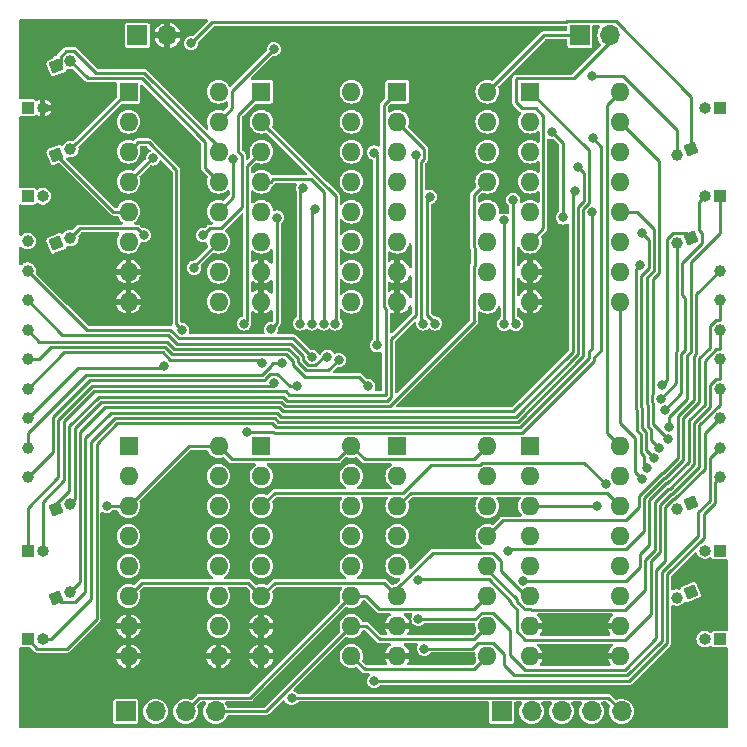
<source format=gbr>
%TF.GenerationSoftware,KiCad,Pcbnew,7.0.1*%
%TF.CreationDate,2023-12-30T23:07:54-05:00*%
%TF.ProjectId,TacTile-C,54616354-696c-4652-9d43-2e6b69636164,rev?*%
%TF.SameCoordinates,Original*%
%TF.FileFunction,Copper,L1,Top*%
%TF.FilePolarity,Positive*%
%FSLAX46Y46*%
G04 Gerber Fmt 4.6, Leading zero omitted, Abs format (unit mm)*
G04 Created by KiCad (PCBNEW 7.0.1) date 2023-12-30 23:07:54*
%MOMM*%
%LPD*%
G01*
G04 APERTURE LIST*
G04 Aperture macros list*
%AMHorizOval*
0 Thick line with rounded ends*
0 $1 width*
0 $2 $3 position (X,Y) of the first rounded end (center of the circle)*
0 $4 $5 position (X,Y) of the second rounded end (center of the circle)*
0 Add line between two ends*
20,1,$1,$2,$3,$4,$5,0*
0 Add two circle primitives to create the rounded ends*
1,1,$1,$2,$3*
1,1,$1,$4,$5*%
%AMRotRect*
0 Rectangle, with rotation*
0 The origin of the aperture is its center*
0 $1 length*
0 $2 width*
0 $3 Rotation angle, in degrees counterclockwise*
0 Add horizontal line*
21,1,$1,$2,0,0,$3*%
G04 Aperture macros list end*
%TA.AperFunction,ComponentPad*%
%ADD10C,1.000000*%
%TD*%
%TA.AperFunction,ComponentPad*%
%ADD11R,1.000000X1.000000*%
%TD*%
%TA.AperFunction,ComponentPad*%
%ADD12O,1.000000X1.000000*%
%TD*%
%TA.AperFunction,ComponentPad*%
%ADD13R,1.600000X1.600000*%
%TD*%
%TA.AperFunction,ComponentPad*%
%ADD14O,1.600000X1.600000*%
%TD*%
%TA.AperFunction,ComponentPad*%
%ADD15RotRect,1.000000X1.000000X292.000000*%
%TD*%
%TA.AperFunction,ComponentPad*%
%ADD16HorizOval,1.000000X0.000000X0.000000X0.000000X0.000000X0*%
%TD*%
%TA.AperFunction,ComponentPad*%
%ADD17RotRect,1.000000X1.000000X112.000000*%
%TD*%
%TA.AperFunction,ComponentPad*%
%ADD18HorizOval,1.000000X0.000000X0.000000X0.000000X0.000000X0*%
%TD*%
%TA.AperFunction,ComponentPad*%
%ADD19R,1.700000X1.700000*%
%TD*%
%TA.AperFunction,ComponentPad*%
%ADD20O,1.700000X1.700000*%
%TD*%
%TA.AperFunction,ViaPad*%
%ADD21C,0.800000*%
%TD*%
%TA.AperFunction,Conductor*%
%ADD22C,0.250000*%
%TD*%
G04 APERTURE END LIST*
D10*
%TO.P,JMP3,1,A*%
%TO.N,/A2*%
X25700000Y-51300000D03*
%TD*%
%TO.P,JMP6,1,A*%
%TO.N,/A5*%
X25700000Y-58800000D03*
%TD*%
%TO.P,JMP16,1,A*%
%TO.N,/A15*%
X84300000Y-63800000D03*
%TD*%
D11*
%TO.P,J6,1,Pin_1*%
%TO.N,/B10*%
X84300000Y-40000000D03*
D12*
%TO.P,J6,2,Pin_2*%
%TO.N,/B11*%
X83030000Y-40000000D03*
%TD*%
D13*
%TO.P,U2,1,A4*%
%TO.N,/B12*%
X45500000Y-31150000D03*
D14*
%TO.P,U2,2,A6*%
%TO.N,/B14*%
X45500000Y-33690000D03*
%TO.P,U2,3,A*%
%TO.N,Net-(U2-A)*%
X45500000Y-36230000D03*
%TO.P,U2,4,A7*%
%TO.N,/B15*%
X45500000Y-38770000D03*
%TO.P,U2,5,A5*%
%TO.N,/B13*%
X45500000Y-41310000D03*
%TO.P,U2,6,~{E}*%
%TO.N,/LEN*%
X45500000Y-43850000D03*
%TO.P,U2,7,VEE*%
%TO.N,/GND*%
X45500000Y-46390000D03*
%TO.P,U2,8,GND*%
X45500000Y-48930000D03*
%TO.P,U2,9,S2*%
%TO.N,/LS6*%
X53120000Y-48930000D03*
%TO.P,U2,10,S1*%
%TO.N,/LS1*%
X53120000Y-46390000D03*
%TO.P,U2,11,S0*%
%TO.N,/LS0*%
X53120000Y-43850000D03*
%TO.P,U2,12,A3*%
%TO.N,/B11*%
X53120000Y-41310000D03*
%TO.P,U2,13,A0*%
%TO.N,/B8*%
X53120000Y-38770000D03*
%TO.P,U2,14,A1*%
%TO.N,/B9*%
X53120000Y-36230000D03*
%TO.P,U2,15,A2*%
%TO.N,/B10*%
X53120000Y-33690000D03*
%TO.P,U2,16,VCC*%
%TO.N,/VCC*%
X53120000Y-31150000D03*
%TD*%
D10*
%TO.P,JMP14,1,A*%
%TO.N,/A13*%
X84300000Y-58800000D03*
%TD*%
D15*
%TO.P,J10,1,Pin_1*%
%TO.N,/B18*%
X81852670Y-66006506D03*
D16*
%TO.P,J10,2,Pin_2*%
%TO.N,/B19*%
X80675147Y-66482256D03*
%TD*%
D10*
%TO.P,JMP4,1,A*%
%TO.N,/A3*%
X25700000Y-53800000D03*
%TD*%
D11*
%TO.P,J2,1,Pin_1*%
%TO.N,/B2*%
X84300000Y-32500000D03*
D12*
%TO.P,J2,2,Pin_2*%
%TO.N,/B3*%
X83030000Y-32500000D03*
%TD*%
D10*
%TO.P,JMP10,1,A*%
%TO.N,/A9*%
X84300000Y-48800000D03*
%TD*%
%TO.P,JMP7,1,A*%
%TO.N,/A6*%
X25700000Y-61300000D03*
%TD*%
D13*
%TO.P,U5,1,A4*%
%TO.N,unconnected-(U5-A4-Pad1)*%
X34250000Y-61150000D03*
D14*
%TO.P,U5,2,A6*%
%TO.N,unconnected-(U5-A6-Pad2)*%
X34250000Y-63690000D03*
%TO.P,U5,3,A*%
%TO.N,/VCC*%
X34250000Y-66230000D03*
%TO.P,U5,4,A7*%
%TO.N,unconnected-(U5-A7-Pad4)*%
X34250000Y-68770000D03*
%TO.P,U5,5,A5*%
%TO.N,unconnected-(U5-A5-Pad5)*%
X34250000Y-71310000D03*
%TO.P,U5,6,~{E}*%
%TO.N,/LEN*%
X34250000Y-73850000D03*
%TO.P,U5,7,VEE*%
%TO.N,/GND*%
X34250000Y-76390000D03*
%TO.P,U5,8,GND*%
X34250000Y-78930000D03*
%TO.P,U5,9,S2*%
X41870000Y-78930000D03*
%TO.P,U5,10,S1*%
%TO.N,/LS8*%
X41870000Y-76390000D03*
%TO.P,U5,11,S0*%
%TO.N,/LS7*%
X41870000Y-73850000D03*
%TO.P,U5,12,A3*%
%TO.N,Net-(U4-A)*%
X41870000Y-71310000D03*
%TO.P,U5,13,A0*%
%TO.N,Net-(U1-A)*%
X41870000Y-68770000D03*
%TO.P,U5,14,A1*%
%TO.N,Net-(U2-A)*%
X41870000Y-66230000D03*
%TO.P,U5,15,A2*%
%TO.N,Net-(U3-A)*%
X41870000Y-63690000D03*
%TO.P,U5,16,VCC*%
%TO.N,/VCC*%
X41870000Y-61150000D03*
%TD*%
D15*
%TO.P,J8,1,Pin_1*%
%TO.N,/B14*%
X81852670Y-43506506D03*
D16*
%TO.P,J8,2,Pin_2*%
%TO.N,/B15*%
X80675147Y-43982256D03*
%TD*%
D17*
%TO.P,J1,1,Pin_1*%
%TO.N,/B1*%
X28147331Y-28993494D03*
D18*
%TO.P,J1,2,Pin_2*%
%TO.N,/B0*%
X29324854Y-28517744D03*
%TD*%
D10*
%TO.P,JMP1,1,A*%
%TO.N,/A0*%
X25700000Y-46300000D03*
%TD*%
D15*
%TO.P,J14,1,Pin_1*%
%TO.N,/B26*%
X81852670Y-73506506D03*
D16*
%TO.P,J14,2,Pin_2*%
%TO.N,/B27*%
X80675147Y-73982256D03*
%TD*%
D11*
%TO.P,J15,1,Pin_1*%
%TO.N,/B29*%
X25700000Y-77500000D03*
D12*
%TO.P,J15,2,Pin_2*%
%TO.N,/B28*%
X26970000Y-77500000D03*
%TD*%
D10*
%TO.P,JMP8,1,A*%
%TO.N,/A7*%
X25700000Y-63800000D03*
%TD*%
D13*
%TO.P,U1,1,A4*%
%TO.N,/B4*%
X34250000Y-31150000D03*
D14*
%TO.P,U1,2,A6*%
%TO.N,/B6*%
X34250000Y-33690000D03*
%TO.P,U1,3,A*%
%TO.N,Net-(U1-A)*%
X34250000Y-36230000D03*
%TO.P,U1,4,A7*%
%TO.N,/B7*%
X34250000Y-38770000D03*
%TO.P,U1,5,A5*%
%TO.N,/B5*%
X34250000Y-41310000D03*
%TO.P,U1,6,~{E}*%
%TO.N,/LEN*%
X34250000Y-43850000D03*
%TO.P,U1,7,VEE*%
%TO.N,/GND*%
X34250000Y-46390000D03*
%TO.P,U1,8,GND*%
X34250000Y-48930000D03*
%TO.P,U1,9,S2*%
%TO.N,/LS6*%
X41870000Y-48930000D03*
%TO.P,U1,10,S1*%
%TO.N,/LS1*%
X41870000Y-46390000D03*
%TO.P,U1,11,S0*%
%TO.N,/LS0*%
X41870000Y-43850000D03*
%TO.P,U1,12,A3*%
%TO.N,/B3*%
X41870000Y-41310000D03*
%TO.P,U1,13,A0*%
%TO.N,/B0*%
X41870000Y-38770000D03*
%TO.P,U1,14,A1*%
%TO.N,/B1*%
X41870000Y-36230000D03*
%TO.P,U1,15,A2*%
%TO.N,/B2*%
X41870000Y-33690000D03*
%TO.P,U1,16,VCC*%
%TO.N,/VCC*%
X41870000Y-31150000D03*
%TD*%
D11*
%TO.P,J17,1,Pin_1*%
%TO.N,/VIN*%
X25700000Y-32500000D03*
D12*
%TO.P,J17,2,Pin_2*%
%TO.N,/GND*%
X26970000Y-32500000D03*
%TD*%
D10*
%TO.P,JMP11,1,A*%
%TO.N,/A10*%
X84300000Y-51300000D03*
%TD*%
%TO.P,JMP9,1,A*%
%TO.N,/A8*%
X84300000Y-46300000D03*
%TD*%
D17*
%TO.P,J9,1,Pin_1*%
%TO.N,/B17*%
X28147331Y-66493494D03*
D18*
%TO.P,J9,2,Pin_2*%
%TO.N,/B16*%
X29324854Y-66017744D03*
%TD*%
D13*
%TO.P,U3,1,A4*%
%TO.N,/B20*%
X57000000Y-31150000D03*
D14*
%TO.P,U3,2,A6*%
%TO.N,/B22*%
X57000000Y-33690000D03*
%TO.P,U3,3,A*%
%TO.N,Net-(U3-A)*%
X57000000Y-36230000D03*
%TO.P,U3,4,A7*%
%TO.N,/B23*%
X57000000Y-38770000D03*
%TO.P,U3,5,A5*%
%TO.N,/B21*%
X57000000Y-41310000D03*
%TO.P,U3,6,~{E}*%
%TO.N,/LEN*%
X57000000Y-43850000D03*
%TO.P,U3,7,VEE*%
%TO.N,/GND*%
X57000000Y-46390000D03*
%TO.P,U3,8,GND*%
X57000000Y-48930000D03*
%TO.P,U3,9,S2*%
%TO.N,/LS6*%
X64620000Y-48930000D03*
%TO.P,U3,10,S1*%
%TO.N,/LS1*%
X64620000Y-46390000D03*
%TO.P,U3,11,S0*%
%TO.N,/LS0*%
X64620000Y-43850000D03*
%TO.P,U3,12,A3*%
%TO.N,/B19*%
X64620000Y-41310000D03*
%TO.P,U3,13,A0*%
%TO.N,/B16*%
X64620000Y-38770000D03*
%TO.P,U3,14,A1*%
%TO.N,/B17*%
X64620000Y-36230000D03*
%TO.P,U3,15,A2*%
%TO.N,/B18*%
X64620000Y-33690000D03*
%TO.P,U3,16,VCC*%
%TO.N,/VCC*%
X64620000Y-31150000D03*
%TD*%
D17*
%TO.P,J3,1,Pin_1*%
%TO.N,/B5*%
X28147331Y-36493494D03*
D18*
%TO.P,J3,2,Pin_2*%
%TO.N,/B4*%
X29324854Y-36017744D03*
%TD*%
D10*
%TO.P,JMP2,1,A*%
%TO.N,/A1*%
X25700000Y-48800000D03*
%TD*%
%TO.P,JMP5,1,A*%
%TO.N,/A4*%
X25700000Y-56300000D03*
%TD*%
%TO.P,JMP13,1,A*%
%TO.N,/A12*%
X84300000Y-56300000D03*
%TD*%
D13*
%TO.P,U6,1,A4*%
%TO.N,unconnected-(U6-A4-Pad1)*%
X68250000Y-61150000D03*
D14*
%TO.P,U6,2,A6*%
%TO.N,unconnected-(U6-A6-Pad2)*%
X68250000Y-63690000D03*
%TO.P,U6,3,A*%
%TO.N,/VCC*%
X68250000Y-66230000D03*
%TO.P,U6,4,A7*%
%TO.N,unconnected-(U6-A7-Pad4)*%
X68250000Y-68770000D03*
%TO.P,U6,5,A5*%
%TO.N,unconnected-(U6-A5-Pad5)*%
X68250000Y-71310000D03*
%TO.P,U6,6,~{E}*%
%TO.N,/LEN*%
X68250000Y-73850000D03*
%TO.P,U6,7,VEE*%
%TO.N,/GND*%
X68250000Y-76390000D03*
%TO.P,U6,8,GND*%
X68250000Y-78930000D03*
%TO.P,U6,9,S2*%
X75870000Y-78930000D03*
%TO.P,U6,10,S1*%
X75870000Y-76390000D03*
%TO.P,U6,11,S0*%
%TO.N,/LS5*%
X75870000Y-73850000D03*
%TO.P,U6,12,A3*%
%TO.N,unconnected-(U6-A3-Pad12)*%
X75870000Y-71310000D03*
%TO.P,U6,13,A0*%
%TO.N,Net-(U6-A0)*%
X75870000Y-68770000D03*
%TO.P,U6,14,A1*%
%TO.N,Net-(U6-A1)*%
X75870000Y-66230000D03*
%TO.P,U6,15,A2*%
%TO.N,unconnected-(U6-A2-Pad15)*%
X75870000Y-63690000D03*
%TO.P,U6,16,VCC*%
%TO.N,/VCC*%
X75870000Y-61150000D03*
%TD*%
D11*
%TO.P,J11,1,Pin_1*%
%TO.N,/B21*%
X25700000Y-70000000D03*
D12*
%TO.P,J11,2,Pin_2*%
%TO.N,/B20*%
X26970000Y-70000000D03*
%TD*%
D13*
%TO.P,U4,1,A4*%
%TO.N,/B28*%
X68250000Y-31150000D03*
D14*
%TO.P,U4,2,A6*%
%TO.N,/B30*%
X68250000Y-33690000D03*
%TO.P,U4,3,A*%
%TO.N,Net-(U4-A)*%
X68250000Y-36230000D03*
%TO.P,U4,4,A7*%
%TO.N,/B31*%
X68250000Y-38770000D03*
%TO.P,U4,5,A5*%
%TO.N,/B29*%
X68250000Y-41310000D03*
%TO.P,U4,6,~{E}*%
%TO.N,/LEN*%
X68250000Y-43850000D03*
%TO.P,U4,7,VEE*%
%TO.N,/GND*%
X68250000Y-46390000D03*
%TO.P,U4,8,GND*%
X68250000Y-48930000D03*
%TO.P,U4,9,S2*%
%TO.N,/LS6*%
X75870000Y-48930000D03*
%TO.P,U4,10,S1*%
%TO.N,/LS1*%
X75870000Y-46390000D03*
%TO.P,U4,11,S0*%
%TO.N,/LS0*%
X75870000Y-43850000D03*
%TO.P,U4,12,A3*%
%TO.N,/B27*%
X75870000Y-41310000D03*
%TO.P,U4,13,A0*%
%TO.N,/B24*%
X75870000Y-38770000D03*
%TO.P,U4,14,A1*%
%TO.N,/B25*%
X75870000Y-36230000D03*
%TO.P,U4,15,A2*%
%TO.N,/B26*%
X75870000Y-33690000D03*
%TO.P,U4,16,VCC*%
%TO.N,/VCC*%
X75870000Y-31150000D03*
%TD*%
D10*
%TO.P,JMP17,1,A*%
%TO.N,/VCC*%
X25700000Y-43800000D03*
%TD*%
D13*
%TO.P,U8,1,A4*%
%TO.N,/A12*%
X57000000Y-61150000D03*
D14*
%TO.P,U8,2,A6*%
%TO.N,/A14*%
X57000000Y-63690000D03*
%TO.P,U8,3,A*%
%TO.N,Net-(U6-A1)*%
X57000000Y-66230000D03*
%TO.P,U8,4,A7*%
%TO.N,/A15*%
X57000000Y-68770000D03*
%TO.P,U8,5,A5*%
%TO.N,/A13*%
X57000000Y-71310000D03*
%TO.P,U8,6,~{E}*%
%TO.N,/LEN*%
X57000000Y-73850000D03*
%TO.P,U8,7,VEE*%
%TO.N,/GND*%
X57000000Y-76390000D03*
%TO.P,U8,8,GND*%
X57000000Y-78930000D03*
%TO.P,U8,9,S2*%
%TO.N,/LS4*%
X64620000Y-78930000D03*
%TO.P,U8,10,S1*%
%TO.N,/LS3*%
X64620000Y-76390000D03*
%TO.P,U8,11,S0*%
%TO.N,/LS2*%
X64620000Y-73850000D03*
%TO.P,U8,12,A3*%
%TO.N,/A11*%
X64620000Y-71310000D03*
%TO.P,U8,13,A0*%
%TO.N,/A8*%
X64620000Y-68770000D03*
%TO.P,U8,14,A1*%
%TO.N,/A9*%
X64620000Y-66230000D03*
%TO.P,U8,15,A2*%
%TO.N,/A10*%
X64620000Y-63690000D03*
%TO.P,U8,16,VCC*%
%TO.N,/VCC*%
X64620000Y-61150000D03*
%TD*%
D11*
%TO.P,J12,1,Pin_1*%
%TO.N,/B22*%
X84300000Y-70000000D03*
D12*
%TO.P,J12,2,Pin_2*%
%TO.N,/B23*%
X83030000Y-70000000D03*
%TD*%
D13*
%TO.P,U7,1,A4*%
%TO.N,/A4*%
X45500000Y-61150000D03*
D14*
%TO.P,U7,2,A6*%
%TO.N,/A6*%
X45500000Y-63690000D03*
%TO.P,U7,3,A*%
%TO.N,Net-(U6-A0)*%
X45500000Y-66230000D03*
%TO.P,U7,4,A7*%
%TO.N,/A7*%
X45500000Y-68770000D03*
%TO.P,U7,5,A5*%
%TO.N,/A5*%
X45500000Y-71310000D03*
%TO.P,U7,6,~{E}*%
%TO.N,/LEN*%
X45500000Y-73850000D03*
%TO.P,U7,7,VEE*%
%TO.N,/GND*%
X45500000Y-76390000D03*
%TO.P,U7,8,GND*%
X45500000Y-78930000D03*
%TO.P,U7,9,S2*%
%TO.N,/LS4*%
X53120000Y-78930000D03*
%TO.P,U7,10,S1*%
%TO.N,/LS3*%
X53120000Y-76390000D03*
%TO.P,U7,11,S0*%
%TO.N,/LS2*%
X53120000Y-73850000D03*
%TO.P,U7,12,A3*%
%TO.N,/A3*%
X53120000Y-71310000D03*
%TO.P,U7,13,A0*%
%TO.N,/A0*%
X53120000Y-68770000D03*
%TO.P,U7,14,A1*%
%TO.N,/A1*%
X53120000Y-66230000D03*
%TO.P,U7,15,A2*%
%TO.N,/A2*%
X53120000Y-63690000D03*
%TO.P,U7,16,VCC*%
%TO.N,/VCC*%
X53120000Y-61150000D03*
%TD*%
D10*
%TO.P,JMP15,1,A*%
%TO.N,/A14*%
X84300000Y-61300000D03*
%TD*%
D15*
%TO.P,J4,1,Pin_1*%
%TO.N,/B6*%
X81852670Y-36006506D03*
D16*
%TO.P,J4,2,Pin_2*%
%TO.N,/B7*%
X80675147Y-36482256D03*
%TD*%
D11*
%TO.P,J5,1,Pin_1*%
%TO.N,/B9*%
X25700000Y-40000000D03*
D12*
%TO.P,J5,2,Pin_2*%
%TO.N,/B8*%
X26970000Y-40000000D03*
%TD*%
D17*
%TO.P,J13,1,Pin_1*%
%TO.N,/B25*%
X28147331Y-73993494D03*
D18*
%TO.P,J13,2,Pin_2*%
%TO.N,/B24*%
X29324854Y-73517744D03*
%TD*%
D10*
%TO.P,JMP12,1,A*%
%TO.N,/A11*%
X84300000Y-53800000D03*
%TD*%
D11*
%TO.P,J16,1,Pin_1*%
%TO.N,/B30*%
X84300000Y-77500000D03*
D12*
%TO.P,J16,2,Pin_2*%
%TO.N,/B31*%
X83030000Y-77500000D03*
%TD*%
D17*
%TO.P,J7,1,Pin_1*%
%TO.N,/B13*%
X28147331Y-43993494D03*
D18*
%TO.P,J7,2,Pin_2*%
%TO.N,/B12*%
X29324854Y-43517744D03*
%TD*%
D19*
%TO.P,J18,1,Pin_1*%
%TO.N,/LS0*%
X34000000Y-83625000D03*
D20*
%TO.P,J18,2,Pin_2*%
%TO.N,/LS1*%
X36540000Y-83625000D03*
%TO.P,J18,3,Pin_3*%
%TO.N,/LS2*%
X39080000Y-83625000D03*
%TO.P,J18,4,Pin_4*%
%TO.N,/LS3*%
X41620000Y-83625000D03*
%TD*%
D19*
%TO.P,J21,1,Pin_1*%
%TO.N,/VCC*%
X72460000Y-26375000D03*
D20*
%TO.P,J21,2,Pin_2*%
%TO.N,/LEN*%
X75000000Y-26375000D03*
%TD*%
D19*
%TO.P,J19,1,Pin_1*%
%TO.N,/LS4*%
X65840000Y-83625000D03*
D20*
%TO.P,J19,2,Pin_2*%
%TO.N,/LS5*%
X68380000Y-83625000D03*
%TO.P,J19,3,Pin_3*%
%TO.N,/LS6*%
X70920000Y-83625000D03*
%TO.P,J19,4,Pin_4*%
%TO.N,/LS7*%
X73460000Y-83625000D03*
%TO.P,J19,5,Pin_5*%
%TO.N,/LS8*%
X76000000Y-83625000D03*
%TD*%
D19*
%TO.P,J20,1,Pin_1*%
%TO.N,/VIN*%
X35000000Y-26375000D03*
D20*
%TO.P,J20,2,Pin_2*%
%TO.N,/GND*%
X37540000Y-26375000D03*
%TD*%
D21*
%TO.N,/GND*%
X61550000Y-46300000D03*
X61550000Y-48800000D03*
X62800000Y-56300000D03*
X48050000Y-75050000D03*
%TO.N,/B2*%
X46550000Y-27550000D03*
%TO.N,/B3*%
X43130180Y-36838731D03*
%TO.N,/B6*%
X39550000Y-27050000D03*
%TO.N,/B7*%
X36300000Y-36800000D03*
X73522701Y-29827299D03*
%TO.N,/B10*%
X48763694Y-50779500D03*
X49050000Y-39275500D03*
X80050000Y-59550000D03*
%TO.N,/B11*%
X79635619Y-58091075D03*
X49763197Y-50779500D03*
X50050000Y-41075500D03*
%TO.N,/B12*%
X35550000Y-43300000D03*
X40550000Y-43300000D03*
%TO.N,/B14*%
X51762203Y-50779500D03*
X79455225Y-55955225D03*
%TO.N,/B15*%
X50762700Y-50779500D03*
X79298021Y-57137027D03*
%TO.N,/B17*%
X58550000Y-36550000D03*
%TO.N,/B18*%
X66800000Y-40300000D03*
X67037701Y-50787701D03*
%TO.N,/B19*%
X66075500Y-42050000D03*
X66038276Y-50800146D03*
%TO.N,/B21*%
X46809565Y-41803605D03*
X46300000Y-51274500D03*
X46550000Y-55793870D03*
%TO.N,/B22*%
X59213286Y-50779500D03*
%TO.N,/B23*%
X60212789Y-50779500D03*
X59774500Y-40050000D03*
%TO.N,/B25*%
X72300000Y-37550000D03*
%TO.N,/B24*%
X72050000Y-39550000D03*
%TO.N,/B26*%
X79918665Y-60550000D03*
%TO.N,/B27*%
X79194165Y-61303388D03*
%TO.N,/B29*%
X73487250Y-41362750D03*
%TO.N,/B30*%
X70099500Y-34550000D03*
X71050000Y-41800000D03*
X77575500Y-45800000D03*
X78182935Y-63024328D03*
%TO.N,/B31*%
X77711924Y-43076335D03*
X78735376Y-62191373D03*
%TO.N,/LS0*%
X39800000Y-46050000D03*
%TO.N,/LS6*%
X77719500Y-63909898D03*
%TO.N,/LS8*%
X48050000Y-82500000D03*
%TO.N,/VCC*%
X73928203Y-66200000D03*
X32400500Y-66200000D03*
%TO.N,/A0*%
X49771000Y-53579000D03*
%TO.N,/A1*%
X51091256Y-53579000D03*
%TO.N,/A2*%
X52050000Y-53861511D03*
%TO.N,/A3*%
X54550000Y-56050000D03*
%TO.N,/A4*%
X45550000Y-54099500D03*
%TO.N,/A5*%
X37274500Y-54368023D03*
%TO.N,/A6*%
X47276305Y-54099500D03*
%TO.N,/A7*%
X48524500Y-56075500D03*
%TO.N,/A9*%
X66400500Y-70000000D03*
%TO.N,/A10*%
X67662033Y-72579999D03*
%TO.N,/A12*%
X58736946Y-72487653D03*
%TO.N,/A13*%
X58800000Y-75800000D03*
%TO.N,/A14*%
X59300000Y-78300000D03*
%TO.N,/A15*%
X55050000Y-81050000D03*
%TO.N,Net-(U2-A)*%
X44050000Y-50779500D03*
%TO.N,Net-(U3-A)*%
X55050000Y-36300000D03*
X55300000Y-52624500D03*
%TO.N,Net-(U4-A)*%
X73550000Y-35050000D03*
X44259484Y-59943370D03*
%TO.N,Net-(U1-A)*%
X38800000Y-51300000D03*
%TO.N,Net-(U6-A0)*%
X74652703Y-64380500D03*
%TD*%
D22*
%TO.N,/B1*%
X28147331Y-28454227D02*
X28499854Y-28806750D01*
X31523837Y-29550000D02*
X35550000Y-29550000D01*
X28499854Y-28176017D02*
X28983127Y-27692744D01*
X28147331Y-28993494D02*
X28147331Y-28454227D01*
X41870000Y-35870000D02*
X41870000Y-36230000D01*
X28983127Y-27692744D02*
X29666581Y-27692744D01*
X35550000Y-29550000D02*
X41870000Y-35870000D01*
X29666581Y-27692744D02*
X31523837Y-29550000D01*
X28499854Y-28806750D02*
X28499854Y-28176017D01*
%TO.N,/B0*%
X40745000Y-37645000D02*
X41870000Y-38770000D01*
X40745000Y-35395000D02*
X40745000Y-37645000D01*
X29324854Y-28517744D02*
X30807110Y-30000000D01*
X35350000Y-30000000D02*
X40745000Y-35395000D01*
X30807110Y-30000000D02*
X35350000Y-30000000D01*
%TO.N,/B2*%
X42995000Y-31105000D02*
X42995000Y-32565000D01*
X46550000Y-27550000D02*
X42995000Y-31105000D01*
X42995000Y-32565000D02*
X41870000Y-33690000D01*
%TO.N,/B3*%
X43130180Y-40049820D02*
X41870000Y-41310000D01*
X43130180Y-36838731D02*
X43130180Y-40049820D01*
%TO.N,/B5*%
X32963837Y-41310000D02*
X34250000Y-41310000D01*
X28147331Y-36493494D02*
X32963837Y-41310000D01*
%TO.N,/B4*%
X34192598Y-31150000D02*
X34250000Y-31150000D01*
X29324854Y-36017744D02*
X34192598Y-31150000D01*
%TO.N,/B6*%
X71285000Y-25250000D02*
X71335000Y-25200000D01*
X71335000Y-25200000D02*
X75486701Y-25200000D01*
X41350000Y-25250000D02*
X71285000Y-25250000D01*
X75486701Y-25200000D02*
X81852670Y-31565969D01*
X39550000Y-27050000D02*
X41350000Y-25250000D01*
X81852670Y-31565969D02*
X81852670Y-36006506D01*
%TO.N,/B7*%
X36300000Y-36800000D02*
X36220000Y-36800000D01*
X76138290Y-29827299D02*
X73522701Y-29827299D01*
X80675147Y-36482256D02*
X80675147Y-34364156D01*
X80675147Y-34364156D02*
X76138290Y-29827299D01*
X36220000Y-36800000D02*
X34250000Y-38770000D01*
%TO.N,/B10*%
X81850147Y-53173938D02*
X81850147Y-45532229D01*
X80050000Y-59550000D02*
X80050000Y-58701293D01*
X80050000Y-58701293D02*
X81550000Y-57201293D01*
X84300000Y-43082376D02*
X84300000Y-40000000D01*
X48800000Y-50743194D02*
X48800000Y-39525500D01*
X48763694Y-50779500D02*
X48800000Y-50743194D01*
X81550000Y-53474085D02*
X81850147Y-53173938D01*
X81850147Y-45532229D02*
X84300000Y-43082376D01*
X81550000Y-57201293D02*
X81550000Y-53474085D01*
X48800000Y-39525500D02*
X49050000Y-39275500D01*
%TO.N,/B11*%
X49800497Y-41325003D02*
X50050000Y-41075500D01*
X81125147Y-48322519D02*
X81125147Y-45620833D01*
X81400147Y-48597519D02*
X81125147Y-48322519D01*
X82828565Y-43917415D02*
X82828565Y-43095597D01*
X49763197Y-50779500D02*
X49800497Y-50742200D01*
X81050000Y-56676694D02*
X81050000Y-53337689D01*
X81125147Y-45620833D02*
X82828565Y-43917415D01*
X82550000Y-40480000D02*
X83030000Y-40000000D01*
X81400147Y-52987542D02*
X81400147Y-48597519D01*
X79635619Y-58091075D02*
X81050000Y-56676694D01*
X82828565Y-43095597D02*
X82550000Y-42817032D01*
X49800497Y-50742200D02*
X49800497Y-41325003D01*
X81050000Y-53337689D02*
X81400147Y-52987542D01*
X82550000Y-42817032D02*
X82550000Y-40480000D01*
%TO.N,/B12*%
X34975000Y-42725000D02*
X35550000Y-43300000D01*
X42045991Y-42725000D02*
X43855180Y-40915811D01*
X29324854Y-43517744D02*
X30117598Y-42725000D01*
X43550000Y-33100000D02*
X45500000Y-31150000D01*
X43855180Y-40915811D02*
X43855180Y-36538426D01*
X30117598Y-42725000D02*
X34975000Y-42725000D01*
X41125000Y-42725000D02*
X42045991Y-42725000D01*
X43855180Y-36538426D02*
X43550000Y-36233246D01*
X43550000Y-36233246D02*
X43550000Y-33100000D01*
X40550000Y-43300000D02*
X41125000Y-42725000D01*
%TO.N,/B14*%
X51812299Y-50729404D02*
X51812299Y-40002299D01*
X79455225Y-55955225D02*
X79850147Y-55560303D01*
X51812299Y-40002299D02*
X45500000Y-33690000D01*
X79850147Y-55560303D02*
X79850147Y-43640529D01*
X80368256Y-43122420D02*
X81468584Y-43122420D01*
X51762203Y-50779500D02*
X51812299Y-50729404D01*
X81468584Y-43122420D02*
X81852670Y-43506506D01*
X79850147Y-43640529D02*
X80368256Y-43122420D01*
%TO.N,/B15*%
X80675147Y-53076146D02*
X80675147Y-43982256D01*
X79298021Y-57137027D02*
X80600000Y-55835048D01*
X50762700Y-50779500D02*
X50800000Y-50742200D01*
X80600000Y-55835048D02*
X80600000Y-53151293D01*
X46295305Y-38770000D02*
X45500000Y-38770000D01*
X50800000Y-50742200D02*
X50800000Y-39626396D01*
X80600000Y-53151293D02*
X80675147Y-53076146D01*
X46515305Y-38550000D02*
X46295305Y-38770000D01*
X50800000Y-39626396D02*
X49723604Y-38550000D01*
X49723604Y-38550000D02*
X46515305Y-38550000D01*
%TO.N,/B17*%
X47693376Y-57300000D02*
X47361746Y-56968370D01*
X47361746Y-56968370D02*
X31745234Y-56968370D01*
X29249854Y-64926017D02*
X28147331Y-66028540D01*
X58550000Y-36550000D02*
X58550000Y-50050000D01*
X28147331Y-66028540D02*
X28147331Y-66493494D01*
X29249854Y-59463750D02*
X29249854Y-64926017D01*
X58550000Y-50050000D02*
X56475000Y-52125000D01*
X56161396Y-57300000D02*
X47693376Y-57300000D01*
X56475000Y-56986396D02*
X56161396Y-57300000D01*
X56475000Y-52125000D02*
X56475000Y-56986396D01*
X31745234Y-56968370D02*
X29249854Y-59463750D01*
%TO.N,/B16*%
X61185542Y-52912250D02*
X61192555Y-52912250D01*
X63550000Y-44370991D02*
X63495000Y-44315991D01*
X31931630Y-57418370D02*
X47175350Y-57418370D01*
X63550000Y-45869009D02*
X63550000Y-44370991D01*
X56347792Y-57750000D02*
X61185542Y-52912250D01*
X47506980Y-57750000D02*
X56347792Y-57750000D01*
X29699854Y-59650146D02*
X31931630Y-57418370D01*
X63495000Y-45924009D02*
X63550000Y-45869009D01*
X29324854Y-66017744D02*
X29699854Y-65642744D01*
X47175350Y-57418370D02*
X47506980Y-57750000D01*
X63495000Y-50499805D02*
X63495000Y-45924009D01*
X61192555Y-52912250D02*
X63550000Y-50554805D01*
X63550000Y-50554805D02*
X63495000Y-50499805D01*
X63495000Y-39895000D02*
X64620000Y-38770000D01*
X63495000Y-44315991D02*
X63495000Y-39895000D01*
X29699854Y-65642744D02*
X29699854Y-59650146D01*
%TO.N,/B18*%
X66800000Y-40300000D02*
X66800000Y-50550000D01*
X66800000Y-50550000D02*
X67037701Y-50787701D01*
%TO.N,/B19*%
X66075500Y-50762922D02*
X66038276Y-50800146D01*
X66075500Y-42050000D02*
X66075500Y-50762922D01*
%TO.N,/B21*%
X31163604Y-56050000D02*
X28300000Y-58913604D01*
X46550000Y-55793870D02*
X46293870Y-56050000D01*
X46800000Y-41813170D02*
X46809565Y-41803605D01*
X28300000Y-58913604D02*
X28300000Y-63800000D01*
X28300000Y-63800000D02*
X25700000Y-66400000D01*
X46800000Y-50774500D02*
X46800000Y-41813170D01*
X25700000Y-66400000D02*
X25700000Y-70000000D01*
X46300000Y-51274500D02*
X46800000Y-50774500D01*
X46293870Y-56050000D02*
X31163604Y-56050000D01*
%TO.N,/B20*%
X26970000Y-65880000D02*
X28799854Y-64050146D01*
X28799854Y-64050146D02*
X28799854Y-59050146D01*
X47548142Y-56518370D02*
X47829772Y-56800000D01*
X56025000Y-56800000D02*
X56025000Y-49545991D01*
X55875000Y-49395991D02*
X55875000Y-32275000D01*
X28799854Y-59050146D02*
X31331630Y-56518370D01*
X47829772Y-56800000D02*
X56025000Y-56800000D01*
X55875000Y-32275000D02*
X57000000Y-31150000D01*
X56025000Y-49545991D02*
X55875000Y-49395991D01*
X31331630Y-56518370D02*
X47548142Y-56518370D01*
X26970000Y-70000000D02*
X26970000Y-65880000D01*
%TO.N,/B22*%
X59275000Y-35965000D02*
X57000000Y-33690000D01*
X59050000Y-50616214D02*
X59050000Y-37075305D01*
X59275000Y-36850305D02*
X59275000Y-35965000D01*
X59213286Y-50779500D02*
X59050000Y-50616214D01*
X59050000Y-37075305D02*
X59275000Y-36850305D01*
%TO.N,/B23*%
X59550000Y-50090909D02*
X59550000Y-40274500D01*
X59938286Y-50479195D02*
X59550000Y-50090909D01*
X59938286Y-50504997D02*
X59938286Y-50479195D01*
X59550000Y-40274500D02*
X59774500Y-40050000D01*
X60212789Y-50779500D02*
X59938286Y-50504997D01*
%TO.N,/B25*%
X72300000Y-37550000D02*
X72775000Y-38025000D01*
X47134188Y-58650000D02*
X46802558Y-58318370D01*
X72312250Y-53355322D02*
X67017572Y-58650000D01*
X72775000Y-38025000D02*
X72775000Y-40413299D01*
X30599854Y-73500146D02*
X29722420Y-74377580D01*
X46802558Y-58318370D02*
X32781630Y-58318370D01*
X72312250Y-40876049D02*
X72312250Y-53355322D01*
X30599854Y-60500146D02*
X30599854Y-73500146D01*
X32781630Y-58318370D02*
X30599854Y-60500146D01*
X67017572Y-58650000D02*
X47134188Y-58650000D01*
X72775000Y-40413299D02*
X72312250Y-40876049D01*
X29722420Y-74377580D02*
X28531417Y-74377580D01*
X28531417Y-74377580D02*
X28147331Y-73993494D01*
%TO.N,/B24*%
X30149854Y-72692744D02*
X29324854Y-73517744D01*
X30149854Y-59950146D02*
X30149854Y-72692744D01*
X72050000Y-39550000D02*
X71862250Y-39737750D01*
X71862250Y-53168926D02*
X66831176Y-58200000D01*
X47320584Y-58200000D02*
X46988954Y-57868370D01*
X46988954Y-57868370D02*
X32231630Y-57868370D01*
X71862250Y-39737750D02*
X71862250Y-53168926D01*
X66831176Y-58200000D02*
X47320584Y-58200000D01*
X32231630Y-57868370D02*
X30149854Y-59950146D01*
%TO.N,/B26*%
X78573021Y-57437332D02*
X78573021Y-56836722D01*
X79918665Y-60550000D02*
X78650000Y-59281335D01*
X78650000Y-47023597D02*
X79200500Y-46473097D01*
X79200500Y-46473097D02*
X79200500Y-37020500D01*
X78573021Y-56836722D02*
X78650000Y-56759743D01*
X79200500Y-37020500D02*
X75870000Y-33690000D01*
X78650000Y-56759743D02*
X78650000Y-47023597D01*
X78650000Y-57514311D02*
X78573021Y-57437332D01*
X78650000Y-59281335D02*
X78650000Y-57514311D01*
%TO.N,/B27*%
X77310000Y-41310000D02*
X75870000Y-41310000D01*
X78123021Y-46914180D02*
X78750500Y-46286701D01*
X78750500Y-46286701D02*
X78750500Y-42750500D01*
X79194165Y-61303388D02*
X78500000Y-60609223D01*
X78750500Y-42750500D02*
X77310000Y-41310000D01*
X78500000Y-60609223D02*
X78500000Y-59767731D01*
X78500000Y-59767731D02*
X78200000Y-59467731D01*
X78123021Y-57623728D02*
X78123021Y-46914180D01*
X78200000Y-59467731D02*
X78200000Y-57700707D01*
X78200000Y-57700707D02*
X78123021Y-57623728D01*
%TO.N,/B29*%
X26525000Y-78325000D02*
X25700000Y-77500000D01*
X46429766Y-59218370D02*
X33268026Y-59218370D01*
X31550000Y-60936396D02*
X31550000Y-75800000D01*
X46761396Y-59550000D02*
X46429766Y-59218370D01*
X73212250Y-53159738D02*
X73212250Y-53728114D01*
X31550000Y-75800000D02*
X29025000Y-78325000D01*
X33268026Y-59218370D02*
X31550000Y-60936396D01*
X29025000Y-78325000D02*
X26525000Y-78325000D01*
X67390364Y-59550000D02*
X46761396Y-59550000D01*
X73487250Y-41362750D02*
X73487250Y-52884738D01*
X73487250Y-52884738D02*
X73212250Y-53159738D01*
X73212250Y-53728114D02*
X67390364Y-59550000D01*
%TO.N,/B28*%
X31050000Y-60800000D02*
X33081630Y-58768370D01*
X72762250Y-53541718D02*
X72762250Y-41062445D01*
X73225000Y-36125000D02*
X68250000Y-31150000D01*
X46947792Y-59100000D02*
X67203968Y-59100000D01*
X26970000Y-77500000D02*
X27677106Y-77500000D01*
X27677106Y-77500000D02*
X31050000Y-74127106D01*
X33081630Y-58768370D02*
X46616162Y-58768370D01*
X46616162Y-58768370D02*
X46947792Y-59100000D01*
X72762250Y-41062445D02*
X73225000Y-40599695D01*
X67203968Y-59100000D02*
X72762250Y-53541718D01*
X73225000Y-40599695D02*
X73225000Y-36125000D01*
X31050000Y-74127106D02*
X31050000Y-60800000D01*
%TO.N,/B30*%
X77300000Y-58073499D02*
X77223021Y-57996520D01*
X71050000Y-41800000D02*
X71050000Y-35500500D01*
X71050000Y-35500500D02*
X70099500Y-34550000D01*
X77600000Y-61707208D02*
X77600000Y-60140523D01*
X77300000Y-59840523D02*
X77300000Y-58073499D01*
X77895000Y-62002208D02*
X77600000Y-61707208D01*
X78182935Y-63024328D02*
X77895000Y-62736393D01*
X77895000Y-62736393D02*
X77895000Y-62002208D01*
X77223021Y-46152479D02*
X77575500Y-45800000D01*
X77223021Y-57996520D02*
X77223021Y-46152479D01*
X77600000Y-60140523D02*
X77300000Y-59840523D01*
%TO.N,/B31*%
X77673021Y-57810124D02*
X77673021Y-46727784D01*
X78735376Y-62191373D02*
X78050000Y-61505997D01*
X77750000Y-59654127D02*
X77750000Y-57887103D01*
X78300500Y-46100305D02*
X78300500Y-43664911D01*
X77750000Y-57887103D02*
X77673021Y-57810124D01*
X78050000Y-61505997D02*
X78050000Y-59954127D01*
X77673021Y-46727784D02*
X78300500Y-46100305D01*
X78050000Y-59954127D02*
X77750000Y-59654127D01*
X78300500Y-43664911D02*
X77711924Y-43076335D01*
%TO.N,/LS0*%
X39800000Y-45920000D02*
X41870000Y-43850000D01*
X39800000Y-46050000D02*
X39800000Y-45920000D01*
%TO.N,/LS2*%
X54350000Y-73850000D02*
X55475000Y-74975000D01*
X55475000Y-74975000D02*
X63495000Y-74975000D01*
X39080000Y-83625000D02*
X40255000Y-82450000D01*
X63495000Y-74975000D02*
X64620000Y-73850000D01*
X44520000Y-82450000D02*
X53120000Y-73850000D01*
X53120000Y-73850000D02*
X54350000Y-73850000D01*
X40255000Y-82450000D02*
X44520000Y-82450000D01*
%TO.N,/LS3*%
X54390000Y-76390000D02*
X55515000Y-77515000D01*
X45885000Y-83625000D02*
X53120000Y-76390000D01*
X63495000Y-77515000D02*
X64620000Y-76390000D01*
X53120000Y-76390000D02*
X54390000Y-76390000D01*
X55515000Y-77515000D02*
X63495000Y-77515000D01*
X41620000Y-83625000D02*
X45885000Y-83625000D01*
%TO.N,/LS4*%
X63495000Y-80055000D02*
X54245000Y-80055000D01*
X64620000Y-78930000D02*
X63495000Y-80055000D01*
X54245000Y-80055000D02*
X53120000Y-78930000D01*
%TO.N,/LS6*%
X75870000Y-59170000D02*
X77150000Y-60450000D01*
X77150000Y-60450000D02*
X77150000Y-63340398D01*
X77150000Y-63340398D02*
X77719500Y-63909898D01*
X75870000Y-48930000D02*
X75870000Y-59170000D01*
%TO.N,/LS8*%
X76000000Y-83625000D02*
X74825000Y-82450000D01*
X74825000Y-82450000D02*
X48100000Y-82450000D01*
X48100000Y-82450000D02*
X48050000Y-82500000D01*
%TO.N,/VCC*%
X42995000Y-62275000D02*
X51995000Y-62275000D01*
X73898203Y-66230000D02*
X73928203Y-66200000D01*
X69395000Y-26375000D02*
X72460000Y-26375000D01*
X68250000Y-66230000D02*
X73898203Y-66230000D01*
X53120000Y-61150000D02*
X54245000Y-62275000D01*
X41870000Y-61150000D02*
X42995000Y-62275000D01*
X74745000Y-60025000D02*
X74745000Y-32275000D01*
X32400500Y-66200000D02*
X34220000Y-66200000D01*
X41870000Y-61150000D02*
X39330000Y-61150000D01*
X64620000Y-31150000D02*
X69395000Y-26375000D01*
X63495000Y-62275000D02*
X64620000Y-61150000D01*
X64720000Y-61250000D02*
X64620000Y-61150000D01*
X34220000Y-66200000D02*
X34250000Y-66230000D01*
X51995000Y-62275000D02*
X53120000Y-61150000D01*
X39330000Y-61150000D02*
X34250000Y-66230000D01*
X54245000Y-62275000D02*
X63495000Y-62275000D01*
X75870000Y-61150000D02*
X74745000Y-60025000D01*
X74745000Y-32275000D02*
X75870000Y-31150000D01*
%TO.N,/LEN*%
X55875000Y-72725000D02*
X46625000Y-72725000D01*
X69375000Y-42725000D02*
X68250000Y-43850000D01*
X67906729Y-73850000D02*
X65745000Y-71688271D01*
X57000000Y-73850000D02*
X55875000Y-72725000D01*
X68250000Y-73850000D02*
X67906729Y-73850000D01*
X44375000Y-72725000D02*
X35375000Y-72725000D01*
X75050000Y-26907106D02*
X75050000Y-26375000D01*
X35375000Y-72725000D02*
X34250000Y-73850000D01*
X57000000Y-73200000D02*
X57000000Y-73850000D01*
X71932106Y-30025000D02*
X67125000Y-30025000D01*
X67050000Y-32050000D02*
X67565000Y-32565000D01*
X65745000Y-71688271D02*
X65745000Y-70844009D01*
X65745000Y-70844009D02*
X65085991Y-70185000D01*
X75050000Y-26907106D02*
X71932106Y-30025000D01*
X65085991Y-70185000D02*
X60015000Y-70185000D01*
X60015000Y-70185000D02*
X57000000Y-73200000D01*
X67125000Y-30025000D02*
X67050000Y-30100000D01*
X69375000Y-33224009D02*
X69375000Y-42725000D01*
X67050000Y-30100000D02*
X67050000Y-32050000D01*
X46625000Y-72725000D02*
X45500000Y-73850000D01*
X68715991Y-32565000D02*
X69375000Y-33224009D01*
X67565000Y-32565000D02*
X68715991Y-32565000D01*
X45500000Y-73850000D02*
X44375000Y-72725000D01*
%TO.N,/A0*%
X48217000Y-52025000D02*
X49771000Y-53579000D01*
X38499695Y-52025000D02*
X48217000Y-52025000D01*
X25700000Y-46300000D02*
X30700000Y-51300000D01*
X37774695Y-51300000D02*
X38499695Y-52025000D01*
X30700000Y-51300000D02*
X37774695Y-51300000D01*
%TO.N,/A1*%
X47975000Y-52475000D02*
X49046000Y-53546000D01*
X25700000Y-48800000D02*
X28650000Y-51750000D01*
X49470695Y-54304000D02*
X50071305Y-54304000D01*
X50796305Y-53579000D02*
X51091256Y-53579000D01*
X28650000Y-51750000D02*
X37588299Y-51750000D01*
X50071305Y-54304000D02*
X50796305Y-53579000D01*
X49046000Y-53879305D02*
X49470695Y-54304000D01*
X49046000Y-53546000D02*
X49046000Y-53879305D01*
X38313299Y-52475000D02*
X47975000Y-52475000D01*
X37588299Y-51750000D02*
X38313299Y-52475000D01*
%TO.N,/A2*%
X37501903Y-52300000D02*
X38126903Y-52925000D01*
X26700000Y-52300000D02*
X37501903Y-52300000D01*
X38126903Y-52925000D02*
X47788604Y-52925000D01*
X25700000Y-51300000D02*
X26700000Y-52300000D01*
X51157511Y-54754000D02*
X52050000Y-53861511D01*
X49284299Y-54754000D02*
X51157511Y-54754000D01*
X47788604Y-52925000D02*
X48596000Y-53732396D01*
X48596000Y-53732396D02*
X48596000Y-54065701D01*
X48596000Y-54065701D02*
X49284299Y-54754000D01*
%TO.N,/A3*%
X48146000Y-54252097D02*
X48146000Y-53918792D01*
X47602208Y-53375000D02*
X37940507Y-53375000D01*
X49193903Y-55300000D02*
X48146000Y-54252097D01*
X25700000Y-53800000D02*
X26663604Y-53800000D01*
X48146000Y-53918792D02*
X47602208Y-53375000D01*
X54550000Y-56050000D02*
X53800000Y-55300000D01*
X37940507Y-53375000D02*
X37315507Y-52750000D01*
X37315507Y-52750000D02*
X27713604Y-52750000D01*
X53800000Y-55300000D02*
X49193903Y-55300000D01*
X27713604Y-52750000D02*
X26663604Y-53800000D01*
%TO.N,/A4*%
X28800000Y-53200000D02*
X37129111Y-53200000D01*
X37754111Y-53825000D02*
X45275500Y-53825000D01*
X37129111Y-53200000D02*
X37754111Y-53825000D01*
X25700000Y-56300000D02*
X28800000Y-53200000D01*
X45275500Y-53825000D02*
X45550000Y-54099500D01*
%TO.N,/A5*%
X25700000Y-58800000D02*
X29950000Y-54550000D01*
X29950000Y-54550000D02*
X37092523Y-54550000D01*
X37092523Y-54550000D02*
X37274500Y-54368023D01*
%TO.N,/A6*%
X46475500Y-54099500D02*
X47276305Y-54099500D01*
X45582169Y-55100000D02*
X46275000Y-54407169D01*
X46275000Y-54300000D02*
X46475500Y-54099500D01*
X46275000Y-54407169D02*
X46275000Y-54300000D01*
X25700000Y-61300000D02*
X25700000Y-60066727D01*
X30666727Y-55100000D02*
X45582169Y-55100000D01*
X25700000Y-60066727D02*
X30666727Y-55100000D01*
%TO.N,/A7*%
X48500000Y-56100000D02*
X48524500Y-56075500D01*
X46249695Y-55068870D02*
X46850305Y-55068870D01*
X47881435Y-56100000D02*
X48500000Y-56100000D01*
X25700000Y-63800000D02*
X27850000Y-61650000D01*
X45825000Y-55493565D02*
X46249695Y-55068870D01*
X46850305Y-55068870D02*
X47881435Y-56100000D01*
X30977208Y-55600000D02*
X45825000Y-55600000D01*
X45825000Y-55600000D02*
X45825000Y-55493565D01*
X27850000Y-61650000D02*
X27850000Y-58727208D01*
X27850000Y-58727208D02*
X30977208Y-55600000D01*
%TO.N,/A8*%
X82125000Y-53535481D02*
X82125000Y-57262689D01*
X79401440Y-63407256D02*
X77445000Y-65363696D01*
X84300000Y-46300000D02*
X82300147Y-48299853D01*
X82125000Y-57262689D02*
X80775000Y-58612689D01*
X82300147Y-48299853D02*
X82300147Y-53360334D01*
X77445000Y-65363696D02*
X77445000Y-66345991D01*
X65940000Y-67450000D02*
X64620000Y-68770000D01*
X79510764Y-63407256D02*
X79401440Y-63407256D01*
X80775000Y-58612689D02*
X80775000Y-62143020D01*
X77445000Y-66345991D02*
X76340991Y-67450000D01*
X76340991Y-67450000D02*
X65940000Y-67450000D01*
X82300147Y-53360334D02*
X82125000Y-53535481D01*
X80775000Y-62143020D02*
X79510764Y-63407256D01*
%TO.N,/A9*%
X77895000Y-68335991D02*
X77895000Y-65550092D01*
X83958273Y-50475000D02*
X84300000Y-50475000D01*
X76335991Y-69895000D02*
X77895000Y-68335991D01*
X83475000Y-52821877D02*
X83475000Y-50958273D01*
X82575000Y-53721877D02*
X83475000Y-52821877D01*
X79587836Y-63857256D02*
X79697160Y-63857256D01*
X84300000Y-50475000D02*
X84300000Y-48800000D01*
X66400500Y-70000000D02*
X66505500Y-69895000D01*
X82575000Y-57449085D02*
X82575000Y-53721877D01*
X77895000Y-65550092D02*
X79587836Y-63857256D01*
X83475000Y-50958273D02*
X83958273Y-50475000D01*
X79697160Y-63857256D02*
X81225000Y-62329416D01*
X81225000Y-58799085D02*
X82575000Y-57449085D01*
X81225000Y-62329416D02*
X81225000Y-58799085D01*
X66505500Y-69895000D02*
X76335991Y-69895000D01*
%TO.N,/A10*%
X78345000Y-65736488D02*
X79774232Y-64307256D01*
X81675000Y-62515812D02*
X81675000Y-58985481D01*
X77550000Y-71385991D02*
X77550000Y-70289009D01*
X83958273Y-52975000D02*
X84300000Y-52975000D01*
X84300000Y-52975000D02*
X84300000Y-51300000D01*
X83025000Y-53908273D02*
X83958273Y-52975000D01*
X78345000Y-69494009D02*
X78345000Y-65736488D01*
X77550000Y-70289009D02*
X78345000Y-69494009D01*
X67662033Y-72579999D02*
X67682034Y-72600000D01*
X67682034Y-72600000D02*
X76335991Y-72600000D01*
X83025000Y-57635481D02*
X83025000Y-53908273D01*
X76335991Y-72600000D02*
X77550000Y-71385991D01*
X79883556Y-64307256D02*
X81675000Y-62515812D01*
X79774232Y-64307256D02*
X79883556Y-64307256D01*
X81675000Y-58985481D02*
X83025000Y-57635481D01*
%TO.N,/A11*%
X84300000Y-53800000D02*
X84300000Y-55475000D01*
X78795000Y-69975991D02*
X78000000Y-70770991D01*
X67125000Y-74315991D02*
X67125000Y-74125000D01*
X83475000Y-57821877D02*
X82125000Y-59171877D01*
X79960628Y-64757256D02*
X78795000Y-65922884D01*
X78000000Y-73310991D02*
X76310991Y-75000000D01*
X82125000Y-62702208D02*
X80069952Y-64757256D01*
X83475000Y-55958273D02*
X83475000Y-57821877D01*
X83958273Y-55475000D02*
X83475000Y-55958273D01*
X64620000Y-71620000D02*
X64620000Y-71310000D01*
X67784009Y-74975000D02*
X67125000Y-74315991D01*
X78795000Y-65922884D02*
X78795000Y-69975991D01*
X76310991Y-75000000D02*
X68310000Y-75000000D01*
X82125000Y-59171877D02*
X82125000Y-62702208D01*
X84300000Y-55475000D02*
X83958273Y-55475000D01*
X68285000Y-74975000D02*
X67784009Y-74975000D01*
X80069952Y-64757256D02*
X79960628Y-64757256D01*
X68310000Y-75000000D02*
X68285000Y-74975000D01*
X78000000Y-70770991D02*
X78000000Y-73310991D01*
X67125000Y-74125000D02*
X64620000Y-71620000D01*
%TO.N,/A12*%
X66675000Y-74502387D02*
X67100000Y-74927387D01*
X67100000Y-76850000D02*
X67800000Y-77550000D01*
X82575000Y-59358273D02*
X84300000Y-57633273D01*
X67100000Y-74927387D02*
X67100000Y-76850000D01*
X78500000Y-70907387D02*
X79250000Y-70157387D01*
X78500000Y-75350991D02*
X78500000Y-70907387D01*
X58736946Y-72487653D02*
X58789599Y-72435000D01*
X64795991Y-72435000D02*
X66675000Y-74314009D01*
X80256348Y-65207256D02*
X82575000Y-62888604D01*
X58789599Y-72435000D02*
X64795991Y-72435000D01*
X79250000Y-66104280D02*
X80147024Y-65207256D01*
X80147024Y-65207256D02*
X80256348Y-65207256D01*
X82575000Y-62888604D02*
X82575000Y-59358273D01*
X79250000Y-70157387D02*
X79250000Y-66104280D01*
X76300991Y-77550000D02*
X78500000Y-75350991D01*
X84300000Y-57633273D02*
X84300000Y-56300000D01*
X67800000Y-77550000D02*
X76300991Y-77550000D01*
X66675000Y-74314009D02*
X66675000Y-74502387D01*
%TO.N,/A13*%
X65085991Y-75265000D02*
X66550000Y-76729009D01*
X83025000Y-60075000D02*
X84300000Y-58800000D01*
X78950147Y-71640334D02*
X79700000Y-70890481D01*
X66550000Y-76729009D02*
X66550000Y-78820991D01*
X78950147Y-77440844D02*
X78950147Y-71640334D01*
X66550000Y-78820991D02*
X67829009Y-80100000D01*
X63619009Y-75800000D02*
X64154009Y-75265000D01*
X76290991Y-80100000D02*
X78950147Y-77440844D01*
X58800000Y-75800000D02*
X63619009Y-75800000D01*
X67829009Y-80100000D02*
X76290991Y-80100000D01*
X83025000Y-63075000D02*
X83025000Y-60075000D01*
X79700000Y-70890481D02*
X79700000Y-66290676D01*
X79700000Y-66290676D02*
X80333420Y-65657256D01*
X64154009Y-75265000D02*
X65085991Y-75265000D01*
X80333420Y-65657256D02*
X80442744Y-65657256D01*
X80442744Y-65657256D02*
X83025000Y-63075000D01*
%TO.N,/A14*%
X66050000Y-79700000D02*
X66050000Y-78769009D01*
X82501877Y-66744103D02*
X82501877Y-68725000D01*
X83475000Y-65770980D02*
X82501877Y-66744103D01*
X83475000Y-62125000D02*
X83475000Y-65770980D01*
X82501877Y-68725000D02*
X79400147Y-71826730D01*
X65085991Y-77805000D02*
X63841396Y-77805000D01*
X66900000Y-80550000D02*
X66050000Y-79700000D01*
X84300000Y-61300000D02*
X83475000Y-62125000D01*
X63841396Y-77805000D02*
X63346396Y-78300000D01*
X63346396Y-78300000D02*
X59300000Y-78300000D01*
X76477387Y-80550000D02*
X66900000Y-80550000D01*
X79400147Y-71826730D02*
X79400147Y-77627240D01*
X66050000Y-78769009D02*
X65085991Y-77805000D01*
X79400147Y-77627240D02*
X76477387Y-80550000D01*
%TO.N,/A15*%
X82951877Y-66930499D02*
X82951877Y-68911396D01*
X83925000Y-64175000D02*
X83925000Y-65957376D01*
X82951877Y-68911396D02*
X79850147Y-72013126D01*
X79850147Y-77813636D02*
X76613783Y-81050000D01*
X84300000Y-63800000D02*
X83925000Y-64175000D01*
X83925000Y-65957376D02*
X82951877Y-66930499D01*
X79850147Y-72013126D02*
X79850147Y-77813636D01*
X76613783Y-81050000D02*
X55050000Y-81050000D01*
%TO.N,Net-(U2-A)*%
X44050000Y-50779500D02*
X44305180Y-50524320D01*
X44305180Y-37424820D02*
X45500000Y-36230000D01*
X44305180Y-50524320D02*
X44305180Y-37424820D01*
%TO.N,Net-(U3-A)*%
X55300000Y-52624500D02*
X55300000Y-36550000D01*
X55300000Y-36550000D02*
X55050000Y-36300000D01*
%TO.N,Net-(U4-A)*%
X73662250Y-53914510D02*
X73662250Y-53688842D01*
X52654009Y-60025000D02*
X67575000Y-60025000D01*
X68050000Y-59526760D02*
X73662250Y-53914510D01*
X68050000Y-59550000D02*
X68050000Y-59526760D01*
X73662250Y-53688842D02*
X74295000Y-53056092D01*
X74295000Y-53056092D02*
X74295000Y-35795000D01*
X44259484Y-59943370D02*
X46518370Y-59943370D01*
X74295000Y-35795000D02*
X73550000Y-35050000D01*
X46625000Y-60050000D02*
X52629009Y-60050000D01*
X67575000Y-60025000D02*
X68050000Y-59550000D01*
X52629009Y-60050000D02*
X52654009Y-60025000D01*
X46518370Y-59943370D02*
X46625000Y-60050000D01*
%TO.N,Net-(U1-A)*%
X35955306Y-35430001D02*
X35049999Y-35430001D01*
X35049999Y-35430001D02*
X34250000Y-36230000D01*
X38300000Y-37774695D02*
X35955306Y-35430001D01*
X38300000Y-50800000D02*
X38300000Y-37774695D01*
X38800000Y-51300000D02*
X38300000Y-50800000D01*
%TO.N,Net-(U6-A0)*%
X59859100Y-62734504D02*
X63984505Y-62734504D01*
X72837203Y-62565000D02*
X74652703Y-64380500D01*
X46625000Y-65105000D02*
X57488604Y-65105000D01*
X45500000Y-66230000D02*
X46625000Y-65105000D01*
X64154009Y-62565000D02*
X72837203Y-62565000D01*
X57488604Y-65105000D02*
X59859100Y-62734504D01*
X63984505Y-62734504D02*
X64154009Y-62565000D01*
%TO.N,Net-(U6-A1)*%
X58125000Y-65105000D02*
X57000000Y-66230000D01*
X74745000Y-65105000D02*
X58125000Y-65105000D01*
X75870000Y-66230000D02*
X74745000Y-65105000D01*
%TD*%
%TA.AperFunction,Conductor*%
%TO.N,/GND*%
G36*
X40898954Y-61493142D02*
G01*
X40944563Y-61541046D01*
X41034089Y-61708536D01*
X41034090Y-61708538D01*
X41159117Y-61860883D01*
X41311462Y-61985910D01*
X41485273Y-62078814D01*
X41673868Y-62136024D01*
X41870000Y-62155341D01*
X42066132Y-62136024D01*
X42247870Y-62080893D01*
X42313995Y-62079270D01*
X42371546Y-62111872D01*
X42570861Y-62311188D01*
X42750955Y-62491282D01*
X42758262Y-62499255D01*
X42782545Y-62528194D01*
X42815266Y-62547085D01*
X42824360Y-62552878D01*
X42855316Y-62574554D01*
X42855317Y-62574554D01*
X42856201Y-62575173D01*
X42880891Y-62585400D01*
X42881954Y-62585587D01*
X42881955Y-62585588D01*
X42919146Y-62592145D01*
X42929704Y-62594486D01*
X42966191Y-62604263D01*
X42966192Y-62604262D01*
X42966193Y-62604263D01*
X43003811Y-62600971D01*
X43014618Y-62600500D01*
X44920860Y-62600500D01*
X44983562Y-62617521D01*
X45029050Y-62663911D01*
X45044836Y-62726935D01*
X45026587Y-62789290D01*
X44979313Y-62833858D01*
X44941463Y-62854089D01*
X44789117Y-62979117D01*
X44664089Y-63131463D01*
X44571185Y-63305273D01*
X44513976Y-63493866D01*
X44494659Y-63690000D01*
X44513976Y-63886133D01*
X44571185Y-64074726D01*
X44642857Y-64208814D01*
X44664090Y-64248538D01*
X44789117Y-64400883D01*
X44941462Y-64525910D01*
X45115273Y-64618814D01*
X45303868Y-64676024D01*
X45500000Y-64695341D01*
X45696132Y-64676024D01*
X45884727Y-64618814D01*
X46058538Y-64525910D01*
X46210883Y-64400883D01*
X46335910Y-64248538D01*
X46428814Y-64074727D01*
X46486024Y-63886132D01*
X46505341Y-63690000D01*
X46486024Y-63493868D01*
X46428814Y-63305273D01*
X46335910Y-63131462D01*
X46210883Y-62979117D01*
X46058538Y-62854090D01*
X46020687Y-62833858D01*
X45973413Y-62789290D01*
X45955164Y-62726935D01*
X45970950Y-62663911D01*
X46016438Y-62617521D01*
X46079140Y-62600500D01*
X51975373Y-62600500D01*
X51986180Y-62600971D01*
X52023807Y-62604264D01*
X52060324Y-62594478D01*
X52070830Y-62592149D01*
X52108045Y-62585588D01*
X52108047Y-62585586D01*
X52109112Y-62585399D01*
X52133799Y-62575173D01*
X52134682Y-62574554D01*
X52134684Y-62574554D01*
X52165625Y-62552887D01*
X52174722Y-62547091D01*
X52207455Y-62528194D01*
X52231748Y-62499241D01*
X52239036Y-62491288D01*
X52618453Y-62111871D01*
X52676003Y-62079270D01*
X52742126Y-62080892D01*
X52923868Y-62136024D01*
X53120000Y-62155341D01*
X53316132Y-62136024D01*
X53497870Y-62080893D01*
X53563995Y-62079270D01*
X53621546Y-62111872D01*
X53820861Y-62311188D01*
X54000955Y-62491282D01*
X54008262Y-62499255D01*
X54032545Y-62528194D01*
X54065266Y-62547085D01*
X54074360Y-62552878D01*
X54105316Y-62574554D01*
X54105317Y-62574554D01*
X54106201Y-62575173D01*
X54130891Y-62585400D01*
X54131954Y-62585587D01*
X54131955Y-62585588D01*
X54169146Y-62592145D01*
X54179704Y-62594486D01*
X54216191Y-62604263D01*
X54216192Y-62604262D01*
X54216193Y-62604263D01*
X54253811Y-62600971D01*
X54264618Y-62600500D01*
X56420860Y-62600500D01*
X56483562Y-62617521D01*
X56529050Y-62663911D01*
X56544836Y-62726935D01*
X56526587Y-62789290D01*
X56479313Y-62833858D01*
X56441463Y-62854089D01*
X56289117Y-62979117D01*
X56164089Y-63131463D01*
X56071185Y-63305273D01*
X56013976Y-63493866D01*
X55994659Y-63690000D01*
X56013976Y-63886133D01*
X56071185Y-64074726D01*
X56142857Y-64208814D01*
X56164090Y-64248538D01*
X56289117Y-64400883D01*
X56441462Y-64525910D01*
X56462700Y-64537262D01*
X56479313Y-64546142D01*
X56526587Y-64590710D01*
X56544836Y-64653065D01*
X56529050Y-64716089D01*
X56483562Y-64762479D01*
X56420860Y-64779500D01*
X53699140Y-64779500D01*
X53636438Y-64762479D01*
X53590950Y-64716089D01*
X53575164Y-64653065D01*
X53593413Y-64590710D01*
X53640687Y-64546142D01*
X53646664Y-64542946D01*
X53678538Y-64525910D01*
X53830883Y-64400883D01*
X53955910Y-64248538D01*
X54048814Y-64074727D01*
X54106024Y-63886132D01*
X54125341Y-63690000D01*
X54106024Y-63493868D01*
X54048814Y-63305273D01*
X53955910Y-63131462D01*
X53830883Y-62979117D01*
X53678538Y-62854090D01*
X53600132Y-62812181D01*
X53504726Y-62761185D01*
X53316133Y-62703976D01*
X53120000Y-62684659D01*
X52923866Y-62703976D01*
X52735273Y-62761185D01*
X52561463Y-62854089D01*
X52409117Y-62979117D01*
X52284089Y-63131463D01*
X52191185Y-63305273D01*
X52133976Y-63493866D01*
X52114659Y-63690000D01*
X52133976Y-63886133D01*
X52191185Y-64074726D01*
X52262857Y-64208814D01*
X52284090Y-64248538D01*
X52409117Y-64400883D01*
X52561462Y-64525910D01*
X52582700Y-64537262D01*
X52599313Y-64546142D01*
X52646587Y-64590710D01*
X52664836Y-64653065D01*
X52649050Y-64716089D01*
X52603562Y-64762479D01*
X52540860Y-64779500D01*
X46644619Y-64779500D01*
X46633812Y-64779028D01*
X46631298Y-64778808D01*
X46596191Y-64775736D01*
X46559710Y-64785511D01*
X46549155Y-64787852D01*
X46537814Y-64789851D01*
X46511955Y-64794412D01*
X46511953Y-64794412D01*
X46510897Y-64794599D01*
X46486192Y-64804832D01*
X46454378Y-64827107D01*
X46445261Y-64832915D01*
X46412545Y-64851804D01*
X46388262Y-64880743D01*
X46380956Y-64888715D01*
X46001546Y-65268126D01*
X45943995Y-65300729D01*
X45877870Y-65299106D01*
X45696130Y-65243975D01*
X45500000Y-65224659D01*
X45303866Y-65243976D01*
X45115273Y-65301185D01*
X44941463Y-65394089D01*
X44789117Y-65519117D01*
X44664089Y-65671463D01*
X44571185Y-65845273D01*
X44513976Y-66033866D01*
X44494659Y-66230000D01*
X44513976Y-66426133D01*
X44571185Y-66614726D01*
X44624941Y-66715296D01*
X44664090Y-66788538D01*
X44789117Y-66940883D01*
X44941462Y-67065910D01*
X45115273Y-67158814D01*
X45303868Y-67216024D01*
X45500000Y-67235341D01*
X45696132Y-67216024D01*
X45884727Y-67158814D01*
X46058538Y-67065910D01*
X46210883Y-66940883D01*
X46335910Y-66788538D01*
X46428814Y-66614727D01*
X46486024Y-66426132D01*
X46505341Y-66230000D01*
X46486024Y-66033868D01*
X46430892Y-65852126D01*
X46429270Y-65786003D01*
X46461871Y-65728454D01*
X46723510Y-65466816D01*
X46763736Y-65439939D01*
X46811189Y-65430500D01*
X52219667Y-65430500D01*
X52286007Y-65449738D01*
X52331762Y-65501483D01*
X52342734Y-65569679D01*
X52315520Y-65633165D01*
X52284089Y-65671463D01*
X52191185Y-65845273D01*
X52133976Y-66033866D01*
X52114659Y-66230000D01*
X52133976Y-66426133D01*
X52191185Y-66614726D01*
X52244941Y-66715296D01*
X52284090Y-66788538D01*
X52409117Y-66940883D01*
X52561462Y-67065910D01*
X52735273Y-67158814D01*
X52923868Y-67216024D01*
X53120000Y-67235341D01*
X53316132Y-67216024D01*
X53504727Y-67158814D01*
X53678538Y-67065910D01*
X53830883Y-66940883D01*
X53955910Y-66788538D01*
X54048814Y-66614727D01*
X54106024Y-66426132D01*
X54125341Y-66230000D01*
X54106024Y-66033868D01*
X54048814Y-65845273D01*
X53955910Y-65671462D01*
X53924479Y-65633164D01*
X53897266Y-65569679D01*
X53908238Y-65501483D01*
X53953993Y-65449738D01*
X54020333Y-65430500D01*
X56099667Y-65430500D01*
X56166007Y-65449738D01*
X56211762Y-65501483D01*
X56222734Y-65569679D01*
X56195520Y-65633165D01*
X56164089Y-65671463D01*
X56071185Y-65845273D01*
X56013976Y-66033866D01*
X55994659Y-66230000D01*
X56013976Y-66426133D01*
X56071185Y-66614726D01*
X56124941Y-66715296D01*
X56164090Y-66788538D01*
X56289117Y-66940883D01*
X56441462Y-67065910D01*
X56615273Y-67158814D01*
X56803868Y-67216024D01*
X57000000Y-67235341D01*
X57196132Y-67216024D01*
X57384727Y-67158814D01*
X57558538Y-67065910D01*
X57710883Y-66940883D01*
X57835910Y-66788538D01*
X57928814Y-66614727D01*
X57986024Y-66426132D01*
X58005341Y-66230000D01*
X57986024Y-66033868D01*
X57930892Y-65852126D01*
X57929270Y-65786003D01*
X57961871Y-65728454D01*
X58223510Y-65466816D01*
X58263736Y-65439939D01*
X58311189Y-65430500D01*
X63719667Y-65430500D01*
X63786007Y-65449738D01*
X63831762Y-65501483D01*
X63842734Y-65569679D01*
X63815520Y-65633165D01*
X63784089Y-65671463D01*
X63691185Y-65845273D01*
X63633976Y-66033866D01*
X63614659Y-66230000D01*
X63633976Y-66426133D01*
X63691185Y-66614726D01*
X63744941Y-66715296D01*
X63784090Y-66788538D01*
X63909117Y-66940883D01*
X64061462Y-67065910D01*
X64235273Y-67158814D01*
X64423868Y-67216024D01*
X64620000Y-67235341D01*
X64816132Y-67216024D01*
X65004727Y-67158814D01*
X65178538Y-67065910D01*
X65330883Y-66940883D01*
X65455910Y-66788538D01*
X65548814Y-66614727D01*
X65606024Y-66426132D01*
X65625341Y-66230000D01*
X65606024Y-66033868D01*
X65548814Y-65845273D01*
X65455910Y-65671462D01*
X65424479Y-65633164D01*
X65397266Y-65569679D01*
X65408238Y-65501483D01*
X65453993Y-65449738D01*
X65520333Y-65430500D01*
X67349667Y-65430500D01*
X67416007Y-65449738D01*
X67461762Y-65501483D01*
X67472734Y-65569679D01*
X67445520Y-65633165D01*
X67414089Y-65671463D01*
X67321185Y-65845273D01*
X67263976Y-66033866D01*
X67244659Y-66230000D01*
X67263976Y-66426133D01*
X67321185Y-66614726D01*
X67374941Y-66715296D01*
X67414090Y-66788538D01*
X67523485Y-66921835D01*
X67550699Y-66985321D01*
X67539727Y-67053517D01*
X67493972Y-67105262D01*
X67427632Y-67124500D01*
X65959628Y-67124500D01*
X65948820Y-67124028D01*
X65911192Y-67120735D01*
X65874704Y-67130512D01*
X65864148Y-67132852D01*
X65825899Y-67139597D01*
X65801193Y-67149831D01*
X65769380Y-67172106D01*
X65760264Y-67177914D01*
X65727545Y-67196805D01*
X65703262Y-67225744D01*
X65695956Y-67233716D01*
X65121546Y-67808126D01*
X65063994Y-67840729D01*
X64997870Y-67839106D01*
X64816130Y-67783975D01*
X64620000Y-67764659D01*
X64423866Y-67783976D01*
X64235273Y-67841185D01*
X64061463Y-67934089D01*
X63909117Y-68059117D01*
X63784089Y-68211463D01*
X63691185Y-68385273D01*
X63633976Y-68573866D01*
X63614659Y-68770000D01*
X63633976Y-68966133D01*
X63691185Y-69154726D01*
X63735257Y-69237178D01*
X63784090Y-69328538D01*
X63909117Y-69480883D01*
X64061462Y-69605910D01*
X64088988Y-69620623D01*
X64099313Y-69626142D01*
X64146587Y-69670710D01*
X64164836Y-69733065D01*
X64149050Y-69796089D01*
X64103562Y-69842479D01*
X64040860Y-69859500D01*
X60034628Y-69859500D01*
X60023820Y-69859028D01*
X59986192Y-69855735D01*
X59949704Y-69865512D01*
X59939148Y-69867852D01*
X59900899Y-69874597D01*
X59876193Y-69884831D01*
X59844380Y-69907106D01*
X59835264Y-69912914D01*
X59802545Y-69931805D01*
X59778262Y-69960744D01*
X59770956Y-69968716D01*
X58204034Y-71535638D01*
X58152348Y-71566618D01*
X58092162Y-71569574D01*
X58037688Y-71543810D01*
X58001792Y-71495409D01*
X57992950Y-71435805D01*
X58005341Y-71310000D01*
X57986024Y-71113868D01*
X57928814Y-70925273D01*
X57835910Y-70751462D01*
X57710883Y-70599117D01*
X57558538Y-70474090D01*
X57520687Y-70453858D01*
X57384726Y-70381185D01*
X57196133Y-70323976D01*
X57098065Y-70314317D01*
X57000000Y-70304659D01*
X56999999Y-70304659D01*
X56803866Y-70323976D01*
X56615273Y-70381185D01*
X56441463Y-70474089D01*
X56289117Y-70599117D01*
X56164089Y-70751463D01*
X56071185Y-70925273D01*
X56013976Y-71113866D01*
X55994659Y-71310000D01*
X56013976Y-71506133D01*
X56071185Y-71694726D01*
X56071186Y-71694727D01*
X56164090Y-71868538D01*
X56289117Y-72020883D01*
X56441462Y-72145910D01*
X56615273Y-72238814D01*
X56803868Y-72296024D01*
X57000000Y-72315341D01*
X57125805Y-72302950D01*
X57185409Y-72311792D01*
X57233810Y-72347688D01*
X57259574Y-72402162D01*
X57256618Y-72462348D01*
X57225638Y-72514034D01*
X56914918Y-72824754D01*
X56880255Y-72849167D01*
X56839394Y-72860476D01*
X56803868Y-72863975D01*
X56622128Y-72919106D01*
X56556003Y-72920729D01*
X56498452Y-72888126D01*
X56119043Y-72508717D01*
X56111734Y-72500741D01*
X56087454Y-72471805D01*
X56054736Y-72452915D01*
X56045627Y-72447112D01*
X56014684Y-72425446D01*
X56013803Y-72424829D01*
X55989107Y-72414599D01*
X55950852Y-72407853D01*
X55940296Y-72405512D01*
X55903807Y-72395735D01*
X55866180Y-72399028D01*
X55855372Y-72399500D01*
X53699140Y-72399500D01*
X53636438Y-72382479D01*
X53590950Y-72336089D01*
X53575164Y-72273065D01*
X53593413Y-72210710D01*
X53640687Y-72166142D01*
X53647212Y-72162654D01*
X53678538Y-72145910D01*
X53830883Y-72020883D01*
X53955910Y-71868538D01*
X54048814Y-71694727D01*
X54106024Y-71506132D01*
X54125341Y-71310000D01*
X54106024Y-71113868D01*
X54048814Y-70925273D01*
X53955910Y-70751462D01*
X53830883Y-70599117D01*
X53678538Y-70474090D01*
X53640687Y-70453858D01*
X53504726Y-70381185D01*
X53316133Y-70323976D01*
X53218065Y-70314317D01*
X53120000Y-70304659D01*
X53119999Y-70304659D01*
X52923866Y-70323976D01*
X52735273Y-70381185D01*
X52561463Y-70474089D01*
X52409117Y-70599117D01*
X52284089Y-70751463D01*
X52191185Y-70925273D01*
X52133976Y-71113866D01*
X52114659Y-71310000D01*
X52133976Y-71506133D01*
X52191185Y-71694726D01*
X52191186Y-71694727D01*
X52284090Y-71868538D01*
X52409117Y-72020883D01*
X52561462Y-72145910D01*
X52572596Y-72151861D01*
X52599313Y-72166142D01*
X52646587Y-72210710D01*
X52664836Y-72273065D01*
X52649050Y-72336089D01*
X52603562Y-72382479D01*
X52540860Y-72399500D01*
X46644619Y-72399500D01*
X46633812Y-72399028D01*
X46631298Y-72398808D01*
X46596191Y-72395736D01*
X46559710Y-72405511D01*
X46549155Y-72407852D01*
X46537814Y-72409851D01*
X46511955Y-72414412D01*
X46511953Y-72414412D01*
X46510897Y-72414599D01*
X46486192Y-72424832D01*
X46454378Y-72447107D01*
X46445261Y-72452915D01*
X46412545Y-72471804D01*
X46388262Y-72500743D01*
X46380956Y-72508715D01*
X46001546Y-72888126D01*
X45943995Y-72920729D01*
X45877870Y-72919106D01*
X45696130Y-72863975D01*
X45500000Y-72844659D01*
X45303869Y-72863975D01*
X45122128Y-72919106D01*
X45056003Y-72920729D01*
X44998452Y-72888126D01*
X44619043Y-72508717D01*
X44611734Y-72500741D01*
X44587454Y-72471805D01*
X44554736Y-72452915D01*
X44545627Y-72447112D01*
X44514684Y-72425446D01*
X44513803Y-72424829D01*
X44489107Y-72414599D01*
X44450852Y-72407853D01*
X44440296Y-72405512D01*
X44403807Y-72395735D01*
X44366180Y-72399028D01*
X44355372Y-72399500D01*
X42449140Y-72399500D01*
X42386438Y-72382479D01*
X42340950Y-72336089D01*
X42325164Y-72273065D01*
X42343413Y-72210710D01*
X42390687Y-72166142D01*
X42397212Y-72162654D01*
X42428538Y-72145910D01*
X42580883Y-72020883D01*
X42705910Y-71868538D01*
X42798814Y-71694727D01*
X42856024Y-71506132D01*
X42875341Y-71310000D01*
X44494659Y-71310000D01*
X44513976Y-71506133D01*
X44571185Y-71694726D01*
X44571186Y-71694727D01*
X44664090Y-71868538D01*
X44789117Y-72020883D01*
X44941462Y-72145910D01*
X45115273Y-72238814D01*
X45303868Y-72296024D01*
X45500000Y-72315341D01*
X45696132Y-72296024D01*
X45884727Y-72238814D01*
X46058538Y-72145910D01*
X46210883Y-72020883D01*
X46335910Y-71868538D01*
X46428814Y-71694727D01*
X46486024Y-71506132D01*
X46505341Y-71310000D01*
X46486024Y-71113868D01*
X46428814Y-70925273D01*
X46335910Y-70751462D01*
X46210883Y-70599117D01*
X46058538Y-70474090D01*
X46020687Y-70453858D01*
X45884726Y-70381185D01*
X45696133Y-70323976D01*
X45598065Y-70314317D01*
X45500000Y-70304659D01*
X45499999Y-70304659D01*
X45303866Y-70323976D01*
X45115273Y-70381185D01*
X44941463Y-70474089D01*
X44789117Y-70599117D01*
X44664089Y-70751463D01*
X44571185Y-70925273D01*
X44513976Y-71113866D01*
X44494659Y-71310000D01*
X42875341Y-71310000D01*
X42856024Y-71113868D01*
X42798814Y-70925273D01*
X42705910Y-70751462D01*
X42580883Y-70599117D01*
X42428538Y-70474090D01*
X42390687Y-70453858D01*
X42254726Y-70381185D01*
X42066133Y-70323976D01*
X41968065Y-70314317D01*
X41870000Y-70304659D01*
X41869999Y-70304659D01*
X41673866Y-70323976D01*
X41485273Y-70381185D01*
X41311463Y-70474089D01*
X41159117Y-70599117D01*
X41034089Y-70751463D01*
X40941185Y-70925273D01*
X40883976Y-71113866D01*
X40864659Y-71310000D01*
X40883976Y-71506133D01*
X40941185Y-71694726D01*
X40941186Y-71694727D01*
X41034090Y-71868538D01*
X41159117Y-72020883D01*
X41311462Y-72145910D01*
X41322596Y-72151861D01*
X41349313Y-72166142D01*
X41396587Y-72210710D01*
X41414836Y-72273065D01*
X41399050Y-72336089D01*
X41353562Y-72382479D01*
X41290860Y-72399500D01*
X35394619Y-72399500D01*
X35383812Y-72399028D01*
X35381298Y-72398808D01*
X35346191Y-72395736D01*
X35309710Y-72405511D01*
X35299155Y-72407852D01*
X35287814Y-72409851D01*
X35261955Y-72414412D01*
X35261953Y-72414412D01*
X35260897Y-72414599D01*
X35236192Y-72424832D01*
X35204378Y-72447107D01*
X35195261Y-72452915D01*
X35162545Y-72471804D01*
X35138262Y-72500743D01*
X35130956Y-72508715D01*
X34751546Y-72888126D01*
X34693995Y-72920729D01*
X34627870Y-72919106D01*
X34446130Y-72863975D01*
X34250000Y-72844659D01*
X34053866Y-72863976D01*
X33865273Y-72921185D01*
X33691463Y-73014089D01*
X33539117Y-73139117D01*
X33414089Y-73291463D01*
X33321185Y-73465273D01*
X33263976Y-73653866D01*
X33244659Y-73849999D01*
X33263976Y-74046133D01*
X33321185Y-74234726D01*
X33362795Y-74312572D01*
X33414090Y-74408538D01*
X33539117Y-74560883D01*
X33691462Y-74685910D01*
X33865273Y-74778814D01*
X34053868Y-74836024D01*
X34250000Y-74855341D01*
X34446132Y-74836024D01*
X34634727Y-74778814D01*
X34808538Y-74685910D01*
X34960883Y-74560883D01*
X35085910Y-74408538D01*
X35178814Y-74234727D01*
X35236024Y-74046132D01*
X35255341Y-73850000D01*
X35236024Y-73653868D01*
X35180892Y-73472126D01*
X35179270Y-73406003D01*
X35211871Y-73348454D01*
X35473510Y-73086816D01*
X35513736Y-73059939D01*
X35561189Y-73050500D01*
X40969667Y-73050500D01*
X41036007Y-73069738D01*
X41081762Y-73121483D01*
X41092734Y-73189679D01*
X41065520Y-73253165D01*
X41034089Y-73291463D01*
X40941185Y-73465273D01*
X40883976Y-73653866D01*
X40864659Y-73849999D01*
X40883976Y-74046133D01*
X40941185Y-74234726D01*
X40982795Y-74312572D01*
X41034090Y-74408538D01*
X41159117Y-74560883D01*
X41311462Y-74685910D01*
X41485273Y-74778814D01*
X41673868Y-74836024D01*
X41870000Y-74855341D01*
X42066132Y-74836024D01*
X42254727Y-74778814D01*
X42428538Y-74685910D01*
X42580883Y-74560883D01*
X42705910Y-74408538D01*
X42798814Y-74234727D01*
X42856024Y-74046132D01*
X42875341Y-73850000D01*
X42856024Y-73653868D01*
X42798814Y-73465273D01*
X42705910Y-73291462D01*
X42674479Y-73253164D01*
X42647266Y-73189679D01*
X42658238Y-73121483D01*
X42703993Y-73069738D01*
X42770333Y-73050500D01*
X44188812Y-73050500D01*
X44236265Y-73059939D01*
X44276493Y-73086819D01*
X44538126Y-73348452D01*
X44570729Y-73406003D01*
X44569106Y-73472128D01*
X44513975Y-73653869D01*
X44494659Y-73849999D01*
X44513976Y-74046133D01*
X44571185Y-74234726D01*
X44612795Y-74312572D01*
X44664090Y-74408538D01*
X44789117Y-74560883D01*
X44941462Y-74685910D01*
X45115273Y-74778814D01*
X45303868Y-74836024D01*
X45500000Y-74855341D01*
X45696132Y-74836024D01*
X45884727Y-74778814D01*
X46058538Y-74685910D01*
X46210883Y-74560883D01*
X46335910Y-74408538D01*
X46428814Y-74234727D01*
X46486024Y-74046132D01*
X46505341Y-73850000D01*
X46486024Y-73653868D01*
X46430892Y-73472126D01*
X46429270Y-73406003D01*
X46461871Y-73348454D01*
X46723510Y-73086816D01*
X46763736Y-73059939D01*
X46811189Y-73050500D01*
X52219667Y-73050500D01*
X52286007Y-73069738D01*
X52331762Y-73121483D01*
X52342734Y-73189679D01*
X52315520Y-73253165D01*
X52284089Y-73291463D01*
X52191185Y-73465273D01*
X52133976Y-73653866D01*
X52114659Y-73849999D01*
X52133975Y-74046130D01*
X52189106Y-74227870D01*
X52190729Y-74293994D01*
X52158126Y-74351546D01*
X44421493Y-82088181D01*
X44381265Y-82115061D01*
X44333812Y-82124500D01*
X40274628Y-82124500D01*
X40263820Y-82124028D01*
X40226192Y-82120735D01*
X40189704Y-82130512D01*
X40179148Y-82132852D01*
X40140899Y-82139597D01*
X40116193Y-82149831D01*
X40084380Y-82172106D01*
X40075264Y-82177914D01*
X40042545Y-82196805D01*
X40018262Y-82225744D01*
X40010956Y-82233716D01*
X39621287Y-82623385D01*
X39577300Y-82651751D01*
X39525528Y-82659441D01*
X39496310Y-82651107D01*
X39495641Y-82653313D01*
X39285932Y-82589699D01*
X39080000Y-82569417D01*
X38874067Y-82589699D01*
X38676043Y-82649769D01*
X38493551Y-82747314D01*
X38333589Y-82878589D01*
X38202314Y-83038551D01*
X38104769Y-83221043D01*
X38044699Y-83419067D01*
X38024417Y-83625000D01*
X38044699Y-83830932D01*
X38073099Y-83924554D01*
X38104768Y-84028954D01*
X38202315Y-84211450D01*
X38253609Y-84273952D01*
X38333589Y-84371410D01*
X38413570Y-84437047D01*
X38493550Y-84502685D01*
X38676046Y-84600232D01*
X38874066Y-84660300D01*
X39080000Y-84680583D01*
X39285934Y-84660300D01*
X39483954Y-84600232D01*
X39666450Y-84502685D01*
X39826410Y-84371410D01*
X39957685Y-84211450D01*
X40055232Y-84028954D01*
X40115300Y-83830934D01*
X40135583Y-83625000D01*
X40115300Y-83419066D01*
X40055232Y-83221046D01*
X40055230Y-83221042D01*
X40051686Y-83209359D01*
X40053894Y-83208688D01*
X40045560Y-83179518D01*
X40053238Y-83127721D01*
X40081608Y-83083717D01*
X40353509Y-82811816D01*
X40393735Y-82784939D01*
X40441188Y-82775500D01*
X40696018Y-82775500D01*
X40762358Y-82794738D01*
X40808113Y-82846483D01*
X40819086Y-82914678D01*
X40791872Y-82978164D01*
X40742314Y-83038551D01*
X40644769Y-83221043D01*
X40584699Y-83419067D01*
X40564417Y-83625000D01*
X40584699Y-83830932D01*
X40613099Y-83924554D01*
X40644768Y-84028954D01*
X40742315Y-84211450D01*
X40793609Y-84273952D01*
X40873589Y-84371410D01*
X40953570Y-84437047D01*
X41033550Y-84502685D01*
X41216046Y-84600232D01*
X41414066Y-84660300D01*
X41620000Y-84680583D01*
X41825934Y-84660300D01*
X42023954Y-84600232D01*
X42206450Y-84502685D01*
X42366410Y-84371410D01*
X42497685Y-84211450D01*
X42595232Y-84028954D01*
X42595231Y-84028954D01*
X42600990Y-84018182D01*
X42603024Y-84019269D01*
X42617769Y-83992740D01*
X42659821Y-83961553D01*
X42710996Y-83950500D01*
X45865373Y-83950500D01*
X45876180Y-83950971D01*
X45913807Y-83954264D01*
X45950324Y-83944478D01*
X45960830Y-83942149D01*
X45998045Y-83935588D01*
X45998047Y-83935586D01*
X45999112Y-83935399D01*
X46023799Y-83925173D01*
X46024682Y-83924554D01*
X46024684Y-83924554D01*
X46055625Y-83902887D01*
X46064722Y-83897091D01*
X46097455Y-83878194D01*
X46121748Y-83849241D01*
X46129036Y-83841288D01*
X47289391Y-82680933D01*
X47341075Y-82649955D01*
X47401261Y-82646999D01*
X47455734Y-82672762D01*
X47491631Y-82721163D01*
X47525463Y-82802841D01*
X47621717Y-82928282D01*
X47747159Y-83024536D01*
X47893238Y-83085044D01*
X48050000Y-83105682D01*
X48206762Y-83085044D01*
X48352841Y-83024536D01*
X48478282Y-82928282D01*
X48516413Y-82878589D01*
X48558290Y-82824014D01*
X48601822Y-82788288D01*
X48656666Y-82775500D01*
X64665500Y-82775500D01*
X64727500Y-82792113D01*
X64772887Y-82837500D01*
X64789500Y-82899500D01*
X64789500Y-84494749D01*
X64801132Y-84553230D01*
X64845447Y-84619552D01*
X64911769Y-84663867D01*
X64970251Y-84675500D01*
X64970252Y-84675500D01*
X66709748Y-84675500D01*
X66709749Y-84675500D01*
X66738989Y-84669683D01*
X66768231Y-84663867D01*
X66834552Y-84619552D01*
X66878867Y-84553231D01*
X66890500Y-84494748D01*
X66890500Y-82899500D01*
X66907113Y-82837500D01*
X66952500Y-82792113D01*
X67014500Y-82775500D01*
X67456018Y-82775500D01*
X67522358Y-82794738D01*
X67568113Y-82846483D01*
X67579086Y-82914678D01*
X67551872Y-82978164D01*
X67502314Y-83038551D01*
X67404769Y-83221043D01*
X67344699Y-83419067D01*
X67324417Y-83624999D01*
X67344699Y-83830932D01*
X67373099Y-83924554D01*
X67404768Y-84028954D01*
X67502315Y-84211450D01*
X67553609Y-84273952D01*
X67633589Y-84371410D01*
X67713570Y-84437047D01*
X67793550Y-84502685D01*
X67976046Y-84600232D01*
X68174066Y-84660300D01*
X68380000Y-84680583D01*
X68585934Y-84660300D01*
X68783954Y-84600232D01*
X68966450Y-84502685D01*
X69126410Y-84371410D01*
X69257685Y-84211450D01*
X69355232Y-84028954D01*
X69415300Y-83830934D01*
X69435583Y-83625000D01*
X69415300Y-83419066D01*
X69355232Y-83221046D01*
X69257685Y-83038550D01*
X69208128Y-82978164D01*
X69180914Y-82914678D01*
X69191887Y-82846483D01*
X69237642Y-82794738D01*
X69303982Y-82775500D01*
X69996018Y-82775500D01*
X70062358Y-82794738D01*
X70108113Y-82846483D01*
X70119086Y-82914678D01*
X70091872Y-82978164D01*
X70042314Y-83038551D01*
X69944769Y-83221043D01*
X69884699Y-83419067D01*
X69864417Y-83624999D01*
X69884699Y-83830932D01*
X69913099Y-83924554D01*
X69944768Y-84028954D01*
X70042315Y-84211450D01*
X70093609Y-84273952D01*
X70173589Y-84371410D01*
X70253570Y-84437047D01*
X70333550Y-84502685D01*
X70516046Y-84600232D01*
X70714066Y-84660300D01*
X70920000Y-84680583D01*
X71125934Y-84660300D01*
X71323954Y-84600232D01*
X71506450Y-84502685D01*
X71666410Y-84371410D01*
X71797685Y-84211450D01*
X71895232Y-84028954D01*
X71955300Y-83830934D01*
X71975583Y-83625000D01*
X71955300Y-83419066D01*
X71895232Y-83221046D01*
X71797685Y-83038550D01*
X71748128Y-82978164D01*
X71720914Y-82914678D01*
X71731887Y-82846483D01*
X71777642Y-82794738D01*
X71843982Y-82775500D01*
X72536018Y-82775500D01*
X72602358Y-82794738D01*
X72648113Y-82846483D01*
X72659086Y-82914678D01*
X72631872Y-82978164D01*
X72582314Y-83038551D01*
X72484769Y-83221043D01*
X72424699Y-83419067D01*
X72404417Y-83624999D01*
X72424699Y-83830932D01*
X72453099Y-83924554D01*
X72484768Y-84028954D01*
X72582315Y-84211450D01*
X72633609Y-84273952D01*
X72713589Y-84371410D01*
X72793570Y-84437047D01*
X72873550Y-84502685D01*
X73056046Y-84600232D01*
X73254066Y-84660300D01*
X73460000Y-84680583D01*
X73665934Y-84660300D01*
X73863954Y-84600232D01*
X74046450Y-84502685D01*
X74206410Y-84371410D01*
X74337685Y-84211450D01*
X74435232Y-84028954D01*
X74495300Y-83830934D01*
X74515583Y-83625000D01*
X74495300Y-83419066D01*
X74435232Y-83221046D01*
X74337685Y-83038550D01*
X74288128Y-82978164D01*
X74260914Y-82914678D01*
X74271887Y-82846483D01*
X74317642Y-82794738D01*
X74383982Y-82775500D01*
X74638812Y-82775500D01*
X74686265Y-82784939D01*
X74726493Y-82811819D01*
X74998386Y-83083712D01*
X75026754Y-83127706D01*
X75034441Y-83179486D01*
X75026106Y-83208689D01*
X75028313Y-83209359D01*
X74964699Y-83419067D01*
X74944417Y-83624999D01*
X74964699Y-83830932D01*
X74993099Y-83924554D01*
X75024768Y-84028954D01*
X75122315Y-84211450D01*
X75173609Y-84273952D01*
X75253589Y-84371410D01*
X75333570Y-84437047D01*
X75413550Y-84502685D01*
X75596046Y-84600232D01*
X75794066Y-84660300D01*
X76000000Y-84680583D01*
X76205934Y-84660300D01*
X76403954Y-84600232D01*
X76586450Y-84502685D01*
X76746410Y-84371410D01*
X76877685Y-84211450D01*
X76975232Y-84028954D01*
X77035300Y-83830934D01*
X77055583Y-83625000D01*
X77035300Y-83419066D01*
X76975232Y-83221046D01*
X76877685Y-83038550D01*
X76787191Y-82928282D01*
X76746410Y-82878589D01*
X76621369Y-82775972D01*
X76586450Y-82747315D01*
X76403954Y-82649768D01*
X76304944Y-82619734D01*
X76205932Y-82589699D01*
X76000000Y-82569417D01*
X75794067Y-82589699D01*
X75584359Y-82653313D01*
X75583689Y-82651106D01*
X75554486Y-82659441D01*
X75502706Y-82651754D01*
X75458712Y-82623386D01*
X75069043Y-82233717D01*
X75061734Y-82225741D01*
X75037454Y-82196805D01*
X75004736Y-82177915D01*
X74995627Y-82172112D01*
X74964684Y-82150446D01*
X74963803Y-82149829D01*
X74939107Y-82139599D01*
X74900852Y-82132853D01*
X74890296Y-82130512D01*
X74853807Y-82120735D01*
X74816180Y-82124028D01*
X74805372Y-82124500D01*
X48579933Y-82124500D01*
X48525088Y-82111712D01*
X48481556Y-82075985D01*
X48478281Y-82071716D01*
X48352841Y-81975463D01*
X48271163Y-81941631D01*
X48222762Y-81905734D01*
X48196999Y-81851261D01*
X48199955Y-81791075D01*
X48230933Y-81739391D01*
X52618453Y-77351871D01*
X52676003Y-77319270D01*
X52742126Y-77320892D01*
X52923868Y-77376024D01*
X53120000Y-77395341D01*
X53316132Y-77376024D01*
X53504727Y-77318814D01*
X53678538Y-77225910D01*
X53830883Y-77100883D01*
X53955910Y-76948538D01*
X54032217Y-76805778D01*
X54045437Y-76781046D01*
X54091046Y-76733142D01*
X54154795Y-76715500D01*
X54203812Y-76715500D01*
X54251265Y-76724939D01*
X54291492Y-76751818D01*
X54794328Y-77254655D01*
X55270955Y-77731282D01*
X55278263Y-77739256D01*
X55302476Y-77768112D01*
X55302545Y-77768194D01*
X55335266Y-77787085D01*
X55344360Y-77792878D01*
X55375316Y-77814554D01*
X55375317Y-77814554D01*
X55376201Y-77815173D01*
X55400891Y-77825400D01*
X55401954Y-77825587D01*
X55401955Y-77825588D01*
X55439146Y-77832145D01*
X55449704Y-77834486D01*
X55486191Y-77844263D01*
X55486192Y-77844262D01*
X55486193Y-77844263D01*
X55523811Y-77840971D01*
X55534618Y-77840500D01*
X56325877Y-77840500D01*
X56384330Y-77855142D01*
X56428979Y-77895609D01*
X56449280Y-77952346D01*
X56440438Y-78011952D01*
X56404542Y-78060353D01*
X56253945Y-78183945D01*
X56122731Y-78343828D01*
X56025233Y-78526235D01*
X55978590Y-78680000D01*
X58021410Y-78680000D01*
X57974766Y-78526235D01*
X57877268Y-78343828D01*
X57746054Y-78183945D01*
X57595458Y-78060353D01*
X57559562Y-78011952D01*
X57550720Y-77952346D01*
X57571021Y-77895609D01*
X57615670Y-77855142D01*
X57674123Y-77840500D01*
X58654775Y-77840500D01*
X58713228Y-77855142D01*
X58757877Y-77895609D01*
X58778178Y-77952346D01*
X58769336Y-78011952D01*
X58714956Y-78143237D01*
X58694317Y-78299999D01*
X58714956Y-78456762D01*
X58775463Y-78602840D01*
X58871717Y-78728282D01*
X58970396Y-78804000D01*
X58997159Y-78824536D01*
X59143238Y-78885044D01*
X59300000Y-78905682D01*
X59456762Y-78885044D01*
X59602841Y-78824536D01*
X59728282Y-78728282D01*
X59769923Y-78674013D01*
X59813455Y-78638288D01*
X59868299Y-78625500D01*
X63326769Y-78625500D01*
X63337576Y-78625971D01*
X63375203Y-78629264D01*
X63411720Y-78619478D01*
X63422226Y-78617149D01*
X63459441Y-78610588D01*
X63459442Y-78610587D01*
X63480980Y-78606790D01*
X63481300Y-78608608D01*
X63513340Y-78600440D01*
X63577496Y-78620183D01*
X63621963Y-78670467D01*
X63633711Y-78736557D01*
X63614659Y-78929999D01*
X63633975Y-79126130D01*
X63689106Y-79307870D01*
X63690729Y-79373994D01*
X63658126Y-79431546D01*
X63396490Y-79693183D01*
X63356265Y-79720061D01*
X63308812Y-79729500D01*
X57964370Y-79729500D01*
X57898030Y-79710262D01*
X57852275Y-79658517D01*
X57841303Y-79590321D01*
X57868517Y-79526835D01*
X57877268Y-79516171D01*
X57974766Y-79333764D01*
X58021410Y-79180000D01*
X55978590Y-79180000D01*
X56025233Y-79333764D01*
X56122731Y-79516171D01*
X56131483Y-79526835D01*
X56158697Y-79590321D01*
X56147725Y-79658517D01*
X56101970Y-79710262D01*
X56035630Y-79729500D01*
X54431189Y-79729500D01*
X54383736Y-79720061D01*
X54343508Y-79693181D01*
X54215501Y-79565174D01*
X54081872Y-79431546D01*
X54049270Y-79373995D01*
X54050894Y-79307870D01*
X54089683Y-79180000D01*
X54106024Y-79126132D01*
X54125341Y-78930000D01*
X54106024Y-78733868D01*
X54048814Y-78545273D01*
X53955910Y-78371462D01*
X53830883Y-78219117D01*
X53678538Y-78094090D01*
X53610422Y-78057681D01*
X53504726Y-78001185D01*
X53316133Y-77943976D01*
X53120000Y-77924659D01*
X52923866Y-77943976D01*
X52735273Y-78001185D01*
X52561463Y-78094089D01*
X52409117Y-78219117D01*
X52284089Y-78371463D01*
X52191185Y-78545273D01*
X52133976Y-78733866D01*
X52114659Y-78929999D01*
X52133976Y-79126133D01*
X52191185Y-79314726D01*
X52240068Y-79406179D01*
X52284090Y-79488538D01*
X52409117Y-79640883D01*
X52561462Y-79765910D01*
X52735273Y-79858814D01*
X52923868Y-79916024D01*
X53120000Y-79935341D01*
X53316132Y-79916024D01*
X53497870Y-79860893D01*
X53563995Y-79859270D01*
X53621546Y-79891872D01*
X53849571Y-80119898D01*
X54000955Y-80271282D01*
X54008262Y-80279255D01*
X54032545Y-80308194D01*
X54065266Y-80327085D01*
X54074360Y-80332878D01*
X54105316Y-80354554D01*
X54105317Y-80354554D01*
X54106201Y-80355173D01*
X54130891Y-80365400D01*
X54131954Y-80365587D01*
X54131955Y-80365588D01*
X54169146Y-80372145D01*
X54179704Y-80374486D01*
X54216191Y-80384263D01*
X54216192Y-80384262D01*
X54216193Y-80384263D01*
X54253811Y-80380971D01*
X54264618Y-80380500D01*
X54570787Y-80380500D01*
X54629955Y-80395527D01*
X54674782Y-80436965D01*
X54694405Y-80494771D01*
X54684067Y-80554936D01*
X54646273Y-80602876D01*
X54621717Y-80621717D01*
X54525463Y-80747159D01*
X54464956Y-80893237D01*
X54444317Y-81050000D01*
X54464956Y-81206762D01*
X54525463Y-81352840D01*
X54621717Y-81478282D01*
X54747158Y-81574535D01*
X54747159Y-81574536D01*
X54893238Y-81635044D01*
X55050000Y-81655682D01*
X55206762Y-81635044D01*
X55352841Y-81574536D01*
X55478282Y-81478282D01*
X55519923Y-81424013D01*
X55563455Y-81388288D01*
X55618299Y-81375500D01*
X76594156Y-81375500D01*
X76604963Y-81375971D01*
X76642590Y-81379264D01*
X76679107Y-81369478D01*
X76689613Y-81367149D01*
X76726828Y-81360588D01*
X76726830Y-81360586D01*
X76727895Y-81360399D01*
X76752582Y-81350173D01*
X76753465Y-81349554D01*
X76753467Y-81349554D01*
X76784408Y-81327887D01*
X76793505Y-81322091D01*
X76826238Y-81303194D01*
X76850531Y-81274241D01*
X76857819Y-81266288D01*
X80066437Y-78057670D01*
X80074405Y-78050370D01*
X80077105Y-78048105D01*
X80103341Y-78026091D01*
X80122238Y-77993358D01*
X80128034Y-77984261D01*
X80149701Y-77953320D01*
X80149701Y-77953318D01*
X80150320Y-77952435D01*
X80160546Y-77927748D01*
X80160733Y-77926683D01*
X80160735Y-77926681D01*
X80167296Y-77889466D01*
X80169625Y-77878960D01*
X80179411Y-77842443D01*
X80176118Y-77804812D01*
X80175647Y-77794006D01*
X80175647Y-74716337D01*
X80191641Y-74655421D01*
X80235498Y-74610220D01*
X80295903Y-74592394D01*
X80357273Y-74606540D01*
X80424922Y-74642046D01*
X80590091Y-74682756D01*
X80760202Y-74682756D01*
X80760203Y-74682756D01*
X80925372Y-74642046D01*
X81075999Y-74562990D01*
X81203330Y-74450185D01*
X81276191Y-74344627D01*
X81324844Y-74303154D01*
X81387692Y-74291430D01*
X81448027Y-74312572D01*
X81496504Y-74345578D01*
X81574595Y-74361822D01*
X81574596Y-74361821D01*
X81574598Y-74361822D01*
X81633180Y-74350699D01*
X82596984Y-73961297D01*
X82646851Y-73928603D01*
X82691742Y-73862671D01*
X82691742Y-73862670D01*
X82691743Y-73862669D01*
X82707986Y-73784580D01*
X82707986Y-73784578D01*
X82696863Y-73725996D01*
X82307461Y-72762192D01*
X82306352Y-72760500D01*
X82274767Y-72712324D01*
X82208833Y-72667432D01*
X82130744Y-72651189D01*
X82072159Y-72662313D01*
X81108356Y-73051714D01*
X81058488Y-73084408D01*
X81013596Y-73150342D01*
X81001430Y-73208832D01*
X80971526Y-73267271D01*
X80915978Y-73302254D01*
X80850354Y-73303976D01*
X80760203Y-73281756D01*
X80590091Y-73281756D01*
X80568750Y-73287016D01*
X80424922Y-73322465D01*
X80357274Y-73357971D01*
X80295903Y-73372118D01*
X80235498Y-73354292D01*
X80191641Y-73309091D01*
X80175647Y-73248175D01*
X80175647Y-72199314D01*
X80185086Y-72151861D01*
X80211966Y-72111633D01*
X80654532Y-71669067D01*
X82156966Y-70166631D01*
X82209547Y-70135385D01*
X82270670Y-70133076D01*
X82325461Y-70160267D01*
X82360587Y-70210343D01*
X82405181Y-70327929D01*
X82501815Y-70467927D01*
X82501816Y-70467928D01*
X82501817Y-70467929D01*
X82629148Y-70580734D01*
X82779775Y-70659790D01*
X82944944Y-70700500D01*
X83115055Y-70700500D01*
X83115056Y-70700500D01*
X83280225Y-70659790D01*
X83430852Y-70580734D01*
X83438775Y-70573714D01*
X83501725Y-70544038D01*
X83570749Y-70552948D01*
X83624102Y-70597640D01*
X83655447Y-70644552D01*
X83721769Y-70688867D01*
X83780251Y-70700500D01*
X83780252Y-70700500D01*
X84819747Y-70700500D01*
X84819748Y-70700500D01*
X84851309Y-70694222D01*
X84905628Y-70695555D01*
X84954164Y-70719985D01*
X84987595Y-70762822D01*
X84999500Y-70815839D01*
X84999500Y-76684161D01*
X84987595Y-76737178D01*
X84954164Y-76780015D01*
X84905628Y-76804445D01*
X84851309Y-76805777D01*
X84819748Y-76799500D01*
X83780252Y-76799500D01*
X83780251Y-76799500D01*
X83721769Y-76811132D01*
X83655446Y-76855448D01*
X83624101Y-76902360D01*
X83570750Y-76947050D01*
X83501727Y-76955961D01*
X83438775Y-76926285D01*
X83430853Y-76919267D01*
X83430852Y-76919266D01*
X83325240Y-76863836D01*
X83280224Y-76840209D01*
X83140527Y-76805778D01*
X83115056Y-76799500D01*
X82944944Y-76799500D01*
X82924881Y-76804445D01*
X82779775Y-76840209D01*
X82629149Y-76919265D01*
X82501815Y-77032072D01*
X82405182Y-77172069D01*
X82344860Y-77331127D01*
X82324354Y-77499999D01*
X82344860Y-77668872D01*
X82405182Y-77827930D01*
X82501815Y-77967927D01*
X82501816Y-77967928D01*
X82501817Y-77967929D01*
X82629148Y-78080734D01*
X82779775Y-78159790D01*
X82944944Y-78200500D01*
X83115055Y-78200500D01*
X83115056Y-78200500D01*
X83280225Y-78159790D01*
X83430852Y-78080734D01*
X83438775Y-78073714D01*
X83501725Y-78044038D01*
X83570749Y-78052948D01*
X83624102Y-78097640D01*
X83655447Y-78144552D01*
X83721769Y-78188867D01*
X83780251Y-78200500D01*
X83780252Y-78200500D01*
X84819747Y-78200500D01*
X84819748Y-78200500D01*
X84851309Y-78194222D01*
X84905628Y-78195555D01*
X84954164Y-78219985D01*
X84987595Y-78262822D01*
X84999500Y-78315839D01*
X84999500Y-84875500D01*
X84982887Y-84937500D01*
X84937500Y-84982887D01*
X84875500Y-84999500D01*
X25124500Y-84999500D01*
X25062500Y-84982887D01*
X25017113Y-84937500D01*
X25000500Y-84875500D01*
X25000500Y-84494749D01*
X32949500Y-84494749D01*
X32961132Y-84553230D01*
X33005447Y-84619552D01*
X33071769Y-84663867D01*
X33130251Y-84675500D01*
X33130252Y-84675500D01*
X34869748Y-84675500D01*
X34869749Y-84675500D01*
X34898989Y-84669683D01*
X34928231Y-84663867D01*
X34994552Y-84619552D01*
X35038867Y-84553231D01*
X35050500Y-84494748D01*
X35050500Y-83625000D01*
X35484417Y-83625000D01*
X35504699Y-83830932D01*
X35533099Y-83924554D01*
X35564768Y-84028954D01*
X35662315Y-84211450D01*
X35713609Y-84273952D01*
X35793589Y-84371410D01*
X35873570Y-84437047D01*
X35953550Y-84502685D01*
X36136046Y-84600232D01*
X36334066Y-84660300D01*
X36540000Y-84680583D01*
X36745934Y-84660300D01*
X36943954Y-84600232D01*
X37126450Y-84502685D01*
X37286410Y-84371410D01*
X37417685Y-84211450D01*
X37515232Y-84028954D01*
X37575300Y-83830934D01*
X37595583Y-83625000D01*
X37575300Y-83419066D01*
X37515232Y-83221046D01*
X37417685Y-83038550D01*
X37327191Y-82928282D01*
X37286410Y-82878589D01*
X37161369Y-82775972D01*
X37126450Y-82747315D01*
X36943954Y-82649768D01*
X36844944Y-82619734D01*
X36745932Y-82589699D01*
X36540000Y-82569417D01*
X36334067Y-82589699D01*
X36136043Y-82649769D01*
X35953551Y-82747314D01*
X35793589Y-82878589D01*
X35662314Y-83038551D01*
X35564769Y-83221043D01*
X35504699Y-83419067D01*
X35484417Y-83625000D01*
X35050500Y-83625000D01*
X35050500Y-82755252D01*
X35038867Y-82696769D01*
X35028287Y-82680935D01*
X34994552Y-82630447D01*
X34928230Y-82586132D01*
X34869749Y-82574500D01*
X34869748Y-82574500D01*
X33130252Y-82574500D01*
X33130251Y-82574500D01*
X33071769Y-82586132D01*
X33005447Y-82630447D01*
X32961132Y-82696769D01*
X32949500Y-82755251D01*
X32949500Y-84494749D01*
X25000500Y-84494749D01*
X25000500Y-79180000D01*
X33228590Y-79180000D01*
X33275233Y-79333764D01*
X33372731Y-79516171D01*
X33503945Y-79676054D01*
X33663828Y-79807268D01*
X33846235Y-79904766D01*
X34000000Y-79951410D01*
X34000000Y-79180000D01*
X34500000Y-79180000D01*
X34500000Y-79951410D01*
X34653764Y-79904766D01*
X34836171Y-79807268D01*
X34996054Y-79676054D01*
X35127268Y-79516171D01*
X35224766Y-79333764D01*
X35271410Y-79180000D01*
X40848590Y-79180000D01*
X40895233Y-79333764D01*
X40992731Y-79516171D01*
X41123945Y-79676054D01*
X41283828Y-79807268D01*
X41466235Y-79904766D01*
X41620000Y-79951410D01*
X41620000Y-79180000D01*
X42120000Y-79180000D01*
X42120000Y-79951410D01*
X42273764Y-79904766D01*
X42456171Y-79807268D01*
X42616054Y-79676054D01*
X42747268Y-79516171D01*
X42844766Y-79333764D01*
X42891410Y-79180000D01*
X44478590Y-79180000D01*
X44525233Y-79333764D01*
X44622731Y-79516171D01*
X44753945Y-79676054D01*
X44913828Y-79807268D01*
X45096235Y-79904766D01*
X45250000Y-79951410D01*
X45250000Y-79180000D01*
X45750000Y-79180000D01*
X45750000Y-79951410D01*
X45903764Y-79904766D01*
X46086171Y-79807268D01*
X46246054Y-79676054D01*
X46377268Y-79516171D01*
X46474766Y-79333764D01*
X46521410Y-79180000D01*
X45750000Y-79180000D01*
X45250000Y-79180000D01*
X44478590Y-79180000D01*
X42891410Y-79180000D01*
X42120000Y-79180000D01*
X41620000Y-79180000D01*
X40848590Y-79180000D01*
X35271410Y-79180000D01*
X34500000Y-79180000D01*
X34000000Y-79180000D01*
X33228590Y-79180000D01*
X25000500Y-79180000D01*
X25000500Y-78680000D01*
X33228590Y-78680000D01*
X34000000Y-78680000D01*
X34000000Y-77908590D01*
X34500000Y-77908590D01*
X34500000Y-78680000D01*
X35271410Y-78680000D01*
X40848590Y-78680000D01*
X41620000Y-78680000D01*
X41620000Y-77908590D01*
X42120000Y-77908590D01*
X42120000Y-78680000D01*
X42891410Y-78680000D01*
X44478590Y-78680000D01*
X45250000Y-78680000D01*
X45250000Y-77908590D01*
X45750000Y-77908590D01*
X45750000Y-78680000D01*
X46521410Y-78680000D01*
X46474766Y-78526235D01*
X46377268Y-78343828D01*
X46246054Y-78183945D01*
X46086171Y-78052731D01*
X45903764Y-77955233D01*
X45750000Y-77908590D01*
X45250000Y-77908590D01*
X45096235Y-77955233D01*
X44913828Y-78052731D01*
X44753945Y-78183945D01*
X44622731Y-78343828D01*
X44525233Y-78526235D01*
X44478590Y-78680000D01*
X42891410Y-78680000D01*
X42844766Y-78526235D01*
X42747268Y-78343828D01*
X42616054Y-78183945D01*
X42456171Y-78052731D01*
X42273764Y-77955233D01*
X42120000Y-77908590D01*
X41620000Y-77908590D01*
X41466235Y-77955233D01*
X41283828Y-78052731D01*
X41123945Y-78183945D01*
X40992731Y-78343828D01*
X40895233Y-78526235D01*
X40848590Y-78680000D01*
X35271410Y-78680000D01*
X35224766Y-78526235D01*
X35127268Y-78343828D01*
X34996054Y-78183945D01*
X34836171Y-78052731D01*
X34653764Y-77955233D01*
X34500000Y-77908590D01*
X34000000Y-77908590D01*
X33846235Y-77955233D01*
X33663828Y-78052731D01*
X33503945Y-78183945D01*
X33372731Y-78343828D01*
X33275233Y-78526235D01*
X33228590Y-78680000D01*
X25000500Y-78680000D01*
X25000500Y-78315839D01*
X25012405Y-78262822D01*
X25045836Y-78219985D01*
X25094372Y-78195555D01*
X25148690Y-78194222D01*
X25180252Y-78200500D01*
X25888811Y-78200500D01*
X25936264Y-78209939D01*
X25976492Y-78236819D01*
X26280955Y-78541282D01*
X26288263Y-78549256D01*
X26309686Y-78574787D01*
X26312545Y-78578194D01*
X26345266Y-78597085D01*
X26354360Y-78602878D01*
X26385316Y-78624554D01*
X26385317Y-78624554D01*
X26386201Y-78625173D01*
X26410891Y-78635400D01*
X26411954Y-78635587D01*
X26411955Y-78635588D01*
X26449146Y-78642145D01*
X26459704Y-78644486D01*
X26496191Y-78654263D01*
X26496192Y-78654262D01*
X26496193Y-78654263D01*
X26533811Y-78650971D01*
X26544618Y-78650500D01*
X29005373Y-78650500D01*
X29016180Y-78650971D01*
X29053807Y-78654264D01*
X29090324Y-78644478D01*
X29100830Y-78642149D01*
X29138045Y-78635588D01*
X29138047Y-78635586D01*
X29139112Y-78635399D01*
X29163799Y-78625173D01*
X29164682Y-78624554D01*
X29164684Y-78624554D01*
X29195625Y-78602887D01*
X29204722Y-78597091D01*
X29237455Y-78578194D01*
X29261748Y-78549241D01*
X29269036Y-78541288D01*
X31170325Y-76640000D01*
X33228590Y-76640000D01*
X33275233Y-76793764D01*
X33372731Y-76976171D01*
X33503945Y-77136054D01*
X33663828Y-77267268D01*
X33846235Y-77364766D01*
X34000000Y-77411410D01*
X34000000Y-76640000D01*
X34500000Y-76640000D01*
X34500000Y-77411410D01*
X34653764Y-77364766D01*
X34836171Y-77267268D01*
X34996054Y-77136054D01*
X35127268Y-76976171D01*
X35224766Y-76793764D01*
X35271410Y-76640000D01*
X34500000Y-76640000D01*
X34000000Y-76640000D01*
X33228590Y-76640000D01*
X31170325Y-76640000D01*
X31420325Y-76390000D01*
X40864659Y-76390000D01*
X40883976Y-76586133D01*
X40941185Y-76774726D01*
X40972865Y-76833994D01*
X41034090Y-76948538D01*
X41159117Y-77100883D01*
X41311462Y-77225910D01*
X41485273Y-77318814D01*
X41673868Y-77376024D01*
X41870000Y-77395341D01*
X42066132Y-77376024D01*
X42254727Y-77318814D01*
X42428538Y-77225910D01*
X42580883Y-77100883D01*
X42705910Y-76948538D01*
X42798814Y-76774727D01*
X42839683Y-76640000D01*
X44478590Y-76640000D01*
X44525233Y-76793764D01*
X44622731Y-76976171D01*
X44753945Y-77136054D01*
X44913828Y-77267268D01*
X45096235Y-77364766D01*
X45250000Y-77411410D01*
X45250000Y-76640000D01*
X45750000Y-76640000D01*
X45750000Y-77411410D01*
X45903764Y-77364766D01*
X46086171Y-77267268D01*
X46246054Y-77136054D01*
X46377268Y-76976171D01*
X46474766Y-76793764D01*
X46521410Y-76640000D01*
X45750000Y-76640000D01*
X45250000Y-76640000D01*
X44478590Y-76640000D01*
X42839683Y-76640000D01*
X42856024Y-76586132D01*
X42875341Y-76390000D01*
X42856024Y-76193868D01*
X42839683Y-76140000D01*
X44478590Y-76140000D01*
X45250000Y-76140000D01*
X45250000Y-75368590D01*
X45750000Y-75368590D01*
X45750000Y-76140000D01*
X46521410Y-76140000D01*
X46474766Y-75986235D01*
X46377268Y-75803828D01*
X46246054Y-75643945D01*
X46086171Y-75512731D01*
X45903764Y-75415233D01*
X45750000Y-75368590D01*
X45250000Y-75368590D01*
X45096235Y-75415233D01*
X44913828Y-75512731D01*
X44753945Y-75643945D01*
X44622731Y-75803828D01*
X44525233Y-75986235D01*
X44478590Y-76140000D01*
X42839683Y-76140000D01*
X42798814Y-76005273D01*
X42705910Y-75831462D01*
X42580883Y-75679117D01*
X42428538Y-75554090D01*
X42351161Y-75512731D01*
X42254726Y-75461185D01*
X42066133Y-75403976D01*
X41870000Y-75384659D01*
X41673866Y-75403976D01*
X41485273Y-75461185D01*
X41311463Y-75554089D01*
X41159117Y-75679117D01*
X41034089Y-75831463D01*
X40941185Y-76005273D01*
X40883976Y-76193866D01*
X40864659Y-76390000D01*
X31420325Y-76390000D01*
X31670325Y-76140000D01*
X33228590Y-76140000D01*
X34000000Y-76140000D01*
X34000000Y-75368590D01*
X34500000Y-75368590D01*
X34500000Y-76140000D01*
X35271410Y-76140000D01*
X35224766Y-75986235D01*
X35127268Y-75803828D01*
X34996054Y-75643945D01*
X34836171Y-75512731D01*
X34653764Y-75415233D01*
X34500000Y-75368590D01*
X34000000Y-75368590D01*
X33846235Y-75415233D01*
X33663828Y-75512731D01*
X33503945Y-75643945D01*
X33372731Y-75803828D01*
X33275233Y-75986235D01*
X33228590Y-76140000D01*
X31670325Y-76140000D01*
X31766296Y-76044029D01*
X31774249Y-76036741D01*
X31803194Y-76012455D01*
X31822082Y-75979738D01*
X31827881Y-75970635D01*
X31849554Y-75939684D01*
X31849554Y-75939682D01*
X31850173Y-75938799D01*
X31860398Y-75914112D01*
X31860585Y-75913049D01*
X31860588Y-75913045D01*
X31867150Y-75875822D01*
X31869479Y-75865316D01*
X31879263Y-75828807D01*
X31875971Y-75791188D01*
X31875500Y-75780382D01*
X31875500Y-71310000D01*
X33244659Y-71310000D01*
X33263976Y-71506133D01*
X33321185Y-71694726D01*
X33321186Y-71694727D01*
X33414090Y-71868538D01*
X33539117Y-72020883D01*
X33691462Y-72145910D01*
X33865273Y-72238814D01*
X34053868Y-72296024D01*
X34250000Y-72315341D01*
X34446132Y-72296024D01*
X34634727Y-72238814D01*
X34808538Y-72145910D01*
X34960883Y-72020883D01*
X35085910Y-71868538D01*
X35178814Y-71694727D01*
X35236024Y-71506132D01*
X35255341Y-71310000D01*
X35236024Y-71113868D01*
X35178814Y-70925273D01*
X35085910Y-70751462D01*
X34960883Y-70599117D01*
X34808538Y-70474090D01*
X34770687Y-70453858D01*
X34634726Y-70381185D01*
X34446133Y-70323976D01*
X34348065Y-70314317D01*
X34250000Y-70304659D01*
X34249999Y-70304659D01*
X34053866Y-70323976D01*
X33865273Y-70381185D01*
X33691463Y-70474089D01*
X33539117Y-70599117D01*
X33414089Y-70751463D01*
X33321185Y-70925273D01*
X33263976Y-71113866D01*
X33244659Y-71310000D01*
X31875500Y-71310000D01*
X31875500Y-68770000D01*
X33244659Y-68770000D01*
X33263976Y-68966133D01*
X33321185Y-69154726D01*
X33365257Y-69237178D01*
X33414090Y-69328538D01*
X33539117Y-69480883D01*
X33691462Y-69605910D01*
X33865273Y-69698814D01*
X34053868Y-69756024D01*
X34250000Y-69775341D01*
X34446132Y-69756024D01*
X34634727Y-69698814D01*
X34808538Y-69605910D01*
X34960883Y-69480883D01*
X35085910Y-69328538D01*
X35178814Y-69154727D01*
X35236024Y-68966132D01*
X35255341Y-68770000D01*
X40864659Y-68770000D01*
X40883976Y-68966133D01*
X40941185Y-69154726D01*
X40985257Y-69237178D01*
X41034090Y-69328538D01*
X41159117Y-69480883D01*
X41311462Y-69605910D01*
X41485273Y-69698814D01*
X41673868Y-69756024D01*
X41870000Y-69775341D01*
X42066132Y-69756024D01*
X42254727Y-69698814D01*
X42428538Y-69605910D01*
X42580883Y-69480883D01*
X42705910Y-69328538D01*
X42798814Y-69154727D01*
X42856024Y-68966132D01*
X42875341Y-68770000D01*
X44494659Y-68770000D01*
X44513976Y-68966133D01*
X44571185Y-69154726D01*
X44615257Y-69237178D01*
X44664090Y-69328538D01*
X44789117Y-69480883D01*
X44941462Y-69605910D01*
X45115273Y-69698814D01*
X45303868Y-69756024D01*
X45500000Y-69775341D01*
X45696132Y-69756024D01*
X45884727Y-69698814D01*
X46058538Y-69605910D01*
X46210883Y-69480883D01*
X46335910Y-69328538D01*
X46428814Y-69154727D01*
X46486024Y-68966132D01*
X46505341Y-68770000D01*
X52114659Y-68770000D01*
X52133976Y-68966133D01*
X52191185Y-69154726D01*
X52235257Y-69237178D01*
X52284090Y-69328538D01*
X52409117Y-69480883D01*
X52561462Y-69605910D01*
X52735273Y-69698814D01*
X52923868Y-69756024D01*
X53120000Y-69775341D01*
X53316132Y-69756024D01*
X53504727Y-69698814D01*
X53678538Y-69605910D01*
X53830883Y-69480883D01*
X53955910Y-69328538D01*
X54048814Y-69154727D01*
X54106024Y-68966132D01*
X54125341Y-68770000D01*
X55994659Y-68770000D01*
X56013976Y-68966133D01*
X56071185Y-69154726D01*
X56115257Y-69237178D01*
X56164090Y-69328538D01*
X56289117Y-69480883D01*
X56441462Y-69605910D01*
X56615273Y-69698814D01*
X56803868Y-69756024D01*
X57000000Y-69775341D01*
X57196132Y-69756024D01*
X57384727Y-69698814D01*
X57558538Y-69605910D01*
X57710883Y-69480883D01*
X57835910Y-69328538D01*
X57928814Y-69154727D01*
X57986024Y-68966132D01*
X58005341Y-68770000D01*
X57986024Y-68573868D01*
X57928814Y-68385273D01*
X57835910Y-68211462D01*
X57710883Y-68059117D01*
X57558538Y-67934090D01*
X57518913Y-67912910D01*
X57384726Y-67841185D01*
X57196133Y-67783976D01*
X57000000Y-67764659D01*
X56803866Y-67783976D01*
X56615273Y-67841185D01*
X56441463Y-67934089D01*
X56289117Y-68059117D01*
X56164089Y-68211463D01*
X56071185Y-68385273D01*
X56013976Y-68573866D01*
X55994659Y-68770000D01*
X54125341Y-68770000D01*
X54106024Y-68573868D01*
X54048814Y-68385273D01*
X53955910Y-68211462D01*
X53830883Y-68059117D01*
X53678538Y-67934090D01*
X53638913Y-67912910D01*
X53504726Y-67841185D01*
X53316133Y-67783976D01*
X53120000Y-67764659D01*
X52923866Y-67783976D01*
X52735273Y-67841185D01*
X52561463Y-67934089D01*
X52409117Y-68059117D01*
X52284089Y-68211463D01*
X52191185Y-68385273D01*
X52133976Y-68573866D01*
X52114659Y-68770000D01*
X46505341Y-68770000D01*
X46486024Y-68573868D01*
X46428814Y-68385273D01*
X46335910Y-68211462D01*
X46210883Y-68059117D01*
X46058538Y-67934090D01*
X46018913Y-67912910D01*
X45884726Y-67841185D01*
X45696133Y-67783976D01*
X45500000Y-67764659D01*
X45303866Y-67783976D01*
X45115273Y-67841185D01*
X44941463Y-67934089D01*
X44789117Y-68059117D01*
X44664089Y-68211463D01*
X44571185Y-68385273D01*
X44513976Y-68573866D01*
X44494659Y-68770000D01*
X42875341Y-68770000D01*
X42856024Y-68573868D01*
X42798814Y-68385273D01*
X42705910Y-68211462D01*
X42580883Y-68059117D01*
X42428538Y-67934090D01*
X42388913Y-67912910D01*
X42254726Y-67841185D01*
X42066133Y-67783976D01*
X41870000Y-67764659D01*
X41673866Y-67783976D01*
X41485273Y-67841185D01*
X41311463Y-67934089D01*
X41159117Y-68059117D01*
X41034089Y-68211463D01*
X40941185Y-68385273D01*
X40883976Y-68573866D01*
X40864659Y-68770000D01*
X35255341Y-68770000D01*
X35236024Y-68573868D01*
X35178814Y-68385273D01*
X35085910Y-68211462D01*
X34960883Y-68059117D01*
X34808538Y-67934090D01*
X34768913Y-67912910D01*
X34634726Y-67841185D01*
X34446133Y-67783976D01*
X34250000Y-67764659D01*
X34053866Y-67783976D01*
X33865273Y-67841185D01*
X33691463Y-67934089D01*
X33539117Y-68059117D01*
X33414089Y-68211463D01*
X33321185Y-68385273D01*
X33263976Y-68573866D01*
X33244659Y-68770000D01*
X31875500Y-68770000D01*
X31875500Y-66805515D01*
X31894199Y-66740035D01*
X31944656Y-66694303D01*
X32011654Y-66682112D01*
X32074986Y-66707139D01*
X32081672Y-66712269D01*
X32097659Y-66724536D01*
X32243738Y-66785044D01*
X32400500Y-66805682D01*
X32557262Y-66785044D01*
X32703341Y-66724536D01*
X32828782Y-66628282D01*
X32870423Y-66574013D01*
X32913955Y-66538288D01*
X32968799Y-66525500D01*
X33202155Y-66525500D01*
X33253331Y-66536553D01*
X33295384Y-66567742D01*
X33320816Y-66613506D01*
X33321187Y-66614729D01*
X33328431Y-66628282D01*
X33414090Y-66788538D01*
X33539117Y-66940883D01*
X33691462Y-67065910D01*
X33865273Y-67158814D01*
X34053868Y-67216024D01*
X34250000Y-67235341D01*
X34446132Y-67216024D01*
X34634727Y-67158814D01*
X34808538Y-67065910D01*
X34960883Y-66940883D01*
X35085910Y-66788538D01*
X35178814Y-66614727D01*
X35236024Y-66426132D01*
X35255341Y-66230000D01*
X40864659Y-66230000D01*
X40883976Y-66426133D01*
X40941185Y-66614726D01*
X40994941Y-66715296D01*
X41034090Y-66788538D01*
X41159117Y-66940883D01*
X41311462Y-67065910D01*
X41485273Y-67158814D01*
X41673868Y-67216024D01*
X41870000Y-67235341D01*
X42066132Y-67216024D01*
X42254727Y-67158814D01*
X42428538Y-67065910D01*
X42580883Y-66940883D01*
X42705910Y-66788538D01*
X42798814Y-66614727D01*
X42856024Y-66426132D01*
X42875341Y-66230000D01*
X42856024Y-66033868D01*
X42798814Y-65845273D01*
X42705910Y-65671462D01*
X42580883Y-65519117D01*
X42428538Y-65394090D01*
X42317779Y-65334888D01*
X42254726Y-65301185D01*
X42066133Y-65243976D01*
X41870000Y-65224659D01*
X41673866Y-65243976D01*
X41485273Y-65301185D01*
X41311463Y-65394089D01*
X41159117Y-65519117D01*
X41034089Y-65671463D01*
X40941185Y-65845273D01*
X40883976Y-66033866D01*
X40864659Y-66230000D01*
X35255341Y-66230000D01*
X35236024Y-66033868D01*
X35180892Y-65852126D01*
X35179270Y-65786004D01*
X35211873Y-65728452D01*
X37250326Y-63690000D01*
X40864659Y-63690000D01*
X40883976Y-63886133D01*
X40941185Y-64074726D01*
X41012857Y-64208814D01*
X41034090Y-64248538D01*
X41159117Y-64400883D01*
X41311462Y-64525910D01*
X41485273Y-64618814D01*
X41673868Y-64676024D01*
X41870000Y-64695341D01*
X42066132Y-64676024D01*
X42254727Y-64618814D01*
X42428538Y-64525910D01*
X42580883Y-64400883D01*
X42705910Y-64248538D01*
X42798814Y-64074727D01*
X42856024Y-63886132D01*
X42875341Y-63690000D01*
X42856024Y-63493868D01*
X42798814Y-63305273D01*
X42705910Y-63131462D01*
X42580883Y-62979117D01*
X42428538Y-62854090D01*
X42350132Y-62812181D01*
X42254726Y-62761185D01*
X42066133Y-62703976D01*
X41870000Y-62684659D01*
X41673866Y-62703976D01*
X41485273Y-62761185D01*
X41311463Y-62854089D01*
X41159117Y-62979117D01*
X41034089Y-63131463D01*
X40941185Y-63305273D01*
X40883976Y-63493866D01*
X40864659Y-63690000D01*
X37250326Y-63690000D01*
X37309198Y-63631128D01*
X39428506Y-61511819D01*
X39468735Y-61484939D01*
X39516188Y-61475500D01*
X40835205Y-61475500D01*
X40898954Y-61493142D01*
G37*
%TD.AperFunction*%
%TA.AperFunction,Conductor*%
G36*
X54211265Y-74184939D02*
G01*
X54251492Y-74211818D01*
X54742753Y-74703080D01*
X55230955Y-75191282D01*
X55238263Y-75199256D01*
X55252545Y-75216277D01*
X55262545Y-75228194D01*
X55295266Y-75247085D01*
X55304360Y-75252878D01*
X55335316Y-75274554D01*
X55335317Y-75274554D01*
X55336201Y-75275173D01*
X55360891Y-75285400D01*
X55361954Y-75285587D01*
X55361955Y-75285588D01*
X55399146Y-75292145D01*
X55409704Y-75294486D01*
X55446191Y-75304263D01*
X55446192Y-75304262D01*
X55446193Y-75304263D01*
X55483811Y-75300971D01*
X55494618Y-75300500D01*
X56325877Y-75300500D01*
X56384330Y-75315142D01*
X56428979Y-75355609D01*
X56449280Y-75412346D01*
X56440438Y-75471952D01*
X56404542Y-75520353D01*
X56253945Y-75643945D01*
X56122731Y-75803828D01*
X56025233Y-75986235D01*
X55978590Y-76140000D01*
X58021411Y-76140000D01*
X58016874Y-76125044D01*
X58014329Y-76062870D01*
X58025713Y-76040253D01*
X58024707Y-76040001D01*
X57977349Y-75991067D01*
X57877268Y-75803828D01*
X57746054Y-75643945D01*
X57595458Y-75520353D01*
X57559562Y-75471952D01*
X57550720Y-75412346D01*
X57571021Y-75355609D01*
X57615670Y-75315142D01*
X57674123Y-75300500D01*
X58174918Y-75300500D01*
X58240398Y-75319199D01*
X58286130Y-75369655D01*
X58298321Y-75436652D01*
X58280560Y-75481599D01*
X58281711Y-75482076D01*
X58214956Y-75643237D01*
X58194317Y-75800000D01*
X58209646Y-75916429D01*
X58199654Y-75983790D01*
X58198184Y-75985521D01*
X58212620Y-75991920D01*
X58250095Y-76041595D01*
X58275464Y-76102841D01*
X58371717Y-76228282D01*
X58473947Y-76306725D01*
X58497159Y-76324536D01*
X58643238Y-76385044D01*
X58800000Y-76405682D01*
X58956762Y-76385044D01*
X59102841Y-76324536D01*
X59228282Y-76228282D01*
X59269923Y-76174013D01*
X59313455Y-76138288D01*
X59368299Y-76125500D01*
X63503897Y-76125500D01*
X63569377Y-76144199D01*
X63615109Y-76194656D01*
X63627299Y-76261653D01*
X63621107Y-76324536D01*
X63614659Y-76390000D01*
X63633975Y-76586130D01*
X63689106Y-76767870D01*
X63690729Y-76833994D01*
X63658126Y-76891546D01*
X63396490Y-77153183D01*
X63356265Y-77180061D01*
X63308812Y-77189500D01*
X57964370Y-77189500D01*
X57898030Y-77170262D01*
X57852275Y-77118517D01*
X57841303Y-77050321D01*
X57868517Y-76986835D01*
X57877268Y-76976171D01*
X57974766Y-76793764D01*
X58021410Y-76640000D01*
X55978590Y-76640000D01*
X56025233Y-76793764D01*
X56122731Y-76976171D01*
X56131483Y-76986835D01*
X56158697Y-77050321D01*
X56147725Y-77118517D01*
X56101970Y-77170262D01*
X56035630Y-77189500D01*
X55701189Y-77189500D01*
X55653736Y-77180061D01*
X55613508Y-77153181D01*
X54634043Y-76173717D01*
X54626734Y-76165741D01*
X54605135Y-76140000D01*
X54602455Y-76136806D01*
X54602454Y-76136805D01*
X54569736Y-76117915D01*
X54560627Y-76112112D01*
X54529684Y-76090446D01*
X54528803Y-76089829D01*
X54504107Y-76079599D01*
X54465852Y-76072853D01*
X54455296Y-76070512D01*
X54418807Y-76060735D01*
X54381180Y-76064028D01*
X54370372Y-76064500D01*
X54154795Y-76064500D01*
X54091046Y-76046858D01*
X54045437Y-75998954D01*
X53984909Y-75885715D01*
X53955910Y-75831462D01*
X53830883Y-75679117D01*
X53678538Y-75554090D01*
X53601161Y-75512731D01*
X53504726Y-75461185D01*
X53316133Y-75403976D01*
X53120000Y-75384659D01*
X52923866Y-75403976D01*
X52735273Y-75461185D01*
X52561463Y-75554089D01*
X52409117Y-75679117D01*
X52284089Y-75831463D01*
X52191185Y-76005273D01*
X52133976Y-76193866D01*
X52114659Y-76389999D01*
X52133975Y-76586130D01*
X52189106Y-76767870D01*
X52190729Y-76833994D01*
X52158126Y-76891546D01*
X45786493Y-83263181D01*
X45746265Y-83290061D01*
X45698812Y-83299500D01*
X42710996Y-83299500D01*
X42659821Y-83288447D01*
X42617769Y-83257260D01*
X42603024Y-83230730D01*
X42600990Y-83231818D01*
X42533568Y-83105682D01*
X42497685Y-83038550D01*
X42448128Y-82978164D01*
X42420914Y-82914678D01*
X42431887Y-82846483D01*
X42477642Y-82794738D01*
X42543982Y-82775500D01*
X44500373Y-82775500D01*
X44511180Y-82775971D01*
X44548807Y-82779264D01*
X44585324Y-82769478D01*
X44595830Y-82767149D01*
X44633045Y-82760588D01*
X44633047Y-82760586D01*
X44634112Y-82760399D01*
X44658799Y-82750173D01*
X44659682Y-82749554D01*
X44659684Y-82749554D01*
X44690625Y-82727887D01*
X44699722Y-82722091D01*
X44732455Y-82703194D01*
X44756748Y-82674241D01*
X44764036Y-82666288D01*
X52618453Y-74811871D01*
X52676003Y-74779270D01*
X52742126Y-74780892D01*
X52923868Y-74836024D01*
X53120000Y-74855341D01*
X53316132Y-74836024D01*
X53504727Y-74778814D01*
X53678538Y-74685910D01*
X53830883Y-74560883D01*
X53955910Y-74408538D01*
X54019638Y-74289311D01*
X54045437Y-74241046D01*
X54091046Y-74193142D01*
X54154795Y-74175500D01*
X54163812Y-74175500D01*
X54211265Y-74184939D01*
G37*
%TD.AperFunction*%
%TA.AperFunction,Conductor*%
G36*
X75211683Y-77890142D02*
G01*
X75256332Y-77930609D01*
X75276633Y-77987346D01*
X75267791Y-78046953D01*
X75231895Y-78095353D01*
X75123945Y-78183945D01*
X74992731Y-78343828D01*
X74895233Y-78526235D01*
X74848590Y-78680000D01*
X75996000Y-78680000D01*
X76058000Y-78696613D01*
X76103387Y-78742000D01*
X76120000Y-78804000D01*
X76120000Y-79056000D01*
X76103387Y-79118000D01*
X76058000Y-79163387D01*
X75996000Y-79180000D01*
X74848590Y-79180000D01*
X74895233Y-79333764D01*
X74992731Y-79516170D01*
X75038414Y-79571835D01*
X75065628Y-79635321D01*
X75054656Y-79703517D01*
X75008901Y-79755262D01*
X74942561Y-79774500D01*
X69177439Y-79774500D01*
X69111099Y-79755262D01*
X69065344Y-79703517D01*
X69054372Y-79635321D01*
X69081586Y-79571835D01*
X69127268Y-79516170D01*
X69224766Y-79333764D01*
X69271410Y-79180000D01*
X68124000Y-79180000D01*
X68062000Y-79163387D01*
X68016613Y-79118000D01*
X68000000Y-79056000D01*
X68000000Y-78804000D01*
X68016613Y-78742000D01*
X68062000Y-78696613D01*
X68124000Y-78680000D01*
X69271410Y-78680000D01*
X69224766Y-78526235D01*
X69127268Y-78343828D01*
X68996054Y-78183945D01*
X68888105Y-78095353D01*
X68852209Y-78046953D01*
X68843367Y-77987346D01*
X68863668Y-77930609D01*
X68908317Y-77890142D01*
X68966770Y-77875500D01*
X75153230Y-77875500D01*
X75211683Y-77890142D01*
G37*
%TD.AperFunction*%
%TA.AperFunction,Conductor*%
G36*
X75223868Y-75340142D02*
G01*
X75268517Y-75380609D01*
X75288818Y-75437346D01*
X75279976Y-75496953D01*
X75244080Y-75545353D01*
X75123945Y-75643945D01*
X74992731Y-75803828D01*
X74895233Y-75986235D01*
X74848590Y-76140000D01*
X75996000Y-76140000D01*
X76058000Y-76156613D01*
X76103387Y-76202000D01*
X76120000Y-76264000D01*
X76120000Y-76516000D01*
X76103387Y-76578000D01*
X76058000Y-76623387D01*
X75996000Y-76640000D01*
X74848590Y-76640000D01*
X74895233Y-76793764D01*
X74992731Y-76976171D01*
X75030207Y-77021835D01*
X75057421Y-77085321D01*
X75046449Y-77153517D01*
X75000694Y-77205262D01*
X74934354Y-77224500D01*
X69185646Y-77224500D01*
X69119306Y-77205262D01*
X69073551Y-77153517D01*
X69062579Y-77085321D01*
X69089793Y-77021835D01*
X69127268Y-76976171D01*
X69224766Y-76793764D01*
X69271410Y-76640000D01*
X68124000Y-76640000D01*
X68062000Y-76623387D01*
X68016613Y-76578000D01*
X68000000Y-76516000D01*
X68000000Y-76264000D01*
X68016613Y-76202000D01*
X68062000Y-76156613D01*
X68124000Y-76140000D01*
X69271410Y-76140000D01*
X69224766Y-75986235D01*
X69127268Y-75803828D01*
X68996054Y-75643945D01*
X68875920Y-75545353D01*
X68840024Y-75496953D01*
X68831182Y-75437346D01*
X68851483Y-75380609D01*
X68896132Y-75340142D01*
X68954585Y-75325500D01*
X75165415Y-75325500D01*
X75223868Y-75340142D01*
G37*
%TD.AperFunction*%
%TA.AperFunction,Conductor*%
G36*
X69871952Y-35105724D02*
G01*
X69899618Y-35117183D01*
X69942738Y-35135044D01*
X70073606Y-35152273D01*
X70099499Y-35155682D01*
X70099499Y-35155681D01*
X70099500Y-35155682D01*
X70167318Y-35146753D01*
X70223362Y-35152273D01*
X70271185Y-35182011D01*
X70688181Y-35599007D01*
X70715061Y-35639235D01*
X70724500Y-35686688D01*
X70724500Y-41231701D01*
X70711712Y-41286545D01*
X70675986Y-41330077D01*
X70621717Y-41371718D01*
X70525463Y-41497159D01*
X70464956Y-41643237D01*
X70444317Y-41800000D01*
X70464956Y-41956762D01*
X70525463Y-42102840D01*
X70621717Y-42228282D01*
X70735176Y-42315341D01*
X70747159Y-42324536D01*
X70893238Y-42385044D01*
X71050000Y-42405682D01*
X71206762Y-42385044D01*
X71291694Y-42349863D01*
X71365298Y-42319377D01*
X71424905Y-42310535D01*
X71481641Y-42330836D01*
X71522108Y-42375485D01*
X71536750Y-42433938D01*
X71536750Y-52982738D01*
X71527311Y-53030191D01*
X71500431Y-53070419D01*
X66732669Y-57838181D01*
X66692441Y-57865061D01*
X66644988Y-57874500D01*
X56982980Y-57874500D01*
X56926685Y-57860985D01*
X56882662Y-57823385D01*
X56860507Y-57769898D01*
X56865049Y-57712182D01*
X56895299Y-57662819D01*
X58006135Y-56551983D01*
X61364281Y-53193835D01*
X61389954Y-53174135D01*
X61405010Y-53165444D01*
X61429303Y-53136491D01*
X61436590Y-53128539D01*
X63722138Y-50842992D01*
X63722141Y-50842990D01*
X63739579Y-50825552D01*
X63739580Y-50825552D01*
X63820747Y-50744385D01*
X63828385Y-50728005D01*
X63839193Y-50709284D01*
X63849554Y-50694489D01*
X63854229Y-50677037D01*
X63861623Y-50656724D01*
X63869259Y-50640351D01*
X63870834Y-50622342D01*
X63874584Y-50601075D01*
X63879264Y-50583612D01*
X63877688Y-50565602D01*
X63877688Y-50544005D01*
X63879264Y-50525998D01*
X63874585Y-50508540D01*
X63870835Y-50487272D01*
X63869260Y-50469260D01*
X63861622Y-50452880D01*
X63854229Y-50432568D01*
X63849554Y-50415120D01*
X63842926Y-50405655D01*
X63826239Y-50371818D01*
X63820500Y-50334530D01*
X63820500Y-49830333D01*
X63839738Y-49763993D01*
X63891483Y-49718238D01*
X63959679Y-49707266D01*
X64023164Y-49734479D01*
X64061462Y-49765910D01*
X64235273Y-49858814D01*
X64423868Y-49916024D01*
X64620000Y-49935341D01*
X64816132Y-49916024D01*
X65004727Y-49858814D01*
X65178538Y-49765910D01*
X65330883Y-49640883D01*
X65455910Y-49488538D01*
X65516642Y-49374915D01*
X65561210Y-49327642D01*
X65623565Y-49309393D01*
X65686589Y-49325179D01*
X65732979Y-49370667D01*
X65750000Y-49433369D01*
X65750000Y-50203284D01*
X65737212Y-50258128D01*
X65701486Y-50301660D01*
X65609993Y-50371863D01*
X65513739Y-50497305D01*
X65453232Y-50643383D01*
X65432593Y-50800145D01*
X65453232Y-50956908D01*
X65513739Y-51102986D01*
X65609993Y-51228428D01*
X65708530Y-51304037D01*
X65735435Y-51324682D01*
X65881514Y-51385190D01*
X66038276Y-51405828D01*
X66195038Y-51385190D01*
X66341117Y-51324682D01*
X66466558Y-51228428D01*
X66466559Y-51228426D01*
X66470610Y-51225318D01*
X66519258Y-51202632D01*
X66572935Y-51202632D01*
X66621583Y-51225317D01*
X66734859Y-51312236D01*
X66734860Y-51312237D01*
X66880939Y-51372745D01*
X67037701Y-51393383D01*
X67194463Y-51372745D01*
X67340542Y-51312237D01*
X67465983Y-51215983D01*
X67562237Y-51090542D01*
X67622745Y-50944463D01*
X67643383Y-50787701D01*
X67622745Y-50630939D01*
X67562237Y-50484860D01*
X67550267Y-50469260D01*
X67465983Y-50359418D01*
X67340541Y-50263164D01*
X67202048Y-50205799D01*
X67161819Y-50178919D01*
X67134939Y-50138691D01*
X67125500Y-50091238D01*
X67125500Y-49548669D01*
X67142521Y-49485967D01*
X67188911Y-49440480D01*
X67251935Y-49424693D01*
X67314290Y-49442942D01*
X67358858Y-49490216D01*
X67372731Y-49516170D01*
X67503945Y-49676054D01*
X67663828Y-49807268D01*
X67846235Y-49904766D01*
X68000000Y-49951410D01*
X68000000Y-49180000D01*
X68500000Y-49180000D01*
X68500000Y-49951410D01*
X68653764Y-49904766D01*
X68836171Y-49807268D01*
X68996054Y-49676054D01*
X69127268Y-49516171D01*
X69224766Y-49333764D01*
X69271410Y-49180000D01*
X68500000Y-49180000D01*
X68000000Y-49180000D01*
X68000000Y-47908590D01*
X68500000Y-47908590D01*
X68500000Y-48680000D01*
X69271410Y-48680000D01*
X69224766Y-48526235D01*
X69127268Y-48343828D01*
X68996054Y-48183945D01*
X68836171Y-48052731D01*
X68653764Y-47955233D01*
X68500000Y-47908590D01*
X68000000Y-47908590D01*
X67846235Y-47955233D01*
X67663828Y-48052731D01*
X67503945Y-48183945D01*
X67372731Y-48343829D01*
X67358858Y-48369784D01*
X67314290Y-48417058D01*
X67251935Y-48435307D01*
X67188911Y-48419520D01*
X67142521Y-48374033D01*
X67125500Y-48311331D01*
X67125500Y-47008669D01*
X67142521Y-46945967D01*
X67188911Y-46900480D01*
X67251935Y-46884693D01*
X67314290Y-46902942D01*
X67358858Y-46950216D01*
X67372731Y-46976170D01*
X67503945Y-47136054D01*
X67663828Y-47267268D01*
X67846235Y-47364766D01*
X68000000Y-47411410D01*
X68000000Y-46640000D01*
X68500000Y-46640000D01*
X68500000Y-47411410D01*
X68653764Y-47364766D01*
X68836171Y-47267268D01*
X68996054Y-47136054D01*
X69127268Y-46976171D01*
X69224766Y-46793764D01*
X69271410Y-46640000D01*
X68500000Y-46640000D01*
X68000000Y-46640000D01*
X68000000Y-45368590D01*
X68500000Y-45368590D01*
X68500000Y-46140000D01*
X69271410Y-46140000D01*
X69224766Y-45986235D01*
X69127268Y-45803828D01*
X68996054Y-45643945D01*
X68836171Y-45512731D01*
X68653764Y-45415233D01*
X68500000Y-45368590D01*
X68000000Y-45368590D01*
X67846235Y-45415233D01*
X67663828Y-45512731D01*
X67503945Y-45643945D01*
X67372731Y-45803829D01*
X67358858Y-45829784D01*
X67314290Y-45877058D01*
X67251935Y-45895307D01*
X67188911Y-45879520D01*
X67142521Y-45834033D01*
X67125500Y-45771331D01*
X67125500Y-44363659D01*
X67142521Y-44300957D01*
X67188911Y-44255469D01*
X67251935Y-44239683D01*
X67314290Y-44257932D01*
X67358857Y-44305205D01*
X67414090Y-44408538D01*
X67539117Y-44560883D01*
X67691462Y-44685910D01*
X67865273Y-44778814D01*
X68053868Y-44836024D01*
X68250000Y-44855341D01*
X68446132Y-44836024D01*
X68634727Y-44778814D01*
X68808538Y-44685910D01*
X68960883Y-44560883D01*
X69085910Y-44408538D01*
X69178814Y-44234727D01*
X69236024Y-44046132D01*
X69255341Y-43850000D01*
X69236024Y-43653868D01*
X69180892Y-43472126D01*
X69179270Y-43406004D01*
X69211873Y-43348452D01*
X69370646Y-43189679D01*
X69591296Y-42969029D01*
X69599249Y-42961741D01*
X69628194Y-42937455D01*
X69647082Y-42904738D01*
X69652881Y-42895635D01*
X69674554Y-42864684D01*
X69674554Y-42864682D01*
X69675173Y-42863799D01*
X69685398Y-42839112D01*
X69685585Y-42838049D01*
X69685588Y-42838045D01*
X69692150Y-42800822D01*
X69694479Y-42790316D01*
X69704263Y-42753807D01*
X69700971Y-42716188D01*
X69700500Y-42705382D01*
X69700500Y-35220285D01*
X69715142Y-35161832D01*
X69755609Y-35117183D01*
X69812345Y-35096882D01*
X69871952Y-35105724D01*
G37*
%TD.AperFunction*%
%TA.AperFunction,Conductor*%
G36*
X40896105Y-25014015D02*
G01*
X40940128Y-25051615D01*
X40962283Y-25105102D01*
X40957741Y-25162818D01*
X40927491Y-25212181D01*
X39721684Y-26417988D01*
X39673862Y-26447726D01*
X39617818Y-26453246D01*
X39550000Y-26444317D01*
X39393237Y-26464956D01*
X39247159Y-26525463D01*
X39121717Y-26621717D01*
X39025463Y-26747159D01*
X38964956Y-26893237D01*
X38944317Y-27049999D01*
X38964956Y-27206762D01*
X39025463Y-27352840D01*
X39121717Y-27478282D01*
X39215183Y-27550000D01*
X39247159Y-27574536D01*
X39393238Y-27635044D01*
X39550000Y-27655682D01*
X39706762Y-27635044D01*
X39852841Y-27574536D01*
X39978282Y-27478282D01*
X40074536Y-27352841D01*
X40135044Y-27206762D01*
X40155682Y-27050000D01*
X40146753Y-26982180D01*
X40152273Y-26926137D01*
X40182011Y-26878314D01*
X40479392Y-26580934D01*
X41089283Y-25971043D01*
X41448508Y-25611819D01*
X41488736Y-25584939D01*
X41536189Y-25575500D01*
X71265373Y-25575500D01*
X71276181Y-25575972D01*
X71296308Y-25577733D01*
X71353640Y-25597661D01*
X71394645Y-25642411D01*
X71409500Y-25701261D01*
X71409500Y-25925500D01*
X71392887Y-25987500D01*
X71347500Y-26032887D01*
X71285500Y-26049500D01*
X69414628Y-26049500D01*
X69403820Y-26049028D01*
X69366192Y-26045735D01*
X69329704Y-26055512D01*
X69319148Y-26057852D01*
X69280899Y-26064597D01*
X69256193Y-26074831D01*
X69224380Y-26097106D01*
X69215264Y-26102914D01*
X69182545Y-26121805D01*
X69158262Y-26150744D01*
X69150956Y-26158716D01*
X65121546Y-30188126D01*
X65063994Y-30220729D01*
X64997870Y-30219106D01*
X64816130Y-30163975D01*
X64620000Y-30144659D01*
X64423866Y-30163976D01*
X64235273Y-30221185D01*
X64061463Y-30314089D01*
X63909117Y-30439117D01*
X63784089Y-30591463D01*
X63691185Y-30765273D01*
X63633976Y-30953866D01*
X63614659Y-31149999D01*
X63633976Y-31346133D01*
X63691185Y-31534726D01*
X63753627Y-31651546D01*
X63784090Y-31708538D01*
X63909117Y-31860883D01*
X64061462Y-31985910D01*
X64235273Y-32078814D01*
X64423868Y-32136024D01*
X64620000Y-32155341D01*
X64816132Y-32136024D01*
X65004727Y-32078814D01*
X65178538Y-31985910D01*
X65330883Y-31860883D01*
X65455910Y-31708538D01*
X65548814Y-31534727D01*
X65606024Y-31346132D01*
X65625341Y-31150000D01*
X65606024Y-30953868D01*
X65550892Y-30772126D01*
X65549270Y-30706004D01*
X65581873Y-30648452D01*
X69493507Y-26736819D01*
X69533735Y-26709939D01*
X69581188Y-26700500D01*
X71285500Y-26700500D01*
X71347500Y-26717113D01*
X71392887Y-26762500D01*
X71409500Y-26824500D01*
X71409500Y-27244749D01*
X71421132Y-27303230D01*
X71465447Y-27369552D01*
X71531769Y-27413867D01*
X71590251Y-27425500D01*
X71590252Y-27425500D01*
X73329748Y-27425500D01*
X73329749Y-27425500D01*
X73367674Y-27417956D01*
X73388231Y-27413867D01*
X73454552Y-27369552D01*
X73498867Y-27303231D01*
X73508921Y-27252685D01*
X73510500Y-27244749D01*
X73510500Y-25649500D01*
X73527113Y-25587500D01*
X73572500Y-25542113D01*
X73634500Y-25525500D01*
X74076018Y-25525500D01*
X74142358Y-25544738D01*
X74188113Y-25596483D01*
X74199086Y-25664678D01*
X74171872Y-25728164D01*
X74122314Y-25788551D01*
X74024769Y-25971043D01*
X74024768Y-25971045D01*
X74024768Y-25971046D01*
X74019777Y-25987500D01*
X73964699Y-26169067D01*
X73944417Y-26375000D01*
X73964699Y-26580932D01*
X73978067Y-26625000D01*
X74024768Y-26778954D01*
X74122315Y-26961450D01*
X74174849Y-27025463D01*
X74237185Y-27101421D01*
X74262948Y-27155894D01*
X74259992Y-27216080D01*
X74229012Y-27267766D01*
X71833599Y-29663181D01*
X71793371Y-29690061D01*
X71745918Y-29699500D01*
X67144628Y-29699500D01*
X67133820Y-29699028D01*
X67096192Y-29695735D01*
X67059704Y-29705512D01*
X67049148Y-29707852D01*
X67010899Y-29714597D01*
X66986193Y-29724831D01*
X66954380Y-29747106D01*
X66945264Y-29752914D01*
X66912545Y-29771805D01*
X66888262Y-29800744D01*
X66880956Y-29808716D01*
X66833714Y-29855958D01*
X66825741Y-29863264D01*
X66796806Y-29887544D01*
X66777914Y-29920264D01*
X66772106Y-29929380D01*
X66749831Y-29961193D01*
X66739597Y-29985899D01*
X66732852Y-30024148D01*
X66730512Y-30034704D01*
X66720735Y-30071192D01*
X66724028Y-30108820D01*
X66724500Y-30119628D01*
X66724500Y-32030372D01*
X66724028Y-32041180D01*
X66720735Y-32078807D01*
X66730512Y-32115296D01*
X66732853Y-32125852D01*
X66739599Y-32164107D01*
X66749829Y-32188803D01*
X66750446Y-32189684D01*
X66772112Y-32220627D01*
X66777915Y-32229736D01*
X66796806Y-32262455D01*
X66825742Y-32286735D01*
X66833718Y-32294044D01*
X67320950Y-32781276D01*
X67328258Y-32789250D01*
X67352545Y-32818194D01*
X67369408Y-32827930D01*
X67385256Y-32837080D01*
X67394379Y-32842892D01*
X67443228Y-32877096D01*
X67442210Y-32878549D01*
X67463307Y-32890383D01*
X67495868Y-32942258D01*
X67499627Y-33003390D01*
X67473669Y-33058864D01*
X67414089Y-33131463D01*
X67321185Y-33305273D01*
X67263976Y-33493866D01*
X67244659Y-33690000D01*
X67263976Y-33886133D01*
X67321185Y-34074726D01*
X67352865Y-34133995D01*
X67414090Y-34248538D01*
X67539117Y-34400883D01*
X67691462Y-34525910D01*
X67865273Y-34618814D01*
X68053868Y-34676024D01*
X68250000Y-34695341D01*
X68446132Y-34676024D01*
X68634727Y-34618814D01*
X68808538Y-34525910D01*
X68846835Y-34494479D01*
X68910321Y-34467266D01*
X68978517Y-34478238D01*
X69030262Y-34523993D01*
X69049500Y-34590333D01*
X69049500Y-35329667D01*
X69030262Y-35396007D01*
X68978517Y-35441762D01*
X68910321Y-35452734D01*
X68846835Y-35425520D01*
X68808538Y-35394090D01*
X68746287Y-35360816D01*
X68634726Y-35301185D01*
X68446133Y-35243976D01*
X68250000Y-35224659D01*
X68053866Y-35243976D01*
X67865273Y-35301185D01*
X67691463Y-35394089D01*
X67539117Y-35519117D01*
X67414089Y-35671463D01*
X67321185Y-35845273D01*
X67263976Y-36033866D01*
X67244659Y-36230000D01*
X67263976Y-36426133D01*
X67321185Y-36614726D01*
X67376517Y-36718244D01*
X67414090Y-36788538D01*
X67539117Y-36940883D01*
X67691462Y-37065910D01*
X67865273Y-37158814D01*
X68053868Y-37216024D01*
X68250000Y-37235341D01*
X68446132Y-37216024D01*
X68634727Y-37158814D01*
X68808538Y-37065910D01*
X68846835Y-37034479D01*
X68910321Y-37007266D01*
X68978517Y-37018238D01*
X69030262Y-37063993D01*
X69049500Y-37130333D01*
X69049500Y-37869667D01*
X69030262Y-37936007D01*
X68978517Y-37981762D01*
X68910321Y-37992734D01*
X68846835Y-37965520D01*
X68841185Y-37960883D01*
X68808538Y-37934090D01*
X68724263Y-37889044D01*
X68634726Y-37841185D01*
X68446133Y-37783976D01*
X68250000Y-37764659D01*
X68053866Y-37783976D01*
X67865273Y-37841185D01*
X67691463Y-37934089D01*
X67539117Y-38059117D01*
X67414089Y-38211463D01*
X67321185Y-38385273D01*
X67263976Y-38573866D01*
X67244659Y-38770000D01*
X67263976Y-38966133D01*
X67321185Y-39154726D01*
X67388154Y-39280015D01*
X67414090Y-39328538D01*
X67539117Y-39480883D01*
X67691462Y-39605910D01*
X67865273Y-39698814D01*
X68053868Y-39756024D01*
X68250000Y-39775341D01*
X68446132Y-39756024D01*
X68634727Y-39698814D01*
X68808538Y-39605910D01*
X68846835Y-39574479D01*
X68910321Y-39547266D01*
X68978517Y-39558238D01*
X69030262Y-39603993D01*
X69049500Y-39670333D01*
X69049500Y-40409667D01*
X69030262Y-40476007D01*
X68978517Y-40521762D01*
X68910321Y-40532734D01*
X68846835Y-40505520D01*
X68833059Y-40494214D01*
X68808538Y-40474090D01*
X68757890Y-40447018D01*
X68634726Y-40381185D01*
X68446133Y-40323976D01*
X68250000Y-40304659D01*
X68053866Y-40323976D01*
X67865273Y-40381185D01*
X67691462Y-40474089D01*
X67587930Y-40559057D01*
X67535046Y-40584494D01*
X67476388Y-40582766D01*
X67425094Y-40554260D01*
X67392651Y-40505360D01*
X67386326Y-40447021D01*
X67405682Y-40300000D01*
X67385044Y-40143238D01*
X67324536Y-39997159D01*
X67290433Y-39952715D01*
X67228282Y-39871717D01*
X67102840Y-39775463D01*
X66956762Y-39714956D01*
X66800000Y-39694317D01*
X66643237Y-39714956D01*
X66497159Y-39775463D01*
X66371717Y-39871717D01*
X66275463Y-39997159D01*
X66214956Y-40143237D01*
X66194317Y-40299999D01*
X66214956Y-40456762D01*
X66275463Y-40602840D01*
X66365351Y-40719985D01*
X66371718Y-40728282D01*
X66416312Y-40762500D01*
X66425986Y-40769923D01*
X66461712Y-40813455D01*
X66474500Y-40868299D01*
X66474500Y-41379715D01*
X66459858Y-41438168D01*
X66419391Y-41482817D01*
X66362655Y-41503118D01*
X66303048Y-41494276D01*
X66232262Y-41464956D01*
X66075500Y-41444317D01*
X65918737Y-41464956D01*
X65788084Y-41519074D01*
X65725453Y-41527580D01*
X65666765Y-41504110D01*
X65627270Y-41454763D01*
X65617229Y-41392359D01*
X65625341Y-41310000D01*
X65606024Y-41113868D01*
X65548814Y-40925273D01*
X65455910Y-40751462D01*
X65330883Y-40599117D01*
X65178538Y-40474090D01*
X65127890Y-40447018D01*
X65004726Y-40381185D01*
X64816133Y-40323976D01*
X64620000Y-40304659D01*
X64423866Y-40323976D01*
X64235273Y-40381185D01*
X64061463Y-40474089D01*
X64023165Y-40505520D01*
X63959679Y-40532734D01*
X63891483Y-40521762D01*
X63839738Y-40476007D01*
X63820500Y-40409667D01*
X63820500Y-40081188D01*
X63829939Y-40033735D01*
X63856819Y-39993507D01*
X63986829Y-39863497D01*
X64118452Y-39731872D01*
X64176004Y-39699270D01*
X64242126Y-39700892D01*
X64423868Y-39756024D01*
X64620000Y-39775341D01*
X64816132Y-39756024D01*
X65004727Y-39698814D01*
X65178538Y-39605910D01*
X65330883Y-39480883D01*
X65455910Y-39328538D01*
X65548814Y-39154727D01*
X65606024Y-38966132D01*
X65625341Y-38770000D01*
X65606024Y-38573868D01*
X65548814Y-38385273D01*
X65455910Y-38211462D01*
X65330883Y-38059117D01*
X65178538Y-37934090D01*
X65094263Y-37889044D01*
X65004726Y-37841185D01*
X64816133Y-37783976D01*
X64620000Y-37764659D01*
X64423866Y-37783976D01*
X64235273Y-37841185D01*
X64061463Y-37934089D01*
X63909117Y-38059117D01*
X63784089Y-38211463D01*
X63691185Y-38385273D01*
X63633976Y-38573866D01*
X63614659Y-38770000D01*
X63633975Y-38966130D01*
X63689106Y-39147870D01*
X63690729Y-39213994D01*
X63658126Y-39271546D01*
X63278714Y-39650958D01*
X63270741Y-39658264D01*
X63241806Y-39682544D01*
X63222914Y-39715264D01*
X63217106Y-39724380D01*
X63194831Y-39756193D01*
X63184597Y-39780899D01*
X63177852Y-39819148D01*
X63175512Y-39829704D01*
X63165735Y-39866192D01*
X63169028Y-39903820D01*
X63169500Y-39914628D01*
X63169500Y-44296363D01*
X63169028Y-44307171D01*
X63165735Y-44344798D01*
X63175512Y-44381287D01*
X63177853Y-44391843D01*
X63184599Y-44430098D01*
X63194830Y-44454797D01*
X63202075Y-44465143D01*
X63218761Y-44498979D01*
X63224500Y-44536266D01*
X63224500Y-45703735D01*
X63218761Y-45741022D01*
X63202077Y-45774853D01*
X63200068Y-45777724D01*
X63194830Y-45785204D01*
X63184597Y-45809908D01*
X63177852Y-45848157D01*
X63175512Y-45858713D01*
X63165735Y-45895201D01*
X63169028Y-45932829D01*
X63169500Y-45943637D01*
X63169500Y-50423617D01*
X63160061Y-50471070D01*
X63133181Y-50511298D01*
X61013817Y-52630660D01*
X60988142Y-52650363D01*
X60973087Y-52659055D01*
X60948804Y-52687994D01*
X60941498Y-52695966D01*
X57012181Y-56625285D01*
X56962818Y-56655535D01*
X56905102Y-56660077D01*
X56851615Y-56637922D01*
X56814015Y-56593899D01*
X56800500Y-56537604D01*
X56800500Y-52311188D01*
X56809939Y-52263735D01*
X56836819Y-52223507D01*
X57603564Y-51456762D01*
X58398849Y-50661476D01*
X58451310Y-50630265D01*
X58512308Y-50627869D01*
X58567059Y-50654868D01*
X58602291Y-50704720D01*
X58609467Y-50765342D01*
X58607603Y-50779497D01*
X58628242Y-50936262D01*
X58688749Y-51082340D01*
X58785003Y-51207782D01*
X58871953Y-51274500D01*
X58910445Y-51304036D01*
X59056524Y-51364544D01*
X59213286Y-51385182D01*
X59370048Y-51364544D01*
X59516127Y-51304036D01*
X59637553Y-51210862D01*
X59686198Y-51188179D01*
X59739875Y-51188179D01*
X59788523Y-51210864D01*
X59871456Y-51274500D01*
X59909948Y-51304036D01*
X60056027Y-51364544D01*
X60212789Y-51385182D01*
X60369551Y-51364544D01*
X60515630Y-51304036D01*
X60641071Y-51207782D01*
X60737325Y-51082341D01*
X60797833Y-50936262D01*
X60818471Y-50779500D01*
X60797833Y-50622738D01*
X60737325Y-50476659D01*
X60719079Y-50452880D01*
X60641071Y-50351217D01*
X60515629Y-50254963D01*
X60369551Y-50194456D01*
X60212787Y-50173817D01*
X60167769Y-50179744D01*
X60111726Y-50174224D01*
X60063906Y-50144488D01*
X59911816Y-49992399D01*
X59884939Y-49952174D01*
X59875500Y-49904721D01*
X59875500Y-40740995D01*
X59884939Y-40693542D01*
X59911819Y-40653314D01*
X59952048Y-40626434D01*
X60077341Y-40574536D01*
X60202782Y-40478282D01*
X60299036Y-40352841D01*
X60359544Y-40206762D01*
X60380182Y-40050000D01*
X60359544Y-39893238D01*
X60299036Y-39747159D01*
X60287307Y-39731873D01*
X60202782Y-39621717D01*
X60077340Y-39525463D01*
X59931262Y-39464956D01*
X59774500Y-39444317D01*
X59617737Y-39464956D01*
X59546952Y-39494276D01*
X59487345Y-39503118D01*
X59430609Y-39482817D01*
X59390142Y-39438168D01*
X59375500Y-39379715D01*
X59375500Y-37261494D01*
X59384939Y-37214042D01*
X59411818Y-37173814D01*
X59491284Y-37094346D01*
X59499249Y-37087046D01*
X59528194Y-37062760D01*
X59547091Y-37030027D01*
X59552887Y-37020930D01*
X59574554Y-36989989D01*
X59574554Y-36989987D01*
X59575173Y-36989104D01*
X59585399Y-36964417D01*
X59585586Y-36963352D01*
X59585588Y-36963350D01*
X59592149Y-36926135D01*
X59594478Y-36915629D01*
X59604264Y-36879112D01*
X59600971Y-36841485D01*
X59600500Y-36830678D01*
X59600500Y-36230000D01*
X63614659Y-36230000D01*
X63633976Y-36426133D01*
X63691185Y-36614726D01*
X63746517Y-36718244D01*
X63784090Y-36788538D01*
X63909117Y-36940883D01*
X64061462Y-37065910D01*
X64235273Y-37158814D01*
X64423868Y-37216024D01*
X64620000Y-37235341D01*
X64816132Y-37216024D01*
X65004727Y-37158814D01*
X65178538Y-37065910D01*
X65330883Y-36940883D01*
X65455910Y-36788538D01*
X65548814Y-36614727D01*
X65606024Y-36426132D01*
X65625341Y-36230000D01*
X65606024Y-36033868D01*
X65548814Y-35845273D01*
X65455910Y-35671462D01*
X65330883Y-35519117D01*
X65178538Y-35394090D01*
X65116287Y-35360816D01*
X65004726Y-35301185D01*
X64816133Y-35243976D01*
X64620000Y-35224659D01*
X64423866Y-35243976D01*
X64235273Y-35301185D01*
X64061463Y-35394089D01*
X63909117Y-35519117D01*
X63784089Y-35671463D01*
X63691185Y-35845273D01*
X63633976Y-36033866D01*
X63614659Y-36230000D01*
X59600500Y-36230000D01*
X59600500Y-35984627D01*
X59600972Y-35973819D01*
X59604264Y-35936192D01*
X59594487Y-35899706D01*
X59592145Y-35889143D01*
X59590702Y-35880959D01*
X59585588Y-35851955D01*
X59585587Y-35851954D01*
X59585400Y-35850891D01*
X59575171Y-35826198D01*
X59574554Y-35825317D01*
X59574554Y-35825316D01*
X59552892Y-35794379D01*
X59547080Y-35785256D01*
X59528194Y-35752544D01*
X59499255Y-35728262D01*
X59491280Y-35720954D01*
X57961873Y-34191547D01*
X57929270Y-34133995D01*
X57930894Y-34067870D01*
X57950536Y-34003118D01*
X57986024Y-33886132D01*
X58005341Y-33690000D01*
X63614659Y-33690000D01*
X63633976Y-33886133D01*
X63691185Y-34074726D01*
X63722865Y-34133995D01*
X63784090Y-34248538D01*
X63909117Y-34400883D01*
X64061462Y-34525910D01*
X64235273Y-34618814D01*
X64423868Y-34676024D01*
X64620000Y-34695341D01*
X64816132Y-34676024D01*
X65004727Y-34618814D01*
X65178538Y-34525910D01*
X65330883Y-34400883D01*
X65455910Y-34248538D01*
X65548814Y-34074727D01*
X65606024Y-33886132D01*
X65625341Y-33690000D01*
X65606024Y-33493868D01*
X65548814Y-33305273D01*
X65455910Y-33131462D01*
X65330883Y-32979117D01*
X65178538Y-32854090D01*
X65126988Y-32826536D01*
X65004726Y-32761185D01*
X64816133Y-32703976D01*
X64620000Y-32684659D01*
X64423866Y-32703976D01*
X64235273Y-32761185D01*
X64061463Y-32854089D01*
X63909117Y-32979117D01*
X63784089Y-33131463D01*
X63691185Y-33305273D01*
X63633976Y-33493866D01*
X63614659Y-33690000D01*
X58005341Y-33690000D01*
X57986024Y-33493868D01*
X57928814Y-33305273D01*
X57835910Y-33131462D01*
X57710883Y-32979117D01*
X57558538Y-32854090D01*
X57506988Y-32826536D01*
X57384726Y-32761185D01*
X57196133Y-32703976D01*
X57000000Y-32684659D01*
X56803866Y-32703976D01*
X56615273Y-32761185D01*
X56441463Y-32854089D01*
X56403165Y-32885520D01*
X56339679Y-32912734D01*
X56271483Y-32901762D01*
X56219738Y-32856007D01*
X56200500Y-32789667D01*
X56200500Y-32461188D01*
X56209939Y-32413735D01*
X56236819Y-32373507D01*
X56423507Y-32186819D01*
X56463735Y-32159939D01*
X56511188Y-32150500D01*
X57819749Y-32150500D01*
X57848989Y-32144683D01*
X57878231Y-32138867D01*
X57944552Y-32094552D01*
X57988867Y-32028231D01*
X57997285Y-31985910D01*
X58000500Y-31969749D01*
X58000500Y-30330251D01*
X57988867Y-30271769D01*
X57944552Y-30205447D01*
X57878230Y-30161132D01*
X57819749Y-30149500D01*
X57819748Y-30149500D01*
X56180252Y-30149500D01*
X56180251Y-30149500D01*
X56121769Y-30161132D01*
X56055447Y-30205447D01*
X56011132Y-30271769D01*
X55999500Y-30330251D01*
X55999500Y-31638812D01*
X55990061Y-31686265D01*
X55963183Y-31726490D01*
X55733712Y-31955961D01*
X55658714Y-32030959D01*
X55650741Y-32038264D01*
X55621806Y-32062544D01*
X55602914Y-32095264D01*
X55597106Y-32104380D01*
X55574831Y-32136193D01*
X55564597Y-32160899D01*
X55557852Y-32199148D01*
X55555512Y-32209704D01*
X55545735Y-32246192D01*
X55549028Y-32283820D01*
X55549500Y-32294628D01*
X55549500Y-35674918D01*
X55530801Y-35740398D01*
X55480345Y-35786130D01*
X55413348Y-35798321D01*
X55368400Y-35780560D01*
X55367924Y-35781711D01*
X55206762Y-35714956D01*
X55050000Y-35694317D01*
X54893237Y-35714956D01*
X54747159Y-35775463D01*
X54621717Y-35871717D01*
X54525463Y-35997159D01*
X54464956Y-36143237D01*
X54444317Y-36300000D01*
X54464956Y-36456762D01*
X54525463Y-36602840D01*
X54621717Y-36728282D01*
X54736276Y-36816185D01*
X54747159Y-36824536D01*
X54893238Y-36885044D01*
X54893240Y-36885044D01*
X54897952Y-36886996D01*
X54938181Y-36913875D01*
X54965061Y-36954104D01*
X54974500Y-37001557D01*
X54974500Y-52056201D01*
X54961712Y-52111045D01*
X54925986Y-52154577D01*
X54871717Y-52196218D01*
X54775463Y-52321659D01*
X54714956Y-52467737D01*
X54694317Y-52624500D01*
X54714956Y-52781262D01*
X54775463Y-52927340D01*
X54871717Y-53052782D01*
X54967939Y-53126615D01*
X54997159Y-53149036D01*
X55143238Y-53209544D01*
X55300000Y-53230182D01*
X55456762Y-53209544D01*
X55500382Y-53191476D01*
X55528048Y-53180017D01*
X55587655Y-53171175D01*
X55644391Y-53191476D01*
X55684858Y-53236125D01*
X55699500Y-53294578D01*
X55699500Y-56350500D01*
X55682887Y-56412500D01*
X55637500Y-56457887D01*
X55575500Y-56474500D01*
X55209722Y-56474500D01*
X55151269Y-56459858D01*
X55106620Y-56419391D01*
X55086319Y-56362654D01*
X55095161Y-56303047D01*
X55096423Y-56300000D01*
X55135044Y-56206762D01*
X55155682Y-56050000D01*
X55135044Y-55893238D01*
X55074536Y-55747159D01*
X55043639Y-55706893D01*
X54978282Y-55621717D01*
X54852840Y-55525463D01*
X54706762Y-55464956D01*
X54549999Y-55444317D01*
X54482180Y-55453246D01*
X54426136Y-55447726D01*
X54378314Y-55417988D01*
X54044043Y-55083717D01*
X54036734Y-55075741D01*
X54012454Y-55046805D01*
X53979736Y-55027915D01*
X53970627Y-55022112D01*
X53939684Y-55000446D01*
X53938803Y-54999829D01*
X53914107Y-54989599D01*
X53875852Y-54982853D01*
X53865296Y-54980512D01*
X53828807Y-54970735D01*
X53791180Y-54974028D01*
X53780372Y-54974500D01*
X51696698Y-54974500D01*
X51640403Y-54960985D01*
X51596380Y-54923385D01*
X51574225Y-54869898D01*
X51578767Y-54812182D01*
X51609017Y-54762819D01*
X51724454Y-54647382D01*
X51878315Y-54493520D01*
X51926136Y-54463784D01*
X51982180Y-54458264D01*
X52050000Y-54467193D01*
X52206762Y-54446555D01*
X52352841Y-54386047D01*
X52478282Y-54289793D01*
X52574536Y-54164352D01*
X52635044Y-54018273D01*
X52655682Y-53861511D01*
X52635044Y-53704749D01*
X52574536Y-53558670D01*
X52549084Y-53525500D01*
X52478282Y-53433228D01*
X52352840Y-53336974D01*
X52206762Y-53276467D01*
X52050000Y-53255828D01*
X51893237Y-53276467D01*
X51770791Y-53327185D01*
X51717929Y-53336506D01*
X51666082Y-53322613D01*
X51624963Y-53288110D01*
X51519538Y-53150717D01*
X51394096Y-53054463D01*
X51248018Y-52993956D01*
X51091256Y-52973317D01*
X50934493Y-52993956D01*
X50788415Y-53054463D01*
X50662973Y-53150717D01*
X50566719Y-53276159D01*
X50545687Y-53326933D01*
X50511657Y-53373770D01*
X50460073Y-53400052D01*
X50402178Y-53400052D01*
X50350594Y-53373768D01*
X50316566Y-53326930D01*
X50295536Y-53276159D01*
X50199282Y-53150717D01*
X50073840Y-53054463D01*
X49927762Y-52993956D01*
X49770999Y-52973317D01*
X49703180Y-52982246D01*
X49647136Y-52976726D01*
X49599314Y-52946988D01*
X48461043Y-51808717D01*
X48453734Y-51800741D01*
X48429454Y-51771805D01*
X48396736Y-51752915D01*
X48387627Y-51747112D01*
X48356684Y-51725446D01*
X48355803Y-51724829D01*
X48331107Y-51714599D01*
X48292852Y-51707853D01*
X48282296Y-51705512D01*
X48245807Y-51695735D01*
X48208180Y-51699028D01*
X48197372Y-51699500D01*
X46959515Y-51699500D01*
X46901062Y-51684858D01*
X46856413Y-51644391D01*
X46836112Y-51587654D01*
X46844954Y-51528047D01*
X46885044Y-51431262D01*
X46905682Y-51274500D01*
X46896752Y-51206680D01*
X46902273Y-51150636D01*
X46932009Y-51102815D01*
X47016290Y-51018534D01*
X47024258Y-51011234D01*
X47053192Y-50986957D01*
X47053192Y-50986956D01*
X47053194Y-50986955D01*
X47072091Y-50954222D01*
X47077887Y-50945125D01*
X47099554Y-50914184D01*
X47099554Y-50914182D01*
X47100173Y-50913299D01*
X47110399Y-50888612D01*
X47110586Y-50887547D01*
X47110588Y-50887545D01*
X47117149Y-50850330D01*
X47119478Y-50839824D01*
X47129264Y-50803307D01*
X47125971Y-50765676D01*
X47125500Y-50754870D01*
X47125500Y-42379244D01*
X47138288Y-42324400D01*
X47174014Y-42280868D01*
X47237847Y-42231887D01*
X47284101Y-42171607D01*
X47334101Y-42106446D01*
X47394609Y-41960367D01*
X47415247Y-41803605D01*
X47394609Y-41646843D01*
X47334101Y-41500764D01*
X47305368Y-41463318D01*
X47237847Y-41375322D01*
X47112405Y-41279068D01*
X46966327Y-41218561D01*
X46809565Y-41197922D01*
X46667287Y-41216654D01*
X46652803Y-41218561D01*
X46652802Y-41218561D01*
X46636618Y-41220692D01*
X46636544Y-41220130D01*
X46600355Y-41225952D01*
X46545729Y-41208643D01*
X46504718Y-41168623D01*
X46489873Y-41125464D01*
X46489570Y-41125556D01*
X46487068Y-41117310D01*
X46486080Y-41114436D01*
X46486076Y-41114396D01*
X46486024Y-41113868D01*
X46428814Y-40925273D01*
X46335910Y-40751462D01*
X46210883Y-40599117D01*
X46058538Y-40474090D01*
X46007890Y-40447018D01*
X45884726Y-40381185D01*
X45696133Y-40323976D01*
X45500000Y-40304659D01*
X45303866Y-40323976D01*
X45115273Y-40381185D01*
X44941462Y-40474089D01*
X44870004Y-40532734D01*
X44847793Y-40550963D01*
X44833345Y-40562820D01*
X44769859Y-40590034D01*
X44701663Y-40579062D01*
X44649918Y-40533307D01*
X44630680Y-40466967D01*
X44630680Y-39613033D01*
X44649918Y-39546693D01*
X44701663Y-39500938D01*
X44769859Y-39489966D01*
X44833344Y-39517179D01*
X44941462Y-39605910D01*
X45115273Y-39698814D01*
X45303868Y-39756024D01*
X45500000Y-39775341D01*
X45696132Y-39756024D01*
X45884727Y-39698814D01*
X46058538Y-39605910D01*
X46210883Y-39480883D01*
X46335910Y-39328538D01*
X46428814Y-39154727D01*
X46446198Y-39097415D01*
X46467732Y-39056323D01*
X46502858Y-39026023D01*
X46507760Y-39023194D01*
X46532048Y-38994247D01*
X46539347Y-38986283D01*
X46613814Y-38911818D01*
X46654042Y-38884939D01*
X46701494Y-38875500D01*
X48380130Y-38875500D01*
X48438583Y-38890142D01*
X48483232Y-38930609D01*
X48503533Y-38987346D01*
X48494691Y-39046950D01*
X48482119Y-39077303D01*
X48464955Y-39118739D01*
X48444317Y-39275500D01*
X48466154Y-39441366D01*
X48472014Y-39466497D01*
X48469938Y-39487577D01*
X48474028Y-39534320D01*
X48474500Y-39545128D01*
X48474500Y-50183342D01*
X48461712Y-50238186D01*
X48425986Y-50281718D01*
X48335411Y-50351217D01*
X48239157Y-50476659D01*
X48178650Y-50622737D01*
X48158011Y-50779499D01*
X48178650Y-50936262D01*
X48239157Y-51082340D01*
X48335411Y-51207782D01*
X48422361Y-51274500D01*
X48460853Y-51304036D01*
X48606932Y-51364544D01*
X48763694Y-51385182D01*
X48920456Y-51364544D01*
X49066535Y-51304036D01*
X49187961Y-51210862D01*
X49236606Y-51188179D01*
X49290283Y-51188179D01*
X49338931Y-51210864D01*
X49421864Y-51274500D01*
X49460356Y-51304036D01*
X49606435Y-51364544D01*
X49763197Y-51385182D01*
X49919959Y-51364544D01*
X50066038Y-51304036D01*
X50187464Y-51210862D01*
X50236109Y-51188179D01*
X50289786Y-51188179D01*
X50338434Y-51210864D01*
X50421367Y-51274500D01*
X50459859Y-51304036D01*
X50605938Y-51364544D01*
X50762700Y-51385182D01*
X50919462Y-51364544D01*
X51065541Y-51304036D01*
X51186967Y-51210862D01*
X51235612Y-51188179D01*
X51289289Y-51188179D01*
X51337937Y-51210864D01*
X51420870Y-51274500D01*
X51459362Y-51304036D01*
X51605441Y-51364544D01*
X51762203Y-51385182D01*
X51918965Y-51364544D01*
X52065044Y-51304036D01*
X52190485Y-51207782D01*
X52286739Y-51082341D01*
X52347247Y-50936262D01*
X52367885Y-50779500D01*
X52347247Y-50622738D01*
X52286739Y-50476659D01*
X52268493Y-50452880D01*
X52190487Y-50351220D01*
X52190485Y-50351219D01*
X52190485Y-50351218D01*
X52186313Y-50348017D01*
X52150587Y-50304486D01*
X52137799Y-50249641D01*
X52137799Y-49656837D01*
X52152441Y-49598384D01*
X52192908Y-49553735D01*
X52249645Y-49533434D01*
X52309252Y-49542276D01*
X52357649Y-49578170D01*
X52409117Y-49640883D01*
X52561462Y-49765910D01*
X52735273Y-49858814D01*
X52923868Y-49916024D01*
X53120000Y-49935341D01*
X53316132Y-49916024D01*
X53504727Y-49858814D01*
X53678538Y-49765910D01*
X53830883Y-49640883D01*
X53955910Y-49488538D01*
X54048814Y-49314727D01*
X54106024Y-49126132D01*
X54125341Y-48930000D01*
X54106024Y-48733868D01*
X54048814Y-48545273D01*
X53955910Y-48371462D01*
X53830883Y-48219117D01*
X53678538Y-48094090D01*
X53562320Y-48031970D01*
X53504726Y-48001185D01*
X53316133Y-47943976D01*
X53218066Y-47934317D01*
X53120000Y-47924659D01*
X53119999Y-47924659D01*
X52923866Y-47943976D01*
X52735273Y-48001185D01*
X52561463Y-48094089D01*
X52451976Y-48183943D01*
X52409117Y-48219117D01*
X52357649Y-48281829D01*
X52309252Y-48317724D01*
X52249645Y-48326566D01*
X52192908Y-48306265D01*
X52152441Y-48261616D01*
X52137799Y-48203163D01*
X52137799Y-47116837D01*
X52152441Y-47058384D01*
X52192908Y-47013735D01*
X52249645Y-46993434D01*
X52309252Y-47002276D01*
X52357649Y-47038170D01*
X52409117Y-47100883D01*
X52561462Y-47225910D01*
X52735273Y-47318814D01*
X52923868Y-47376024D01*
X53120000Y-47395341D01*
X53316132Y-47376024D01*
X53504727Y-47318814D01*
X53678538Y-47225910D01*
X53830883Y-47100883D01*
X53955910Y-46948538D01*
X54048814Y-46774727D01*
X54106024Y-46586132D01*
X54125341Y-46390000D01*
X54106024Y-46193868D01*
X54048814Y-46005273D01*
X53955910Y-45831462D01*
X53830883Y-45679117D01*
X53678538Y-45554090D01*
X53601161Y-45512731D01*
X53504726Y-45461185D01*
X53316133Y-45403976D01*
X53120000Y-45384659D01*
X52923866Y-45403976D01*
X52735273Y-45461185D01*
X52561463Y-45554089D01*
X52419051Y-45670964D01*
X52409117Y-45679117D01*
X52357649Y-45741829D01*
X52309252Y-45777724D01*
X52249645Y-45786566D01*
X52192908Y-45766265D01*
X52152441Y-45721616D01*
X52137799Y-45663163D01*
X52137799Y-44576837D01*
X52152441Y-44518384D01*
X52192908Y-44473735D01*
X52249645Y-44453434D01*
X52309252Y-44462276D01*
X52357649Y-44498170D01*
X52409117Y-44560883D01*
X52561462Y-44685910D01*
X52735273Y-44778814D01*
X52923868Y-44836024D01*
X53120000Y-44855341D01*
X53316132Y-44836024D01*
X53504727Y-44778814D01*
X53678538Y-44685910D01*
X53830883Y-44560883D01*
X53955910Y-44408538D01*
X54048814Y-44234727D01*
X54106024Y-44046132D01*
X54125341Y-43850000D01*
X54106024Y-43653868D01*
X54048814Y-43465273D01*
X53955910Y-43291462D01*
X53830883Y-43139117D01*
X53678538Y-43014090D01*
X53617314Y-42981365D01*
X53504726Y-42921185D01*
X53316133Y-42863976D01*
X53120000Y-42844659D01*
X52923866Y-42863976D01*
X52735273Y-42921185D01*
X52561463Y-43014089D01*
X52505595Y-43059939D01*
X52409117Y-43139117D01*
X52357649Y-43201829D01*
X52309252Y-43237724D01*
X52249645Y-43246566D01*
X52192908Y-43226265D01*
X52152441Y-43181616D01*
X52137799Y-43123163D01*
X52137799Y-42036837D01*
X52152441Y-41978384D01*
X52192908Y-41933735D01*
X52249645Y-41913434D01*
X52309252Y-41922276D01*
X52357649Y-41958170D01*
X52409117Y-42020883D01*
X52561462Y-42145910D01*
X52735273Y-42238814D01*
X52923868Y-42296024D01*
X53120000Y-42315341D01*
X53316132Y-42296024D01*
X53504727Y-42238814D01*
X53678538Y-42145910D01*
X53830883Y-42020883D01*
X53955910Y-41868538D01*
X54048814Y-41694727D01*
X54106024Y-41506132D01*
X54125341Y-41310000D01*
X54106024Y-41113868D01*
X54048814Y-40925273D01*
X53955910Y-40751462D01*
X53830883Y-40599117D01*
X53678538Y-40474090D01*
X53627890Y-40447018D01*
X53504726Y-40381185D01*
X53316133Y-40323976D01*
X53120000Y-40304659D01*
X52923866Y-40323976D01*
X52735273Y-40381185D01*
X52561463Y-40474089D01*
X52409117Y-40599116D01*
X52409117Y-40599117D01*
X52357649Y-40661829D01*
X52309252Y-40697724D01*
X52249645Y-40706566D01*
X52192908Y-40686265D01*
X52152441Y-40641616D01*
X52137799Y-40583163D01*
X52137799Y-40021926D01*
X52138271Y-40011118D01*
X52141563Y-39973491D01*
X52131786Y-39937005D01*
X52129444Y-39926442D01*
X52122887Y-39889254D01*
X52122886Y-39889253D01*
X52122699Y-39888190D01*
X52112470Y-39863497D01*
X52111853Y-39862616D01*
X52111853Y-39862615D01*
X52090191Y-39831678D01*
X52084379Y-39822555D01*
X52065493Y-39789843D01*
X52036554Y-39765561D01*
X52028579Y-39758253D01*
X51040326Y-38770000D01*
X52114659Y-38770000D01*
X52133976Y-38966133D01*
X52191185Y-39154726D01*
X52258154Y-39280015D01*
X52284090Y-39328538D01*
X52409117Y-39480883D01*
X52561462Y-39605910D01*
X52735273Y-39698814D01*
X52923868Y-39756024D01*
X53120000Y-39775341D01*
X53316132Y-39756024D01*
X53504727Y-39698814D01*
X53678538Y-39605910D01*
X53830883Y-39480883D01*
X53955910Y-39328538D01*
X54048814Y-39154727D01*
X54106024Y-38966132D01*
X54125341Y-38770000D01*
X54106024Y-38573868D01*
X54048814Y-38385273D01*
X53955910Y-38211462D01*
X53830883Y-38059117D01*
X53678538Y-37934090D01*
X53594263Y-37889044D01*
X53504726Y-37841185D01*
X53316133Y-37783976D01*
X53120000Y-37764659D01*
X52923866Y-37783976D01*
X52735273Y-37841185D01*
X52561463Y-37934089D01*
X52409117Y-38059117D01*
X52284089Y-38211463D01*
X52191185Y-38385273D01*
X52133976Y-38573866D01*
X52114659Y-38770000D01*
X51040326Y-38770000D01*
X48500326Y-36230000D01*
X52114659Y-36230000D01*
X52133976Y-36426133D01*
X52191185Y-36614726D01*
X52246517Y-36718244D01*
X52284090Y-36788538D01*
X52409117Y-36940883D01*
X52561462Y-37065910D01*
X52735273Y-37158814D01*
X52923868Y-37216024D01*
X53120000Y-37235341D01*
X53316132Y-37216024D01*
X53504727Y-37158814D01*
X53678538Y-37065910D01*
X53830883Y-36940883D01*
X53955910Y-36788538D01*
X54048814Y-36614727D01*
X54106024Y-36426132D01*
X54125341Y-36230000D01*
X54106024Y-36033868D01*
X54048814Y-35845273D01*
X53955910Y-35671462D01*
X53830883Y-35519117D01*
X53678538Y-35394090D01*
X53616287Y-35360816D01*
X53504726Y-35301185D01*
X53316133Y-35243976D01*
X53120000Y-35224659D01*
X52923866Y-35243976D01*
X52735273Y-35301185D01*
X52561463Y-35394089D01*
X52409117Y-35519117D01*
X52284089Y-35671463D01*
X52191185Y-35845273D01*
X52133976Y-36033866D01*
X52114659Y-36230000D01*
X48500326Y-36230000D01*
X46461873Y-34191547D01*
X46429270Y-34133995D01*
X46430894Y-34067870D01*
X46450536Y-34003118D01*
X46486024Y-33886132D01*
X46505341Y-33690000D01*
X52114659Y-33690000D01*
X52133976Y-33886133D01*
X52191185Y-34074726D01*
X52222865Y-34133995D01*
X52284090Y-34248538D01*
X52409117Y-34400883D01*
X52561462Y-34525910D01*
X52735273Y-34618814D01*
X52923868Y-34676024D01*
X53120000Y-34695341D01*
X53316132Y-34676024D01*
X53504727Y-34618814D01*
X53678538Y-34525910D01*
X53830883Y-34400883D01*
X53955910Y-34248538D01*
X54048814Y-34074727D01*
X54106024Y-33886132D01*
X54125341Y-33690000D01*
X54106024Y-33493868D01*
X54048814Y-33305273D01*
X53955910Y-33131462D01*
X53830883Y-32979117D01*
X53678538Y-32854090D01*
X53626988Y-32826536D01*
X53504726Y-32761185D01*
X53316133Y-32703976D01*
X53120000Y-32684659D01*
X52923866Y-32703976D01*
X52735273Y-32761185D01*
X52561463Y-32854089D01*
X52409117Y-32979117D01*
X52284089Y-33131463D01*
X52191185Y-33305273D01*
X52133976Y-33493866D01*
X52114659Y-33690000D01*
X46505341Y-33690000D01*
X46486024Y-33493868D01*
X46428814Y-33305273D01*
X46335910Y-33131462D01*
X46210883Y-32979117D01*
X46058538Y-32854090D01*
X46006988Y-32826536D01*
X45884726Y-32761185D01*
X45696133Y-32703976D01*
X45500000Y-32684659D01*
X45303866Y-32703976D01*
X45115273Y-32761185D01*
X44941463Y-32854089D01*
X44789117Y-32979117D01*
X44664089Y-33131463D01*
X44571185Y-33305273D01*
X44513976Y-33493866D01*
X44494659Y-33690000D01*
X44513976Y-33886133D01*
X44571185Y-34074726D01*
X44602865Y-34133995D01*
X44664090Y-34248538D01*
X44789117Y-34400883D01*
X44941462Y-34525910D01*
X45115273Y-34618814D01*
X45303868Y-34676024D01*
X45500000Y-34695341D01*
X45696132Y-34676024D01*
X45877870Y-34620893D01*
X45943995Y-34619270D01*
X46001547Y-34651873D01*
X49362493Y-38012819D01*
X49392743Y-38062182D01*
X49397285Y-38119898D01*
X49375130Y-38173385D01*
X49331107Y-38210985D01*
X49274812Y-38224500D01*
X46534933Y-38224500D01*
X46524125Y-38224028D01*
X46486497Y-38220735D01*
X46450009Y-38230512D01*
X46439451Y-38232853D01*
X46435731Y-38233509D01*
X46371153Y-38227682D01*
X46318344Y-38190058D01*
X46289126Y-38154456D01*
X46210883Y-38059117D01*
X46058538Y-37934090D01*
X45974263Y-37889044D01*
X45884726Y-37841185D01*
X45696133Y-37783976D01*
X45500000Y-37764659D01*
X45303866Y-37783976D01*
X45115273Y-37841185D01*
X44941462Y-37934089D01*
X44833345Y-38022820D01*
X44769859Y-38050034D01*
X44701663Y-38039062D01*
X44649918Y-37993307D01*
X44630680Y-37926967D01*
X44630680Y-37611008D01*
X44640119Y-37563555D01*
X44666999Y-37523327D01*
X44819329Y-37370997D01*
X44998452Y-37191872D01*
X45056004Y-37159270D01*
X45122126Y-37160892D01*
X45303868Y-37216024D01*
X45500000Y-37235341D01*
X45696132Y-37216024D01*
X45884727Y-37158814D01*
X46058538Y-37065910D01*
X46210883Y-36940883D01*
X46335910Y-36788538D01*
X46428814Y-36614727D01*
X46486024Y-36426132D01*
X46505341Y-36230000D01*
X46486024Y-36033868D01*
X46428814Y-35845273D01*
X46335910Y-35671462D01*
X46210883Y-35519117D01*
X46058538Y-35394090D01*
X45996287Y-35360816D01*
X45884726Y-35301185D01*
X45696133Y-35243976D01*
X45500000Y-35224659D01*
X45303866Y-35243976D01*
X45115273Y-35301185D01*
X44941463Y-35394089D01*
X44789117Y-35519117D01*
X44664089Y-35671463D01*
X44571185Y-35845273D01*
X44513976Y-36033866D01*
X44494659Y-36230000D01*
X44513975Y-36426130D01*
X44569106Y-36607870D01*
X44570729Y-36673994D01*
X44538126Y-36731546D01*
X44392360Y-36877312D01*
X44342998Y-36907562D01*
X44285282Y-36912104D01*
X44231795Y-36889949D01*
X44194195Y-36845926D01*
X44180680Y-36789631D01*
X44180680Y-36558053D01*
X44181152Y-36547245D01*
X44184444Y-36509618D01*
X44174667Y-36473132D01*
X44172325Y-36462569D01*
X44166336Y-36428603D01*
X44165768Y-36425381D01*
X44165767Y-36425380D01*
X44165580Y-36424317D01*
X44155351Y-36399624D01*
X44154734Y-36398743D01*
X44154734Y-36398742D01*
X44133072Y-36367805D01*
X44127260Y-36358682D01*
X44108374Y-36325970D01*
X44079435Y-36301688D01*
X44071460Y-36294380D01*
X43911819Y-36134739D01*
X43884939Y-36094511D01*
X43875500Y-36047058D01*
X43875500Y-33286188D01*
X43884939Y-33238735D01*
X43911819Y-33198507D01*
X44923508Y-32186819D01*
X44963736Y-32159939D01*
X45011189Y-32150500D01*
X46319749Y-32150500D01*
X46348989Y-32144683D01*
X46378231Y-32138867D01*
X46444552Y-32094552D01*
X46488867Y-32028231D01*
X46497285Y-31985910D01*
X46500500Y-31969749D01*
X46500500Y-31149999D01*
X52114659Y-31149999D01*
X52133976Y-31346133D01*
X52191185Y-31534726D01*
X52253627Y-31651546D01*
X52284090Y-31708538D01*
X52409117Y-31860883D01*
X52561462Y-31985910D01*
X52735273Y-32078814D01*
X52923868Y-32136024D01*
X53120000Y-32155341D01*
X53316132Y-32136024D01*
X53504727Y-32078814D01*
X53678538Y-31985910D01*
X53830883Y-31860883D01*
X53955910Y-31708538D01*
X54048814Y-31534727D01*
X54106024Y-31346132D01*
X54125341Y-31150000D01*
X54106024Y-30953868D01*
X54048814Y-30765273D01*
X53955910Y-30591462D01*
X53830883Y-30439117D01*
X53678538Y-30314090D01*
X53646711Y-30297078D01*
X53504726Y-30221185D01*
X53316133Y-30163976D01*
X53120000Y-30144659D01*
X52923866Y-30163976D01*
X52735273Y-30221185D01*
X52561463Y-30314089D01*
X52409117Y-30439117D01*
X52284089Y-30591463D01*
X52191185Y-30765273D01*
X52133976Y-30953866D01*
X52114659Y-31149999D01*
X46500500Y-31149999D01*
X46500500Y-30330251D01*
X46488867Y-30271769D01*
X46444552Y-30205447D01*
X46378230Y-30161132D01*
X46319749Y-30149500D01*
X46319748Y-30149500D01*
X44710188Y-30149500D01*
X44653893Y-30135985D01*
X44609870Y-30098385D01*
X44587715Y-30044898D01*
X44592257Y-29987182D01*
X44622507Y-29937819D01*
X45922996Y-28637329D01*
X46378315Y-28182009D01*
X46426136Y-28152273D01*
X46482180Y-28146753D01*
X46550000Y-28155682D01*
X46706762Y-28135044D01*
X46852841Y-28074536D01*
X46978282Y-27978282D01*
X47074536Y-27852841D01*
X47135044Y-27706762D01*
X47155682Y-27550000D01*
X47135044Y-27393238D01*
X47074536Y-27247159D01*
X47072686Y-27244748D01*
X46978282Y-27121717D01*
X46852840Y-27025463D01*
X46706762Y-26964956D01*
X46550000Y-26944317D01*
X46393237Y-26964956D01*
X46247159Y-27025463D01*
X46121717Y-27121717D01*
X46025463Y-27247159D01*
X45964956Y-27393237D01*
X45944317Y-27550000D01*
X45953246Y-27617818D01*
X45947726Y-27673862D01*
X45917988Y-27721684D01*
X42943367Y-30696305D01*
X42894583Y-30726365D01*
X42837492Y-30731282D01*
X42784286Y-30710005D01*
X42746328Y-30667078D01*
X42728455Y-30633641D01*
X42705910Y-30591462D01*
X42580883Y-30439117D01*
X42428538Y-30314090D01*
X42396711Y-30297078D01*
X42254726Y-30221185D01*
X42066133Y-30163976D01*
X41870000Y-30144659D01*
X41673866Y-30163976D01*
X41485273Y-30221185D01*
X41311463Y-30314089D01*
X41159117Y-30439117D01*
X41034089Y-30591463D01*
X40941185Y-30765273D01*
X40883976Y-30953866D01*
X40864659Y-31149999D01*
X40883976Y-31346133D01*
X40941185Y-31534726D01*
X41003627Y-31651546D01*
X41034090Y-31708538D01*
X41159117Y-31860883D01*
X41311462Y-31985910D01*
X41485273Y-32078814D01*
X41673868Y-32136024D01*
X41870000Y-32155341D01*
X42066132Y-32136024D01*
X42254727Y-32078814D01*
X42428538Y-31985910D01*
X42466835Y-31954479D01*
X42530321Y-31927266D01*
X42598517Y-31938238D01*
X42650262Y-31983993D01*
X42669500Y-32050333D01*
X42669500Y-32378811D01*
X42660061Y-32426264D01*
X42633181Y-32466492D01*
X42371546Y-32728126D01*
X42313994Y-32760729D01*
X42247870Y-32759106D01*
X42066130Y-32703975D01*
X41870000Y-32684659D01*
X41673866Y-32703976D01*
X41485273Y-32761185D01*
X41311463Y-32854089D01*
X41159117Y-32979117D01*
X41034089Y-33131463D01*
X40941185Y-33305273D01*
X40883976Y-33493866D01*
X40864659Y-33690000D01*
X40883976Y-33886133D01*
X40941185Y-34074726D01*
X41013481Y-34209982D01*
X41027741Y-34278164D01*
X41002991Y-34343276D01*
X40947041Y-34384771D01*
X40877549Y-34389554D01*
X40816442Y-34356116D01*
X35794043Y-29333717D01*
X35786734Y-29325741D01*
X35767453Y-29302763D01*
X35762455Y-29296806D01*
X35762454Y-29296805D01*
X35729736Y-29277915D01*
X35720627Y-29272112D01*
X35689684Y-29250446D01*
X35688803Y-29249829D01*
X35664107Y-29239599D01*
X35625852Y-29232853D01*
X35615296Y-29230512D01*
X35578807Y-29220735D01*
X35541180Y-29224028D01*
X35530372Y-29224500D01*
X31710025Y-29224500D01*
X31662572Y-29215061D01*
X31622344Y-29188181D01*
X29910624Y-27476461D01*
X29903315Y-27468485D01*
X29879036Y-27439550D01*
X29879035Y-27439549D01*
X29846317Y-27420659D01*
X29837208Y-27414856D01*
X29806265Y-27393190D01*
X29805384Y-27392573D01*
X29780688Y-27382343D01*
X29742433Y-27375597D01*
X29731877Y-27373256D01*
X29695388Y-27363479D01*
X29657761Y-27366772D01*
X29646953Y-27367244D01*
X29002746Y-27367244D01*
X28991939Y-27366772D01*
X28989425Y-27366552D01*
X28954318Y-27363480D01*
X28917837Y-27373255D01*
X28907282Y-27375596D01*
X28895941Y-27377595D01*
X28870082Y-27382156D01*
X28870080Y-27382156D01*
X28869024Y-27382343D01*
X28844319Y-27392576D01*
X28812505Y-27414851D01*
X28803388Y-27420659D01*
X28770672Y-27439548D01*
X28746389Y-27468487D01*
X28739083Y-27476459D01*
X28283568Y-27931975D01*
X28275595Y-27939281D01*
X28246660Y-27963561D01*
X28227768Y-27996281D01*
X28221960Y-28005397D01*
X28199686Y-28037209D01*
X28188381Y-28064505D01*
X28187106Y-28066714D01*
X28141718Y-28112110D01*
X28110221Y-28120550D01*
X28110477Y-28121252D01*
X28091603Y-28128120D01*
X28062757Y-28134514D01*
X28027548Y-28150932D01*
X28017561Y-28155069D01*
X27981060Y-28168355D01*
X27958506Y-28182723D01*
X27931032Y-28210196D01*
X27923061Y-28217500D01*
X27893315Y-28242460D01*
X27877036Y-28263675D01*
X27860615Y-28298888D01*
X27855624Y-28308476D01*
X27841313Y-28333265D01*
X27815277Y-28364851D01*
X27780376Y-28386239D01*
X27403015Y-28538703D01*
X27353149Y-28571396D01*
X27308257Y-28637330D01*
X27292014Y-28715419D01*
X27303138Y-28774004D01*
X27692539Y-29737807D01*
X27725233Y-29787675D01*
X27791167Y-29832567D01*
X27869256Y-29848810D01*
X27869257Y-29848809D01*
X27869259Y-29848810D01*
X27927841Y-29837687D01*
X28891645Y-29448285D01*
X28941512Y-29415591D01*
X28986403Y-29349659D01*
X28998570Y-29291165D01*
X29028474Y-29232729D01*
X29084022Y-29197745D01*
X29149643Y-29196023D01*
X29239798Y-29218244D01*
X29409907Y-29218244D01*
X29409910Y-29218244D01*
X29466454Y-29204307D01*
X29529423Y-29205258D01*
X29583807Y-29237023D01*
X30563060Y-30216276D01*
X30570368Y-30224250D01*
X30594655Y-30253194D01*
X30614489Y-30264645D01*
X30627366Y-30272080D01*
X30636489Y-30277892D01*
X30668311Y-30300174D01*
X30693001Y-30310400D01*
X30694063Y-30310587D01*
X30694065Y-30310588D01*
X30731271Y-30317147D01*
X30741786Y-30319478D01*
X30778304Y-30329264D01*
X30815934Y-30325971D01*
X30826741Y-30325500D01*
X33125500Y-30325500D01*
X33187500Y-30342113D01*
X33232887Y-30387500D01*
X33249500Y-30449500D01*
X33249500Y-31581410D01*
X33240061Y-31628863D01*
X33213181Y-31669091D01*
X29583807Y-35298463D01*
X29529425Y-35330227D01*
X29466453Y-35331179D01*
X29409912Y-35317244D01*
X29409910Y-35317244D01*
X29239798Y-35317244D01*
X29207138Y-35325293D01*
X29074629Y-35357953D01*
X28924003Y-35437009D01*
X28796668Y-35549817D01*
X28723809Y-35655371D01*
X28675155Y-35696845D01*
X28612308Y-35708569D01*
X28551973Y-35687428D01*
X28503494Y-35654420D01*
X28425405Y-35638177D01*
X28366820Y-35649301D01*
X27403017Y-36038702D01*
X27353149Y-36071396D01*
X27308257Y-36137330D01*
X27292014Y-36215419D01*
X27303138Y-36274004D01*
X27692539Y-37237807D01*
X27725233Y-37287675D01*
X27791167Y-37332567D01*
X27869257Y-37348810D01*
X27869258Y-37348809D01*
X27869259Y-37348810D01*
X27927841Y-37337687D01*
X28281478Y-37194807D01*
X28328649Y-37185781D01*
X28375714Y-37195356D01*
X28415609Y-37222098D01*
X32719787Y-41526276D01*
X32727095Y-41534250D01*
X32751382Y-41563194D01*
X32775431Y-41577079D01*
X32784093Y-41582080D01*
X32793216Y-41587892D01*
X32824153Y-41609554D01*
X32824154Y-41609554D01*
X32825035Y-41610171D01*
X32849728Y-41620400D01*
X32850791Y-41620587D01*
X32850792Y-41620588D01*
X32887983Y-41627145D01*
X32898541Y-41629486D01*
X32935028Y-41639263D01*
X32935029Y-41639262D01*
X32935030Y-41639263D01*
X32972648Y-41635971D01*
X32983455Y-41635500D01*
X33215205Y-41635500D01*
X33278954Y-41653142D01*
X33324563Y-41701046D01*
X33414089Y-41868536D01*
X33414090Y-41868538D01*
X33539117Y-42020883D01*
X33691462Y-42145910D01*
X33718988Y-42160623D01*
X33729313Y-42166142D01*
X33776587Y-42210710D01*
X33794836Y-42273065D01*
X33779050Y-42336089D01*
X33733562Y-42382479D01*
X33670860Y-42399500D01*
X30137215Y-42399500D01*
X30126407Y-42399028D01*
X30088789Y-42395736D01*
X30052308Y-42405511D01*
X30041753Y-42407852D01*
X30030412Y-42409851D01*
X30004553Y-42414412D01*
X30004551Y-42414412D01*
X30003495Y-42414599D01*
X29978790Y-42424832D01*
X29946976Y-42447107D01*
X29937859Y-42452915D01*
X29905143Y-42471804D01*
X29880860Y-42500743D01*
X29873554Y-42508715D01*
X29583806Y-42798463D01*
X29529424Y-42830227D01*
X29466452Y-42831179D01*
X29409912Y-42817244D01*
X29409910Y-42817244D01*
X29239798Y-42817244D01*
X29207138Y-42825293D01*
X29074629Y-42857953D01*
X28924003Y-42937009D01*
X28796668Y-43049817D01*
X28723809Y-43155371D01*
X28675155Y-43196845D01*
X28612308Y-43208569D01*
X28551973Y-43187428D01*
X28503494Y-43154420D01*
X28425405Y-43138177D01*
X28366820Y-43149301D01*
X27403017Y-43538702D01*
X27353149Y-43571396D01*
X27308257Y-43637330D01*
X27292014Y-43715419D01*
X27303138Y-43774004D01*
X27692539Y-44737807D01*
X27725233Y-44787675D01*
X27791167Y-44832567D01*
X27869256Y-44848810D01*
X27869257Y-44848809D01*
X27869259Y-44848810D01*
X27927841Y-44837687D01*
X28891645Y-44448285D01*
X28941512Y-44415591D01*
X28986403Y-44349659D01*
X28998570Y-44291165D01*
X29028474Y-44232729D01*
X29084022Y-44197745D01*
X29149643Y-44196023D01*
X29239798Y-44218244D01*
X29409909Y-44218244D01*
X29409910Y-44218244D01*
X29575079Y-44177534D01*
X29725706Y-44098478D01*
X29853037Y-43985673D01*
X29949672Y-43845674D01*
X30009994Y-43686616D01*
X30030499Y-43517744D01*
X30011214Y-43358920D01*
X30017093Y-43303526D01*
X30046625Y-43256298D01*
X30216108Y-43086816D01*
X30256335Y-43059939D01*
X30303787Y-43050500D01*
X33349667Y-43050500D01*
X33416007Y-43069738D01*
X33461762Y-43121483D01*
X33472734Y-43189679D01*
X33445520Y-43253165D01*
X33414089Y-43291463D01*
X33321185Y-43465273D01*
X33263976Y-43653866D01*
X33249583Y-43800000D01*
X33244659Y-43850000D01*
X33248825Y-43892300D01*
X33263976Y-44046133D01*
X33321185Y-44234726D01*
X33385497Y-44355044D01*
X33414090Y-44408538D01*
X33539117Y-44560883D01*
X33691462Y-44685910D01*
X33865273Y-44778814D01*
X34053868Y-44836024D01*
X34250000Y-44855341D01*
X34446132Y-44836024D01*
X34634727Y-44778814D01*
X34808538Y-44685910D01*
X34960883Y-44560883D01*
X35085910Y-44408538D01*
X35178814Y-44234727D01*
X35236024Y-44046132D01*
X35241140Y-43994181D01*
X35264543Y-43933014D01*
X35315843Y-43892300D01*
X35380728Y-43883397D01*
X35549999Y-43905682D01*
X35549999Y-43905681D01*
X35550000Y-43905682D01*
X35706762Y-43885044D01*
X35852841Y-43824536D01*
X35978282Y-43728282D01*
X36074536Y-43602841D01*
X36135044Y-43456762D01*
X36155682Y-43300000D01*
X36135044Y-43143238D01*
X36074536Y-42997159D01*
X35978282Y-42871717D01*
X35852840Y-42775463D01*
X35706762Y-42714956D01*
X35549999Y-42694317D01*
X35482180Y-42703246D01*
X35426136Y-42697726D01*
X35378314Y-42667988D01*
X35219043Y-42508717D01*
X35211734Y-42500741D01*
X35187454Y-42471805D01*
X35154736Y-42452915D01*
X35145627Y-42447112D01*
X35114684Y-42425446D01*
X35113803Y-42424829D01*
X35089107Y-42414599D01*
X35050852Y-42407853D01*
X35040296Y-42405512D01*
X35003807Y-42395735D01*
X34966180Y-42399028D01*
X34955372Y-42399500D01*
X34829140Y-42399500D01*
X34766438Y-42382479D01*
X34720950Y-42336089D01*
X34705164Y-42273065D01*
X34723413Y-42210710D01*
X34770687Y-42166142D01*
X34776664Y-42162946D01*
X34808538Y-42145910D01*
X34960883Y-42020883D01*
X35085910Y-41868538D01*
X35178814Y-41694727D01*
X35236024Y-41506132D01*
X35255341Y-41310000D01*
X35236024Y-41113868D01*
X35178814Y-40925273D01*
X35085910Y-40751462D01*
X34960883Y-40599117D01*
X34808538Y-40474090D01*
X34757890Y-40447018D01*
X34634726Y-40381185D01*
X34446133Y-40323976D01*
X34250000Y-40304659D01*
X34053866Y-40323976D01*
X33865273Y-40381185D01*
X33691463Y-40474089D01*
X33539117Y-40599117D01*
X33414090Y-40751461D01*
X33324563Y-40918954D01*
X33278954Y-40966858D01*
X33215205Y-40984500D01*
X33150025Y-40984500D01*
X33102572Y-40975061D01*
X33062344Y-40948181D01*
X29029874Y-36915711D01*
X28998737Y-36863502D01*
X28996156Y-36802770D01*
X28998571Y-36791157D01*
X29028479Y-36732723D01*
X29084026Y-36697744D01*
X29149643Y-36696023D01*
X29239798Y-36718244D01*
X29409909Y-36718244D01*
X29409910Y-36718244D01*
X29575079Y-36677534D01*
X29725706Y-36598478D01*
X29853037Y-36485673D01*
X29949672Y-36345674D01*
X30009994Y-36186616D01*
X30030499Y-36017744D01*
X30011214Y-35858920D01*
X30017093Y-35803525D01*
X30046627Y-35756295D01*
X32112923Y-33690000D01*
X33244659Y-33690000D01*
X33263976Y-33886133D01*
X33321185Y-34074726D01*
X33352865Y-34133995D01*
X33414090Y-34248538D01*
X33539117Y-34400883D01*
X33691462Y-34525910D01*
X33865273Y-34618814D01*
X34053868Y-34676024D01*
X34250000Y-34695341D01*
X34446132Y-34676024D01*
X34634727Y-34618814D01*
X34808538Y-34525910D01*
X34960883Y-34400883D01*
X35085910Y-34248538D01*
X35178814Y-34074727D01*
X35236024Y-33886132D01*
X35255341Y-33690000D01*
X35236024Y-33493868D01*
X35178814Y-33305273D01*
X35085910Y-33131462D01*
X34960883Y-32979117D01*
X34808538Y-32854090D01*
X34756988Y-32826536D01*
X34634726Y-32761185D01*
X34446133Y-32703976D01*
X34250000Y-32684659D01*
X34053866Y-32703976D01*
X33865273Y-32761185D01*
X33691463Y-32854089D01*
X33539117Y-32979117D01*
X33414089Y-33131463D01*
X33321185Y-33305273D01*
X33263976Y-33493866D01*
X33244659Y-33690000D01*
X32112923Y-33690000D01*
X33616104Y-32186819D01*
X33656333Y-32159939D01*
X33703786Y-32150500D01*
X35069749Y-32150500D01*
X35098989Y-32144683D01*
X35128231Y-32138867D01*
X35194552Y-32094552D01*
X35238867Y-32028231D01*
X35247285Y-31985910D01*
X35250500Y-31969749D01*
X35250500Y-30660188D01*
X35264015Y-30603893D01*
X35301615Y-30559870D01*
X35355102Y-30537715D01*
X35412818Y-30542257D01*
X35462180Y-30572506D01*
X37933711Y-33044038D01*
X40383181Y-35493508D01*
X40410061Y-35533736D01*
X40419500Y-35581189D01*
X40419500Y-37625372D01*
X40419028Y-37636180D01*
X40415735Y-37673807D01*
X40425512Y-37710296D01*
X40427853Y-37720852D01*
X40434599Y-37759107D01*
X40444829Y-37783803D01*
X40445446Y-37784684D01*
X40467112Y-37815627D01*
X40472915Y-37824736D01*
X40491806Y-37857455D01*
X40510572Y-37873202D01*
X40520742Y-37881735D01*
X40528718Y-37889044D01*
X40908126Y-38268452D01*
X40940729Y-38326003D01*
X40939106Y-38392128D01*
X40883975Y-38573869D01*
X40864659Y-38770000D01*
X40883976Y-38966133D01*
X40941185Y-39154726D01*
X41008154Y-39280015D01*
X41034090Y-39328538D01*
X41159117Y-39480883D01*
X41311462Y-39605910D01*
X41485273Y-39698814D01*
X41673868Y-39756024D01*
X41870000Y-39775341D01*
X42066132Y-39756024D01*
X42254727Y-39698814D01*
X42428538Y-39605910D01*
X42580883Y-39480883D01*
X42584829Y-39476074D01*
X42633226Y-39440180D01*
X42692833Y-39431338D01*
X42749570Y-39451639D01*
X42790038Y-39496288D01*
X42804680Y-39554741D01*
X42804680Y-39863632D01*
X42795241Y-39911085D01*
X42768361Y-39951313D01*
X42371546Y-40348126D01*
X42313994Y-40380729D01*
X42247870Y-40379106D01*
X42066130Y-40323975D01*
X41870000Y-40304659D01*
X41673866Y-40323976D01*
X41485273Y-40381185D01*
X41311463Y-40474089D01*
X41159117Y-40599117D01*
X41034089Y-40751463D01*
X40941185Y-40925273D01*
X40883976Y-41113866D01*
X40864659Y-41310000D01*
X40883976Y-41506133D01*
X40941185Y-41694726D01*
X41000680Y-41806032D01*
X41034090Y-41868538D01*
X41159117Y-42020883D01*
X41311462Y-42145910D01*
X41338988Y-42160623D01*
X41349313Y-42166142D01*
X41396587Y-42210710D01*
X41414836Y-42273065D01*
X41399050Y-42336089D01*
X41353562Y-42382479D01*
X41290860Y-42399500D01*
X41144628Y-42399500D01*
X41133820Y-42399028D01*
X41096192Y-42395735D01*
X41059704Y-42405512D01*
X41049148Y-42407852D01*
X41010899Y-42414597D01*
X40986193Y-42424831D01*
X40954380Y-42447106D01*
X40945264Y-42452914D01*
X40912545Y-42471805D01*
X40888262Y-42500744D01*
X40880956Y-42508716D01*
X40721684Y-42667988D01*
X40673862Y-42697726D01*
X40617818Y-42703246D01*
X40550000Y-42694317D01*
X40393237Y-42714956D01*
X40247159Y-42775463D01*
X40121717Y-42871717D01*
X40025463Y-42997159D01*
X39964956Y-43143237D01*
X39944317Y-43300000D01*
X39964956Y-43456762D01*
X40025463Y-43602840D01*
X40121717Y-43728282D01*
X40215183Y-43800000D01*
X40247159Y-43824536D01*
X40393238Y-43885044D01*
X40550000Y-43905682D01*
X40706762Y-43885044D01*
X40707319Y-43884813D01*
X40763889Y-43875710D01*
X40818517Y-43893014D01*
X40859531Y-43933033D01*
X40878173Y-43987219D01*
X40883975Y-44046130D01*
X40939106Y-44227870D01*
X40940729Y-44293994D01*
X40908126Y-44351546D01*
X39847447Y-45412225D01*
X39814610Y-45435756D01*
X39775952Y-45447483D01*
X39643237Y-45464956D01*
X39497159Y-45525463D01*
X39371717Y-45621717D01*
X39275463Y-45747159D01*
X39214956Y-45893237D01*
X39194317Y-46050000D01*
X39214956Y-46206762D01*
X39275463Y-46352840D01*
X39371717Y-46478282D01*
X39456871Y-46543622D01*
X39497159Y-46574536D01*
X39643238Y-46635044D01*
X39800000Y-46655682D01*
X39956762Y-46635044D01*
X40102841Y-46574536D01*
X40228282Y-46478282D01*
X40296023Y-46390000D01*
X40864659Y-46390000D01*
X40883976Y-46586133D01*
X40941185Y-46774726D01*
X41008402Y-46900480D01*
X41034090Y-46948538D01*
X41159117Y-47100883D01*
X41311462Y-47225910D01*
X41485273Y-47318814D01*
X41673868Y-47376024D01*
X41870000Y-47395341D01*
X42066132Y-47376024D01*
X42254727Y-47318814D01*
X42428538Y-47225910D01*
X42580883Y-47100883D01*
X42705910Y-46948538D01*
X42798814Y-46774727D01*
X42856024Y-46586132D01*
X42875341Y-46390000D01*
X42856024Y-46193868D01*
X42798814Y-46005273D01*
X42705910Y-45831462D01*
X42580883Y-45679117D01*
X42428538Y-45554090D01*
X42351161Y-45512731D01*
X42254726Y-45461185D01*
X42066133Y-45403976D01*
X41870000Y-45384659D01*
X41673866Y-45403976D01*
X41485273Y-45461185D01*
X41311463Y-45554089D01*
X41159117Y-45679117D01*
X41034089Y-45831463D01*
X40941185Y-46005273D01*
X40883976Y-46193866D01*
X40864659Y-46390000D01*
X40296023Y-46390000D01*
X40324536Y-46352841D01*
X40385044Y-46206762D01*
X40405682Y-46050000D01*
X40385044Y-45893238D01*
X40385043Y-45893237D01*
X40382913Y-45877052D01*
X40383379Y-45876990D01*
X40378620Y-45853073D01*
X40388058Y-45805616D01*
X40414936Y-45765388D01*
X41368453Y-44811871D01*
X41426003Y-44779270D01*
X41492126Y-44780892D01*
X41673868Y-44836024D01*
X41870000Y-44855341D01*
X42066132Y-44836024D01*
X42254727Y-44778814D01*
X42428538Y-44685910D01*
X42580883Y-44560883D01*
X42705910Y-44408538D01*
X42798814Y-44234727D01*
X42856024Y-44046132D01*
X42875341Y-43850000D01*
X42856024Y-43653868D01*
X42798814Y-43465273D01*
X42705910Y-43291462D01*
X42580883Y-43139117D01*
X42428538Y-43014090D01*
X42428537Y-43014089D01*
X42419097Y-43006342D01*
X42421004Y-43004017D01*
X42395372Y-42981365D01*
X42374081Y-42928155D01*
X42378992Y-42871054D01*
X42409053Y-42822262D01*
X43767998Y-41463318D01*
X43817362Y-41433068D01*
X43875078Y-41428526D01*
X43928565Y-41450681D01*
X43966165Y-41494704D01*
X43979680Y-41550999D01*
X43979680Y-50075797D01*
X43970241Y-50123250D01*
X43943361Y-50163478D01*
X43903132Y-50190358D01*
X43747159Y-50254963D01*
X43621717Y-50351217D01*
X43525463Y-50476659D01*
X43464956Y-50622737D01*
X43444317Y-50779499D01*
X43464956Y-50936262D01*
X43525463Y-51082340D01*
X43621717Y-51207782D01*
X43708667Y-51274500D01*
X43747159Y-51304036D01*
X43893238Y-51364544D01*
X44050000Y-51385182D01*
X44206762Y-51364544D01*
X44352841Y-51304036D01*
X44478282Y-51207782D01*
X44574536Y-51082341D01*
X44635044Y-50936262D01*
X44655682Y-50779500D01*
X44652439Y-50754870D01*
X44632913Y-50606551D01*
X44633192Y-50606514D01*
X44630288Y-50594056D01*
X44634248Y-50553856D01*
X44634444Y-50553127D01*
X44631151Y-50515500D01*
X44630680Y-50504693D01*
X44630680Y-49837070D01*
X44649918Y-49770730D01*
X44701663Y-49724975D01*
X44769859Y-49714003D01*
X44833345Y-49741217D01*
X44913828Y-49807268D01*
X45096235Y-49904766D01*
X45250000Y-49951410D01*
X45250000Y-47908590D01*
X45096235Y-47955233D01*
X44913828Y-48052731D01*
X44833345Y-48118783D01*
X44769859Y-48145997D01*
X44701663Y-48135025D01*
X44649918Y-48089270D01*
X44630680Y-48022930D01*
X44630680Y-47297070D01*
X44649918Y-47230730D01*
X44701663Y-47184975D01*
X44769859Y-47174003D01*
X44833345Y-47201217D01*
X44913828Y-47267268D01*
X45096235Y-47364766D01*
X45250000Y-47411410D01*
X45250000Y-45368590D01*
X45096235Y-45415233D01*
X44913828Y-45512731D01*
X44833345Y-45578783D01*
X44769859Y-45605997D01*
X44701663Y-45595025D01*
X44649918Y-45549270D01*
X44630680Y-45482930D01*
X44630680Y-44693033D01*
X44649918Y-44626693D01*
X44701663Y-44580938D01*
X44769859Y-44569966D01*
X44833344Y-44597179D01*
X44941462Y-44685910D01*
X45115273Y-44778814D01*
X45303868Y-44836024D01*
X45500000Y-44855341D01*
X45696132Y-44836024D01*
X45884727Y-44778814D01*
X46058538Y-44685910D01*
X46210883Y-44560883D01*
X46254648Y-44507554D01*
X46303048Y-44471660D01*
X46362654Y-44462818D01*
X46419391Y-44483119D01*
X46459858Y-44527768D01*
X46474500Y-44586221D01*
X46474500Y-45575750D01*
X46459858Y-45634203D01*
X46419391Y-45678852D01*
X46362655Y-45699153D01*
X46303048Y-45690311D01*
X46254647Y-45654416D01*
X46246052Y-45643943D01*
X46086171Y-45512731D01*
X45903764Y-45415233D01*
X45750000Y-45368590D01*
X45750000Y-47411410D01*
X45903764Y-47364766D01*
X46086171Y-47267268D01*
X46246052Y-47136056D01*
X46254647Y-47125584D01*
X46303048Y-47089689D01*
X46362655Y-47080847D01*
X46419391Y-47101148D01*
X46459858Y-47145797D01*
X46474500Y-47204250D01*
X46474500Y-48115750D01*
X46459858Y-48174203D01*
X46419391Y-48218852D01*
X46362655Y-48239153D01*
X46303048Y-48230311D01*
X46254647Y-48194416D01*
X46246052Y-48183943D01*
X46086171Y-48052731D01*
X45903764Y-47955233D01*
X45750000Y-47908590D01*
X45750000Y-49951410D01*
X45903764Y-49904766D01*
X46086171Y-49807268D01*
X46246052Y-49676056D01*
X46254647Y-49665584D01*
X46303048Y-49629689D01*
X46362655Y-49620847D01*
X46419391Y-49641148D01*
X46459858Y-49685797D01*
X46474500Y-49744250D01*
X46474500Y-50550396D01*
X46455081Y-50617021D01*
X46402905Y-50662778D01*
X46334316Y-50673335D01*
X46300001Y-50668817D01*
X46143237Y-50689456D01*
X45997159Y-50749963D01*
X45871717Y-50846217D01*
X45775463Y-50971659D01*
X45714956Y-51117737D01*
X45694317Y-51274500D01*
X45709284Y-51388181D01*
X45714956Y-51431262D01*
X45747335Y-51509431D01*
X45755046Y-51528047D01*
X45763888Y-51587654D01*
X45743587Y-51644391D01*
X45698938Y-51684858D01*
X45640485Y-51699500D01*
X39470078Y-51699500D01*
X39411625Y-51684858D01*
X39366976Y-51644391D01*
X39346675Y-51587655D01*
X39355517Y-51528048D01*
X39371354Y-51489812D01*
X39385044Y-51456762D01*
X39405682Y-51300000D01*
X39385044Y-51143238D01*
X39324536Y-50997159D01*
X39301466Y-50967093D01*
X39228282Y-50871717D01*
X39102840Y-50775463D01*
X38956762Y-50714956D01*
X38799998Y-50694317D01*
X38765684Y-50698835D01*
X38697095Y-50688278D01*
X38644919Y-50642521D01*
X38625500Y-50575896D01*
X38625500Y-48930000D01*
X40864659Y-48930000D01*
X40883976Y-49126133D01*
X40941185Y-49314726D01*
X41008402Y-49440480D01*
X41034090Y-49488538D01*
X41159117Y-49640883D01*
X41311462Y-49765910D01*
X41485273Y-49858814D01*
X41673868Y-49916024D01*
X41870000Y-49935341D01*
X42066132Y-49916024D01*
X42254727Y-49858814D01*
X42428538Y-49765910D01*
X42580883Y-49640883D01*
X42705910Y-49488538D01*
X42798814Y-49314727D01*
X42856024Y-49126132D01*
X42875341Y-48930000D01*
X42856024Y-48733868D01*
X42798814Y-48545273D01*
X42705910Y-48371462D01*
X42580883Y-48219117D01*
X42428538Y-48094090D01*
X42312320Y-48031970D01*
X42254726Y-48001185D01*
X42066133Y-47943976D01*
X41870000Y-47924659D01*
X41673866Y-47943976D01*
X41485273Y-48001185D01*
X41311463Y-48094089D01*
X41159117Y-48219117D01*
X41034089Y-48371463D01*
X40941185Y-48545273D01*
X40883976Y-48733866D01*
X40864659Y-48930000D01*
X38625500Y-48930000D01*
X38625500Y-37794322D01*
X38625972Y-37783514D01*
X38629264Y-37745887D01*
X38619487Y-37709401D01*
X38617145Y-37698838D01*
X38613549Y-37678445D01*
X38610588Y-37661650D01*
X38610587Y-37661649D01*
X38610400Y-37660586D01*
X38600171Y-37635893D01*
X38599554Y-37635012D01*
X38599554Y-37635011D01*
X38577892Y-37604074D01*
X38572080Y-37594951D01*
X38553194Y-37562239D01*
X38524255Y-37537957D01*
X38516280Y-37530649D01*
X36199349Y-35213718D01*
X36192040Y-35205742D01*
X36173349Y-35183467D01*
X36167761Y-35176807D01*
X36167760Y-35176806D01*
X36135042Y-35157916D01*
X36125933Y-35152113D01*
X36098088Y-35132616D01*
X36094109Y-35129830D01*
X36069413Y-35119600D01*
X36031158Y-35112854D01*
X36020602Y-35110513D01*
X35984113Y-35100736D01*
X35946486Y-35104029D01*
X35935678Y-35104501D01*
X35069615Y-35104501D01*
X35058807Y-35104029D01*
X35021192Y-35100737D01*
X34984715Y-35110511D01*
X34974161Y-35112850D01*
X34935904Y-35119596D01*
X34911189Y-35129835D01*
X34879376Y-35152109D01*
X34870260Y-35157916D01*
X34837544Y-35176805D01*
X34813261Y-35205744D01*
X34805955Y-35213716D01*
X34751546Y-35268125D01*
X34693995Y-35300728D01*
X34627870Y-35299105D01*
X34446131Y-35243975D01*
X34250000Y-35224659D01*
X34053866Y-35243976D01*
X33865273Y-35301185D01*
X33691463Y-35394089D01*
X33539117Y-35519117D01*
X33414089Y-35671463D01*
X33321185Y-35845273D01*
X33263976Y-36033866D01*
X33244659Y-36230000D01*
X33263976Y-36426133D01*
X33321185Y-36614726D01*
X33376517Y-36718244D01*
X33414090Y-36788538D01*
X33539117Y-36940883D01*
X33691462Y-37065910D01*
X33865273Y-37158814D01*
X34053868Y-37216024D01*
X34250000Y-37235341D01*
X34446132Y-37216024D01*
X34634727Y-37158814D01*
X34808538Y-37065910D01*
X34960883Y-36940883D01*
X35085910Y-36788538D01*
X35178814Y-36614727D01*
X35236024Y-36426132D01*
X35255341Y-36230000D01*
X35236024Y-36033868D01*
X35200115Y-35915495D01*
X35196601Y-35858302D01*
X35219178Y-35805635D01*
X35263024Y-35768741D01*
X35318776Y-35755501D01*
X35769118Y-35755501D01*
X35816571Y-35764940D01*
X35856799Y-35791820D01*
X36108673Y-36043694D01*
X36139653Y-36095380D01*
X36142609Y-36155566D01*
X36116845Y-36210040D01*
X36068445Y-36245936D01*
X35997158Y-36275463D01*
X35871717Y-36371717D01*
X35775463Y-36497159D01*
X35714956Y-36643237D01*
X35692187Y-36816185D01*
X35692064Y-36816168D01*
X35688419Y-36853170D01*
X35658681Y-36900991D01*
X34751546Y-37808126D01*
X34693994Y-37840729D01*
X34627870Y-37839106D01*
X34446130Y-37783975D01*
X34250000Y-37764659D01*
X34053866Y-37783976D01*
X33865273Y-37841185D01*
X33691463Y-37934089D01*
X33539117Y-38059117D01*
X33414089Y-38211463D01*
X33321185Y-38385273D01*
X33263976Y-38573866D01*
X33244659Y-38770000D01*
X33263976Y-38966133D01*
X33321185Y-39154726D01*
X33388154Y-39280015D01*
X33414090Y-39328538D01*
X33539117Y-39480883D01*
X33691462Y-39605910D01*
X33865273Y-39698814D01*
X34053868Y-39756024D01*
X34250000Y-39775341D01*
X34446132Y-39756024D01*
X34634727Y-39698814D01*
X34808538Y-39605910D01*
X34960883Y-39480883D01*
X35085910Y-39328538D01*
X35178814Y-39154727D01*
X35236024Y-38966132D01*
X35255341Y-38770000D01*
X35236024Y-38573868D01*
X35180892Y-38392126D01*
X35179270Y-38326003D01*
X35211871Y-38268453D01*
X36057622Y-37422702D01*
X36105443Y-37392966D01*
X36161484Y-37387446D01*
X36300000Y-37405682D01*
X36456762Y-37385044D01*
X36602841Y-37324536D01*
X36728282Y-37228282D01*
X36824536Y-37102841D01*
X36854064Y-37031552D01*
X36889958Y-36983154D01*
X36944432Y-36957390D01*
X37004619Y-36960346D01*
X37056305Y-36991326D01*
X37938181Y-37873202D01*
X37965061Y-37913430D01*
X37974500Y-37960883D01*
X37974500Y-50780372D01*
X37974028Y-50791180D01*
X37969055Y-50848016D01*
X37969055Y-50886721D01*
X37936962Y-50942308D01*
X37881375Y-50974401D01*
X37817190Y-50974403D01*
X37803502Y-50970735D01*
X37765875Y-50974028D01*
X37755067Y-50974500D01*
X30886188Y-50974500D01*
X30838735Y-50965061D01*
X30798507Y-50938181D01*
X29040326Y-49180000D01*
X33228590Y-49180000D01*
X33275233Y-49333764D01*
X33372731Y-49516171D01*
X33503945Y-49676054D01*
X33663828Y-49807268D01*
X33846235Y-49904766D01*
X34000000Y-49951410D01*
X34000000Y-49180000D01*
X34500000Y-49180000D01*
X34500000Y-49951410D01*
X34653764Y-49904766D01*
X34836171Y-49807268D01*
X34996054Y-49676054D01*
X35127268Y-49516171D01*
X35224766Y-49333764D01*
X35271410Y-49180000D01*
X34500000Y-49180000D01*
X34000000Y-49180000D01*
X33228590Y-49180000D01*
X29040326Y-49180000D01*
X28540326Y-48680000D01*
X33228590Y-48680000D01*
X34000000Y-48680000D01*
X34000000Y-47908590D01*
X34500000Y-47908590D01*
X34500000Y-48680000D01*
X35271410Y-48680000D01*
X35224766Y-48526235D01*
X35127268Y-48343828D01*
X34996054Y-48183945D01*
X34836171Y-48052731D01*
X34653764Y-47955233D01*
X34500000Y-47908590D01*
X34000000Y-47908590D01*
X33846235Y-47955233D01*
X33663828Y-48052731D01*
X33503945Y-48183945D01*
X33372731Y-48343828D01*
X33275233Y-48526235D01*
X33228590Y-48680000D01*
X28540326Y-48680000D01*
X26500326Y-46640000D01*
X33228590Y-46640000D01*
X33275233Y-46793764D01*
X33372731Y-46976171D01*
X33503945Y-47136054D01*
X33663828Y-47267268D01*
X33846235Y-47364766D01*
X34000000Y-47411410D01*
X34000000Y-46640000D01*
X34500000Y-46640000D01*
X34500000Y-47411410D01*
X34653764Y-47364766D01*
X34836171Y-47267268D01*
X34996054Y-47136054D01*
X35127268Y-46976171D01*
X35224766Y-46793764D01*
X35271410Y-46640000D01*
X34500000Y-46640000D01*
X34000000Y-46640000D01*
X33228590Y-46640000D01*
X26500326Y-46640000D01*
X26421775Y-46561449D01*
X26392239Y-46514217D01*
X26386360Y-46458821D01*
X26386361Y-46458819D01*
X26405645Y-46300000D01*
X26386217Y-46140000D01*
X33228590Y-46140000D01*
X34000000Y-46140000D01*
X34000000Y-45368590D01*
X34500000Y-45368590D01*
X34500000Y-46140000D01*
X35271410Y-46140000D01*
X35224766Y-45986235D01*
X35127268Y-45803828D01*
X34996054Y-45643945D01*
X34836171Y-45512731D01*
X34653764Y-45415233D01*
X34500000Y-45368590D01*
X34000000Y-45368590D01*
X33846235Y-45415233D01*
X33663828Y-45512731D01*
X33503945Y-45643945D01*
X33372731Y-45803828D01*
X33275233Y-45986235D01*
X33228590Y-46140000D01*
X26386217Y-46140000D01*
X26385140Y-46131128D01*
X26324818Y-45972070D01*
X26271832Y-45895307D01*
X26228184Y-45832072D01*
X26227497Y-45831463D01*
X26100852Y-45719266D01*
X26080012Y-45708328D01*
X25950224Y-45640209D01*
X25825764Y-45609533D01*
X25785056Y-45599500D01*
X25614944Y-45599500D01*
X25582284Y-45607549D01*
X25449775Y-45640209D01*
X25350993Y-45692054D01*
X25299148Y-45719266D01*
X25206725Y-45801144D01*
X25157075Y-45827973D01*
X25100676Y-45830018D01*
X25049212Y-45806855D01*
X25013343Y-45763284D01*
X25000500Y-45708328D01*
X25000500Y-44391672D01*
X25013343Y-44336716D01*
X25049212Y-44293145D01*
X25100676Y-44269982D01*
X25157075Y-44272027D01*
X25206725Y-44298855D01*
X25299148Y-44380734D01*
X25449775Y-44459790D01*
X25614944Y-44500500D01*
X25785055Y-44500500D01*
X25785056Y-44500500D01*
X25950225Y-44459790D01*
X26100852Y-44380734D01*
X26228183Y-44267929D01*
X26324818Y-44127930D01*
X26385140Y-43968872D01*
X26405645Y-43800000D01*
X26385140Y-43631128D01*
X26324818Y-43472070D01*
X26271478Y-43394794D01*
X26228184Y-43332072D01*
X26228183Y-43332071D01*
X26100852Y-43219266D01*
X26055420Y-43195421D01*
X25950224Y-43140209D01*
X25825764Y-43109533D01*
X25785056Y-43099500D01*
X25614944Y-43099500D01*
X25582284Y-43107549D01*
X25449775Y-43140209D01*
X25355521Y-43189679D01*
X25299148Y-43219266D01*
X25206725Y-43301144D01*
X25157075Y-43327973D01*
X25100676Y-43330018D01*
X25049212Y-43306855D01*
X25013343Y-43263284D01*
X25000500Y-43208328D01*
X25000500Y-40815839D01*
X25012405Y-40762822D01*
X25045836Y-40719985D01*
X25094372Y-40695555D01*
X25148690Y-40694222D01*
X25180252Y-40700500D01*
X26219748Y-40700500D01*
X26219749Y-40700500D01*
X26254728Y-40693542D01*
X26278231Y-40688867D01*
X26344552Y-40644552D01*
X26375899Y-40597638D01*
X26429248Y-40552949D01*
X26498272Y-40544038D01*
X26561222Y-40573713D01*
X26569148Y-40580734D01*
X26719775Y-40659790D01*
X26884944Y-40700500D01*
X27055055Y-40700500D01*
X27055056Y-40700500D01*
X27220225Y-40659790D01*
X27370852Y-40580734D01*
X27498183Y-40467929D01*
X27594818Y-40327930D01*
X27655140Y-40168872D01*
X27675645Y-40000000D01*
X27655140Y-39831128D01*
X27594818Y-39672070D01*
X27530121Y-39578341D01*
X27498184Y-39532072D01*
X27481374Y-39517180D01*
X27370852Y-39419266D01*
X27338639Y-39402359D01*
X27220224Y-39340209D01*
X27080527Y-39305778D01*
X27055056Y-39299500D01*
X26884944Y-39299500D01*
X26864881Y-39304445D01*
X26719775Y-39340209D01*
X26569145Y-39419267D01*
X26561222Y-39426287D01*
X26498270Y-39455961D01*
X26429247Y-39447050D01*
X26375897Y-39402359D01*
X26369802Y-39393238D01*
X26344552Y-39355448D01*
X26321747Y-39340210D01*
X26278230Y-39311132D01*
X26219749Y-39299500D01*
X26219748Y-39299500D01*
X25180252Y-39299500D01*
X25148690Y-39305777D01*
X25094372Y-39304445D01*
X25045836Y-39280015D01*
X25012405Y-39237178D01*
X25000500Y-39184161D01*
X25000500Y-33315839D01*
X25012405Y-33262822D01*
X25045836Y-33219985D01*
X25094372Y-33195555D01*
X25148690Y-33194222D01*
X25180252Y-33200500D01*
X26219748Y-33200500D01*
X26219749Y-33200500D01*
X26251310Y-33194222D01*
X26278231Y-33188867D01*
X26344552Y-33144552D01*
X26348995Y-33137901D01*
X26396215Y-33096099D01*
X26457892Y-33082928D01*
X26518069Y-33101800D01*
X26642527Y-33180003D01*
X26719999Y-33207111D01*
X26720000Y-33207112D01*
X26720000Y-32750000D01*
X27220000Y-32750000D01*
X27220000Y-33207111D01*
X27297470Y-33180003D01*
X27440576Y-33090083D01*
X27560083Y-32970576D01*
X27650003Y-32827470D01*
X27677111Y-32750000D01*
X27220000Y-32750000D01*
X26720000Y-32750000D01*
X26720000Y-31792889D01*
X26719999Y-31792888D01*
X27220000Y-31792888D01*
X27220000Y-32250000D01*
X27677112Y-32250000D01*
X27677111Y-32249999D01*
X27650003Y-32172529D01*
X27560083Y-32029423D01*
X27440576Y-31909916D01*
X27297470Y-31819996D01*
X27220000Y-31792888D01*
X26719999Y-31792888D01*
X26642530Y-31819995D01*
X26518069Y-31898200D01*
X26457892Y-31917071D01*
X26396216Y-31903901D01*
X26348995Y-31862097D01*
X26344552Y-31855447D01*
X26278230Y-31811132D01*
X26219749Y-31799500D01*
X26219748Y-31799500D01*
X25180252Y-31799500D01*
X25148690Y-31805777D01*
X25094372Y-31804445D01*
X25045836Y-31780015D01*
X25012405Y-31737178D01*
X25000500Y-31684161D01*
X25000500Y-27244749D01*
X33949500Y-27244749D01*
X33961132Y-27303230D01*
X34005447Y-27369552D01*
X34071769Y-27413867D01*
X34130251Y-27425500D01*
X34130252Y-27425500D01*
X35869748Y-27425500D01*
X35869749Y-27425500D01*
X35907674Y-27417956D01*
X35928231Y-27413867D01*
X35994552Y-27369552D01*
X36038867Y-27303231D01*
X36048921Y-27252685D01*
X36050500Y-27244749D01*
X36050500Y-26625000D01*
X36467472Y-26625000D01*
X36509886Y-26774069D01*
X36600751Y-26956553D01*
X36723607Y-27119241D01*
X36874259Y-27256578D01*
X37047588Y-27363899D01*
X37237679Y-27437539D01*
X37290000Y-27447320D01*
X37290000Y-26625000D01*
X37790000Y-26625000D01*
X37790000Y-27447320D01*
X37842320Y-27437539D01*
X38032411Y-27363899D01*
X38205740Y-27256578D01*
X38356392Y-27119241D01*
X38479248Y-26956553D01*
X38570113Y-26774069D01*
X38612528Y-26625000D01*
X37790000Y-26625000D01*
X37290000Y-26625000D01*
X36467472Y-26625000D01*
X36050500Y-26625000D01*
X36050500Y-26124999D01*
X36467471Y-26124999D01*
X36467472Y-26125000D01*
X37290000Y-26125000D01*
X37290000Y-25302680D01*
X37790000Y-25302680D01*
X37790000Y-26125000D01*
X38612528Y-26125000D01*
X38612528Y-26124999D01*
X38570113Y-25975930D01*
X38479248Y-25793446D01*
X38356392Y-25630758D01*
X38205740Y-25493421D01*
X38032411Y-25386100D01*
X37842320Y-25312460D01*
X37790000Y-25302680D01*
X37290000Y-25302680D01*
X37237679Y-25312460D01*
X37047588Y-25386100D01*
X36874259Y-25493421D01*
X36723607Y-25630758D01*
X36600751Y-25793446D01*
X36509886Y-25975930D01*
X36467471Y-26124999D01*
X36050500Y-26124999D01*
X36050500Y-25505251D01*
X36038867Y-25446769D01*
X35994552Y-25380447D01*
X35928230Y-25336132D01*
X35869749Y-25324500D01*
X35869748Y-25324500D01*
X34130252Y-25324500D01*
X34130251Y-25324500D01*
X34071769Y-25336132D01*
X34005447Y-25380447D01*
X33961132Y-25446769D01*
X33949500Y-25505251D01*
X33949500Y-27244749D01*
X25000500Y-27244749D01*
X25000500Y-25124500D01*
X25017113Y-25062500D01*
X25062500Y-25017113D01*
X25124500Y-25000500D01*
X40839810Y-25000500D01*
X40896105Y-25014015D01*
G37*
%TD.AperFunction*%
%TA.AperFunction,Conductor*%
G36*
X58152414Y-43983312D02*
G01*
X58204935Y-44029069D01*
X58224500Y-44095922D01*
X58224500Y-45973555D01*
X58204935Y-46040408D01*
X58152414Y-46086165D01*
X58083511Y-46096386D01*
X58019969Y-46067846D01*
X57981840Y-46009551D01*
X57974768Y-45986238D01*
X57877268Y-45803828D01*
X57746054Y-45643945D01*
X57586171Y-45512731D01*
X57403764Y-45415233D01*
X57250000Y-45368590D01*
X57250000Y-47411410D01*
X57403764Y-47364766D01*
X57586171Y-47267268D01*
X57746054Y-47136054D01*
X57877268Y-46976171D01*
X57974768Y-46793761D01*
X57981840Y-46770449D01*
X58019969Y-46712154D01*
X58083511Y-46683614D01*
X58152414Y-46693835D01*
X58204935Y-46739592D01*
X58224500Y-46806445D01*
X58224500Y-48513555D01*
X58204935Y-48580408D01*
X58152414Y-48626165D01*
X58083511Y-48636386D01*
X58019969Y-48607846D01*
X57981840Y-48549551D01*
X57974768Y-48526238D01*
X57877268Y-48343828D01*
X57746054Y-48183945D01*
X57586171Y-48052731D01*
X57403764Y-47955233D01*
X57250000Y-47908590D01*
X57250000Y-49951410D01*
X57403764Y-49904766D01*
X57586171Y-49807268D01*
X57746054Y-49676054D01*
X57877268Y-49516171D01*
X57974768Y-49333761D01*
X57981840Y-49310449D01*
X58019969Y-49252154D01*
X58083511Y-49223614D01*
X58152414Y-49233835D01*
X58204935Y-49279592D01*
X58224500Y-49346445D01*
X58224500Y-49863812D01*
X58215061Y-49911265D01*
X58188181Y-49951493D01*
X56562181Y-51577493D01*
X56512818Y-51607743D01*
X56455102Y-51612285D01*
X56401615Y-51590130D01*
X56364015Y-51546107D01*
X56350500Y-51489812D01*
X56350500Y-49980299D01*
X56366609Y-49919180D01*
X56410751Y-49873941D01*
X56471457Y-49856336D01*
X56532953Y-49870941D01*
X56596235Y-49904766D01*
X56750000Y-49951410D01*
X56750000Y-47908590D01*
X56596235Y-47955233D01*
X56413828Y-48052731D01*
X56403165Y-48061483D01*
X56339679Y-48088697D01*
X56271483Y-48077725D01*
X56219738Y-48031970D01*
X56200500Y-47965630D01*
X56200500Y-47354370D01*
X56219738Y-47288030D01*
X56271483Y-47242275D01*
X56339679Y-47231303D01*
X56403165Y-47258517D01*
X56413828Y-47267268D01*
X56596235Y-47364766D01*
X56750000Y-47411410D01*
X56750000Y-45368590D01*
X56596235Y-45415233D01*
X56413828Y-45512731D01*
X56403165Y-45521483D01*
X56339679Y-45548697D01*
X56271483Y-45537725D01*
X56219738Y-45491970D01*
X56200500Y-45425630D01*
X56200500Y-44750333D01*
X56219738Y-44683993D01*
X56271483Y-44638238D01*
X56339679Y-44627266D01*
X56403164Y-44654479D01*
X56441462Y-44685910D01*
X56615273Y-44778814D01*
X56803868Y-44836024D01*
X57000000Y-44855341D01*
X57196132Y-44836024D01*
X57384727Y-44778814D01*
X57558538Y-44685910D01*
X57710883Y-44560883D01*
X57835910Y-44408538D01*
X57928814Y-44234727D01*
X57970145Y-44098478D01*
X57981840Y-44059926D01*
X58019969Y-44001631D01*
X58083511Y-43973091D01*
X58152414Y-43983312D01*
G37*
%TD.AperFunction*%
%TD*%
M02*

</source>
